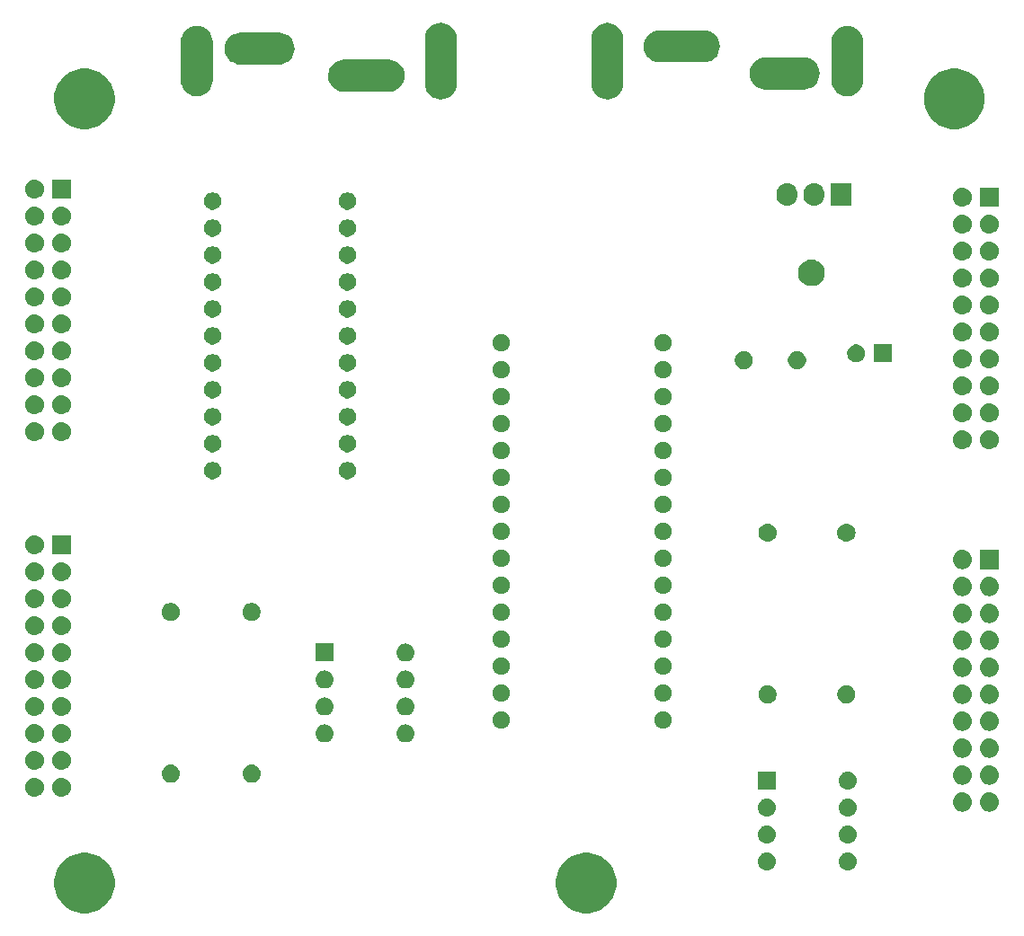
<source format=gbr>
G04 #@! TF.GenerationSoftware,KiCad,Pcbnew,(5.1.0)-1*
G04 #@! TF.CreationDate,2022-09-11T19:47:26+09:00*
G04 #@! TF.ProjectId,2022NHK_XBee_ver2,32303232-4e48-44b5-9f58-4265655f7665,rev?*
G04 #@! TF.SameCoordinates,Original*
G04 #@! TF.FileFunction,Soldermask,Top*
G04 #@! TF.FilePolarity,Negative*
%FSLAX46Y46*%
G04 Gerber Fmt 4.6, Leading zero omitted, Abs format (unit mm)*
G04 Created by KiCad (PCBNEW (5.1.0)-1) date 2022-09-11 19:47:26*
%MOMM*%
%LPD*%
G04 APERTURE LIST*
%ADD10C,0.100000*%
G04 APERTURE END LIST*
D10*
G36*
X57195467Y-85823975D02*
G01*
X57600606Y-85904562D01*
X58119455Y-86119476D01*
X58586407Y-86431484D01*
X58983516Y-86828593D01*
X59295524Y-87295545D01*
X59510438Y-87814394D01*
X59620000Y-88365201D01*
X59620000Y-88926799D01*
X59510438Y-89477606D01*
X59295524Y-89996455D01*
X58983516Y-90463407D01*
X58586407Y-90860516D01*
X58119455Y-91172524D01*
X57600606Y-91387438D01*
X57049800Y-91497000D01*
X56488200Y-91497000D01*
X55937394Y-91387438D01*
X55418545Y-91172524D01*
X54951593Y-90860516D01*
X54554484Y-90463407D01*
X54242476Y-89996455D01*
X54027562Y-89477606D01*
X53918000Y-88926799D01*
X53918000Y-88365201D01*
X54027562Y-87814394D01*
X54242476Y-87295545D01*
X54554484Y-86828593D01*
X54951593Y-86431484D01*
X55418545Y-86119476D01*
X55937394Y-85904562D01*
X56342533Y-85823975D01*
X56488200Y-85795000D01*
X57049800Y-85795000D01*
X57195467Y-85823975D01*
X57195467Y-85823975D01*
G37*
G36*
X9951467Y-85823975D02*
G01*
X10356606Y-85904562D01*
X10875455Y-86119476D01*
X11342407Y-86431484D01*
X11739516Y-86828593D01*
X12051524Y-87295545D01*
X12266438Y-87814394D01*
X12376000Y-88365201D01*
X12376000Y-88926799D01*
X12266438Y-89477606D01*
X12051524Y-89996455D01*
X11739516Y-90463407D01*
X11342407Y-90860516D01*
X10875455Y-91172524D01*
X10356606Y-91387438D01*
X9805800Y-91497000D01*
X9244200Y-91497000D01*
X8693394Y-91387438D01*
X8174545Y-91172524D01*
X7707593Y-90860516D01*
X7310484Y-90463407D01*
X6998476Y-89996455D01*
X6783562Y-89477606D01*
X6674000Y-88926799D01*
X6674000Y-88365201D01*
X6783562Y-87814394D01*
X6998476Y-87295545D01*
X7310484Y-86828593D01*
X7707593Y-86431484D01*
X8174545Y-86119476D01*
X8693394Y-85904562D01*
X9098533Y-85823975D01*
X9244200Y-85795000D01*
X9805800Y-85795000D01*
X9951467Y-85823975D01*
X9951467Y-85823975D01*
G37*
G36*
X73953823Y-85775313D02*
G01*
X74114242Y-85823976D01*
X74246906Y-85894886D01*
X74262078Y-85902996D01*
X74391659Y-86009341D01*
X74498004Y-86138922D01*
X74498005Y-86138924D01*
X74577024Y-86286758D01*
X74625687Y-86447177D01*
X74642117Y-86614000D01*
X74625687Y-86780823D01*
X74577024Y-86941242D01*
X74506114Y-87073906D01*
X74498004Y-87089078D01*
X74391659Y-87218659D01*
X74262078Y-87325004D01*
X74262076Y-87325005D01*
X74114242Y-87404024D01*
X73953823Y-87452687D01*
X73828804Y-87465000D01*
X73745196Y-87465000D01*
X73620177Y-87452687D01*
X73459758Y-87404024D01*
X73311924Y-87325005D01*
X73311922Y-87325004D01*
X73182341Y-87218659D01*
X73075996Y-87089078D01*
X73067886Y-87073906D01*
X72996976Y-86941242D01*
X72948313Y-86780823D01*
X72931883Y-86614000D01*
X72948313Y-86447177D01*
X72996976Y-86286758D01*
X73075995Y-86138924D01*
X73075996Y-86138922D01*
X73182341Y-86009341D01*
X73311922Y-85902996D01*
X73327094Y-85894886D01*
X73459758Y-85823976D01*
X73620177Y-85775313D01*
X73745196Y-85763000D01*
X73828804Y-85763000D01*
X73953823Y-85775313D01*
X73953823Y-85775313D01*
G37*
G36*
X81573823Y-85775313D02*
G01*
X81734242Y-85823976D01*
X81866906Y-85894886D01*
X81882078Y-85902996D01*
X82011659Y-86009341D01*
X82118004Y-86138922D01*
X82118005Y-86138924D01*
X82197024Y-86286758D01*
X82245687Y-86447177D01*
X82262117Y-86614000D01*
X82245687Y-86780823D01*
X82197024Y-86941242D01*
X82126114Y-87073906D01*
X82118004Y-87089078D01*
X82011659Y-87218659D01*
X81882078Y-87325004D01*
X81882076Y-87325005D01*
X81734242Y-87404024D01*
X81573823Y-87452687D01*
X81448804Y-87465000D01*
X81365196Y-87465000D01*
X81240177Y-87452687D01*
X81079758Y-87404024D01*
X80931924Y-87325005D01*
X80931922Y-87325004D01*
X80802341Y-87218659D01*
X80695996Y-87089078D01*
X80687886Y-87073906D01*
X80616976Y-86941242D01*
X80568313Y-86780823D01*
X80551883Y-86614000D01*
X80568313Y-86447177D01*
X80616976Y-86286758D01*
X80695995Y-86138924D01*
X80695996Y-86138922D01*
X80802341Y-86009341D01*
X80931922Y-85902996D01*
X80947094Y-85894886D01*
X81079758Y-85823976D01*
X81240177Y-85775313D01*
X81365196Y-85763000D01*
X81448804Y-85763000D01*
X81573823Y-85775313D01*
X81573823Y-85775313D01*
G37*
G36*
X81573823Y-83235313D02*
G01*
X81734242Y-83283976D01*
X81866906Y-83354886D01*
X81882078Y-83362996D01*
X82011659Y-83469341D01*
X82118004Y-83598922D01*
X82118005Y-83598924D01*
X82197024Y-83746758D01*
X82245687Y-83907177D01*
X82262117Y-84074000D01*
X82245687Y-84240823D01*
X82197024Y-84401242D01*
X82126114Y-84533906D01*
X82118004Y-84549078D01*
X82011659Y-84678659D01*
X81882078Y-84785004D01*
X81882076Y-84785005D01*
X81734242Y-84864024D01*
X81573823Y-84912687D01*
X81448804Y-84925000D01*
X81365196Y-84925000D01*
X81240177Y-84912687D01*
X81079758Y-84864024D01*
X80931924Y-84785005D01*
X80931922Y-84785004D01*
X80802341Y-84678659D01*
X80695996Y-84549078D01*
X80687886Y-84533906D01*
X80616976Y-84401242D01*
X80568313Y-84240823D01*
X80551883Y-84074000D01*
X80568313Y-83907177D01*
X80616976Y-83746758D01*
X80695995Y-83598924D01*
X80695996Y-83598922D01*
X80802341Y-83469341D01*
X80931922Y-83362996D01*
X80947094Y-83354886D01*
X81079758Y-83283976D01*
X81240177Y-83235313D01*
X81365196Y-83223000D01*
X81448804Y-83223000D01*
X81573823Y-83235313D01*
X81573823Y-83235313D01*
G37*
G36*
X73953823Y-83235313D02*
G01*
X74114242Y-83283976D01*
X74246906Y-83354886D01*
X74262078Y-83362996D01*
X74391659Y-83469341D01*
X74498004Y-83598922D01*
X74498005Y-83598924D01*
X74577024Y-83746758D01*
X74625687Y-83907177D01*
X74642117Y-84074000D01*
X74625687Y-84240823D01*
X74577024Y-84401242D01*
X74506114Y-84533906D01*
X74498004Y-84549078D01*
X74391659Y-84678659D01*
X74262078Y-84785004D01*
X74262076Y-84785005D01*
X74114242Y-84864024D01*
X73953823Y-84912687D01*
X73828804Y-84925000D01*
X73745196Y-84925000D01*
X73620177Y-84912687D01*
X73459758Y-84864024D01*
X73311924Y-84785005D01*
X73311922Y-84785004D01*
X73182341Y-84678659D01*
X73075996Y-84549078D01*
X73067886Y-84533906D01*
X72996976Y-84401242D01*
X72948313Y-84240823D01*
X72931883Y-84074000D01*
X72948313Y-83907177D01*
X72996976Y-83746758D01*
X73075995Y-83598924D01*
X73075996Y-83598922D01*
X73182341Y-83469341D01*
X73311922Y-83362996D01*
X73327094Y-83354886D01*
X73459758Y-83283976D01*
X73620177Y-83235313D01*
X73745196Y-83223000D01*
X73828804Y-83223000D01*
X73953823Y-83235313D01*
X73953823Y-83235313D01*
G37*
G36*
X73953823Y-80695313D02*
G01*
X74114242Y-80743976D01*
X74246906Y-80814886D01*
X74262078Y-80822996D01*
X74391659Y-80929341D01*
X74498004Y-81058922D01*
X74498005Y-81058924D01*
X74577024Y-81206758D01*
X74625687Y-81367177D01*
X74642117Y-81534000D01*
X74625687Y-81700823D01*
X74577024Y-81861242D01*
X74506114Y-81993906D01*
X74498004Y-82009078D01*
X74391659Y-82138659D01*
X74262078Y-82245004D01*
X74262076Y-82245005D01*
X74114242Y-82324024D01*
X73953823Y-82372687D01*
X73828804Y-82385000D01*
X73745196Y-82385000D01*
X73620177Y-82372687D01*
X73459758Y-82324024D01*
X73311924Y-82245005D01*
X73311922Y-82245004D01*
X73182341Y-82138659D01*
X73075996Y-82009078D01*
X73067886Y-81993906D01*
X72996976Y-81861242D01*
X72948313Y-81700823D01*
X72931883Y-81534000D01*
X72948313Y-81367177D01*
X72996976Y-81206758D01*
X73075995Y-81058924D01*
X73075996Y-81058922D01*
X73182341Y-80929341D01*
X73311922Y-80822996D01*
X73327094Y-80814886D01*
X73459758Y-80743976D01*
X73620177Y-80695313D01*
X73745196Y-80683000D01*
X73828804Y-80683000D01*
X73953823Y-80695313D01*
X73953823Y-80695313D01*
G37*
G36*
X81573823Y-80695313D02*
G01*
X81734242Y-80743976D01*
X81866906Y-80814886D01*
X81882078Y-80822996D01*
X82011659Y-80929341D01*
X82118004Y-81058922D01*
X82118005Y-81058924D01*
X82197024Y-81206758D01*
X82245687Y-81367177D01*
X82262117Y-81534000D01*
X82245687Y-81700823D01*
X82197024Y-81861242D01*
X82126114Y-81993906D01*
X82118004Y-82009078D01*
X82011659Y-82138659D01*
X81882078Y-82245004D01*
X81882076Y-82245005D01*
X81734242Y-82324024D01*
X81573823Y-82372687D01*
X81448804Y-82385000D01*
X81365196Y-82385000D01*
X81240177Y-82372687D01*
X81079758Y-82324024D01*
X80931924Y-82245005D01*
X80931922Y-82245004D01*
X80802341Y-82138659D01*
X80695996Y-82009078D01*
X80687886Y-81993906D01*
X80616976Y-81861242D01*
X80568313Y-81700823D01*
X80551883Y-81534000D01*
X80568313Y-81367177D01*
X80616976Y-81206758D01*
X80695995Y-81058924D01*
X80695996Y-81058922D01*
X80802341Y-80929341D01*
X80931922Y-80822996D01*
X80947094Y-80814886D01*
X81079758Y-80743976D01*
X81240177Y-80695313D01*
X81365196Y-80683000D01*
X81448804Y-80683000D01*
X81573823Y-80695313D01*
X81573823Y-80695313D01*
G37*
G36*
X92312443Y-80131519D02*
G01*
X92378627Y-80138037D01*
X92548466Y-80189557D01*
X92704991Y-80273222D01*
X92740729Y-80302552D01*
X92842186Y-80385814D01*
X92925448Y-80487271D01*
X92954778Y-80523009D01*
X93038443Y-80679534D01*
X93089963Y-80849373D01*
X93107359Y-81026000D01*
X93089963Y-81202627D01*
X93038443Y-81372466D01*
X92954778Y-81528991D01*
X92950667Y-81534000D01*
X92842186Y-81666186D01*
X92740729Y-81749448D01*
X92704991Y-81778778D01*
X92548466Y-81862443D01*
X92378627Y-81913963D01*
X92312442Y-81920482D01*
X92246260Y-81927000D01*
X92157740Y-81927000D01*
X92091558Y-81920482D01*
X92025373Y-81913963D01*
X91855534Y-81862443D01*
X91699009Y-81778778D01*
X91663271Y-81749448D01*
X91561814Y-81666186D01*
X91453333Y-81534000D01*
X91449222Y-81528991D01*
X91365557Y-81372466D01*
X91314037Y-81202627D01*
X91296641Y-81026000D01*
X91314037Y-80849373D01*
X91365557Y-80679534D01*
X91449222Y-80523009D01*
X91478552Y-80487271D01*
X91561814Y-80385814D01*
X91663271Y-80302552D01*
X91699009Y-80273222D01*
X91855534Y-80189557D01*
X92025373Y-80138037D01*
X92091557Y-80131519D01*
X92157740Y-80125000D01*
X92246260Y-80125000D01*
X92312443Y-80131519D01*
X92312443Y-80131519D01*
G37*
G36*
X94852443Y-80131519D02*
G01*
X94918627Y-80138037D01*
X95088466Y-80189557D01*
X95244991Y-80273222D01*
X95280729Y-80302552D01*
X95382186Y-80385814D01*
X95465448Y-80487271D01*
X95494778Y-80523009D01*
X95578443Y-80679534D01*
X95629963Y-80849373D01*
X95647359Y-81026000D01*
X95629963Y-81202627D01*
X95578443Y-81372466D01*
X95494778Y-81528991D01*
X95490667Y-81534000D01*
X95382186Y-81666186D01*
X95280729Y-81749448D01*
X95244991Y-81778778D01*
X95088466Y-81862443D01*
X94918627Y-81913963D01*
X94852442Y-81920482D01*
X94786260Y-81927000D01*
X94697740Y-81927000D01*
X94631558Y-81920482D01*
X94565373Y-81913963D01*
X94395534Y-81862443D01*
X94239009Y-81778778D01*
X94203271Y-81749448D01*
X94101814Y-81666186D01*
X93993333Y-81534000D01*
X93989222Y-81528991D01*
X93905557Y-81372466D01*
X93854037Y-81202627D01*
X93836641Y-81026000D01*
X93854037Y-80849373D01*
X93905557Y-80679534D01*
X93989222Y-80523009D01*
X94018552Y-80487271D01*
X94101814Y-80385814D01*
X94203271Y-80302552D01*
X94239009Y-80273222D01*
X94395534Y-80189557D01*
X94565373Y-80138037D01*
X94631557Y-80131519D01*
X94697740Y-80125000D01*
X94786260Y-80125000D01*
X94852443Y-80131519D01*
X94852443Y-80131519D01*
G37*
G36*
X4936442Y-78734518D02*
G01*
X5002627Y-78741037D01*
X5172466Y-78792557D01*
X5328991Y-78876222D01*
X5364729Y-78905552D01*
X5466186Y-78988814D01*
X5524609Y-79060004D01*
X5578778Y-79126009D01*
X5662443Y-79282534D01*
X5713963Y-79452373D01*
X5731359Y-79629000D01*
X5713963Y-79805627D01*
X5662443Y-79975466D01*
X5578778Y-80131991D01*
X5573816Y-80138037D01*
X5466186Y-80269186D01*
X5364729Y-80352448D01*
X5328991Y-80381778D01*
X5172466Y-80465443D01*
X5002627Y-80516963D01*
X4936442Y-80523482D01*
X4870260Y-80530000D01*
X4781740Y-80530000D01*
X4715558Y-80523482D01*
X4649373Y-80516963D01*
X4479534Y-80465443D01*
X4323009Y-80381778D01*
X4287271Y-80352448D01*
X4185814Y-80269186D01*
X4078184Y-80138037D01*
X4073222Y-80131991D01*
X3989557Y-79975466D01*
X3938037Y-79805627D01*
X3920641Y-79629000D01*
X3938037Y-79452373D01*
X3989557Y-79282534D01*
X4073222Y-79126009D01*
X4127391Y-79060004D01*
X4185814Y-78988814D01*
X4287271Y-78905552D01*
X4323009Y-78876222D01*
X4479534Y-78792557D01*
X4649373Y-78741037D01*
X4715558Y-78734518D01*
X4781740Y-78728000D01*
X4870260Y-78728000D01*
X4936442Y-78734518D01*
X4936442Y-78734518D01*
G37*
G36*
X7476442Y-78734518D02*
G01*
X7542627Y-78741037D01*
X7712466Y-78792557D01*
X7868991Y-78876222D01*
X7904729Y-78905552D01*
X8006186Y-78988814D01*
X8064609Y-79060004D01*
X8118778Y-79126009D01*
X8202443Y-79282534D01*
X8253963Y-79452373D01*
X8271359Y-79629000D01*
X8253963Y-79805627D01*
X8202443Y-79975466D01*
X8118778Y-80131991D01*
X8113816Y-80138037D01*
X8006186Y-80269186D01*
X7904729Y-80352448D01*
X7868991Y-80381778D01*
X7712466Y-80465443D01*
X7542627Y-80516963D01*
X7476442Y-80523482D01*
X7410260Y-80530000D01*
X7321740Y-80530000D01*
X7255558Y-80523482D01*
X7189373Y-80516963D01*
X7019534Y-80465443D01*
X6863009Y-80381778D01*
X6827271Y-80352448D01*
X6725814Y-80269186D01*
X6618184Y-80138037D01*
X6613222Y-80131991D01*
X6529557Y-79975466D01*
X6478037Y-79805627D01*
X6460641Y-79629000D01*
X6478037Y-79452373D01*
X6529557Y-79282534D01*
X6613222Y-79126009D01*
X6667391Y-79060004D01*
X6725814Y-78988814D01*
X6827271Y-78905552D01*
X6863009Y-78876222D01*
X7019534Y-78792557D01*
X7189373Y-78741037D01*
X7255558Y-78734518D01*
X7321740Y-78728000D01*
X7410260Y-78728000D01*
X7476442Y-78734518D01*
X7476442Y-78734518D01*
G37*
G36*
X74638000Y-79845000D02*
G01*
X72936000Y-79845000D01*
X72936000Y-78143000D01*
X74638000Y-78143000D01*
X74638000Y-79845000D01*
X74638000Y-79845000D01*
G37*
G36*
X81573823Y-78155313D02*
G01*
X81734242Y-78203976D01*
X81866906Y-78274886D01*
X81882078Y-78282996D01*
X82011659Y-78389341D01*
X82118004Y-78518922D01*
X82118005Y-78518924D01*
X82197024Y-78666758D01*
X82245687Y-78827177D01*
X82262117Y-78994000D01*
X82245687Y-79160823D01*
X82197024Y-79321242D01*
X82126933Y-79452373D01*
X82118004Y-79469078D01*
X82011659Y-79598659D01*
X81882078Y-79705004D01*
X81882076Y-79705005D01*
X81734242Y-79784024D01*
X81573823Y-79832687D01*
X81448804Y-79845000D01*
X81365196Y-79845000D01*
X81240177Y-79832687D01*
X81079758Y-79784024D01*
X80931924Y-79705005D01*
X80931922Y-79705004D01*
X80802341Y-79598659D01*
X80695996Y-79469078D01*
X80687067Y-79452373D01*
X80616976Y-79321242D01*
X80568313Y-79160823D01*
X80551883Y-78994000D01*
X80568313Y-78827177D01*
X80616976Y-78666758D01*
X80695995Y-78518924D01*
X80695996Y-78518922D01*
X80802341Y-78389341D01*
X80931922Y-78282996D01*
X80947094Y-78274886D01*
X81079758Y-78203976D01*
X81240177Y-78155313D01*
X81365196Y-78143000D01*
X81448804Y-78143000D01*
X81573823Y-78155313D01*
X81573823Y-78155313D01*
G37*
G36*
X92312442Y-77591518D02*
G01*
X92378627Y-77598037D01*
X92548466Y-77649557D01*
X92704991Y-77733222D01*
X92718539Y-77744341D01*
X92842186Y-77845814D01*
X92925448Y-77947271D01*
X92954778Y-77983009D01*
X93038443Y-78139534D01*
X93089963Y-78309373D01*
X93107359Y-78486000D01*
X93089963Y-78662627D01*
X93038443Y-78832466D01*
X92954778Y-78988991D01*
X92950667Y-78994000D01*
X92842186Y-79126186D01*
X92752242Y-79200000D01*
X92704991Y-79238778D01*
X92548466Y-79322443D01*
X92378627Y-79373963D01*
X92312442Y-79380482D01*
X92246260Y-79387000D01*
X92157740Y-79387000D01*
X92091558Y-79380482D01*
X92025373Y-79373963D01*
X91855534Y-79322443D01*
X91699009Y-79238778D01*
X91651758Y-79200000D01*
X91561814Y-79126186D01*
X91453333Y-78994000D01*
X91449222Y-78988991D01*
X91365557Y-78832466D01*
X91314037Y-78662627D01*
X91296641Y-78486000D01*
X91314037Y-78309373D01*
X91365557Y-78139534D01*
X91449222Y-77983009D01*
X91478552Y-77947271D01*
X91561814Y-77845814D01*
X91685461Y-77744341D01*
X91699009Y-77733222D01*
X91855534Y-77649557D01*
X92025373Y-77598037D01*
X92091558Y-77591518D01*
X92157740Y-77585000D01*
X92246260Y-77585000D01*
X92312442Y-77591518D01*
X92312442Y-77591518D01*
G37*
G36*
X94852442Y-77591518D02*
G01*
X94918627Y-77598037D01*
X95088466Y-77649557D01*
X95244991Y-77733222D01*
X95258539Y-77744341D01*
X95382186Y-77845814D01*
X95465448Y-77947271D01*
X95494778Y-77983009D01*
X95578443Y-78139534D01*
X95629963Y-78309373D01*
X95647359Y-78486000D01*
X95629963Y-78662627D01*
X95578443Y-78832466D01*
X95494778Y-78988991D01*
X95490667Y-78994000D01*
X95382186Y-79126186D01*
X95292242Y-79200000D01*
X95244991Y-79238778D01*
X95088466Y-79322443D01*
X94918627Y-79373963D01*
X94852442Y-79380482D01*
X94786260Y-79387000D01*
X94697740Y-79387000D01*
X94631558Y-79380482D01*
X94565373Y-79373963D01*
X94395534Y-79322443D01*
X94239009Y-79238778D01*
X94191758Y-79200000D01*
X94101814Y-79126186D01*
X93993333Y-78994000D01*
X93989222Y-78988991D01*
X93905557Y-78832466D01*
X93854037Y-78662627D01*
X93836641Y-78486000D01*
X93854037Y-78309373D01*
X93905557Y-78139534D01*
X93989222Y-77983009D01*
X94018552Y-77947271D01*
X94101814Y-77845814D01*
X94225461Y-77744341D01*
X94239009Y-77733222D01*
X94395534Y-77649557D01*
X94565373Y-77598037D01*
X94631558Y-77591518D01*
X94697740Y-77585000D01*
X94786260Y-77585000D01*
X94852442Y-77591518D01*
X94852442Y-77591518D01*
G37*
G36*
X25433823Y-77510313D02*
G01*
X25594242Y-77558976D01*
X25726906Y-77629886D01*
X25742078Y-77637996D01*
X25871659Y-77744341D01*
X25978004Y-77873922D01*
X25978005Y-77873924D01*
X26057024Y-78021758D01*
X26105687Y-78182177D01*
X26122117Y-78349000D01*
X26105687Y-78515823D01*
X26057024Y-78676242D01*
X26022390Y-78741037D01*
X25978004Y-78824078D01*
X25871659Y-78953659D01*
X25742078Y-79060004D01*
X25742076Y-79060005D01*
X25594242Y-79139024D01*
X25433823Y-79187687D01*
X25308804Y-79200000D01*
X25225196Y-79200000D01*
X25100177Y-79187687D01*
X24939758Y-79139024D01*
X24791924Y-79060005D01*
X24791922Y-79060004D01*
X24662341Y-78953659D01*
X24555996Y-78824078D01*
X24511610Y-78741037D01*
X24476976Y-78676242D01*
X24428313Y-78515823D01*
X24411883Y-78349000D01*
X24428313Y-78182177D01*
X24476976Y-78021758D01*
X24555995Y-77873924D01*
X24555996Y-77873922D01*
X24662341Y-77744341D01*
X24791922Y-77637996D01*
X24807094Y-77629886D01*
X24939758Y-77558976D01*
X25100177Y-77510313D01*
X25225196Y-77498000D01*
X25308804Y-77498000D01*
X25433823Y-77510313D01*
X25433823Y-77510313D01*
G37*
G36*
X17819823Y-77510313D02*
G01*
X17980242Y-77558976D01*
X18112906Y-77629886D01*
X18128078Y-77637996D01*
X18257659Y-77744341D01*
X18364004Y-77873922D01*
X18364005Y-77873924D01*
X18443024Y-78021758D01*
X18491687Y-78182177D01*
X18508117Y-78349000D01*
X18491687Y-78515823D01*
X18443024Y-78676242D01*
X18408390Y-78741037D01*
X18364004Y-78824078D01*
X18257659Y-78953659D01*
X18128078Y-79060004D01*
X18128076Y-79060005D01*
X17980242Y-79139024D01*
X17819823Y-79187687D01*
X17694804Y-79200000D01*
X17611196Y-79200000D01*
X17486177Y-79187687D01*
X17325758Y-79139024D01*
X17177924Y-79060005D01*
X17177922Y-79060004D01*
X17048341Y-78953659D01*
X16941996Y-78824078D01*
X16897610Y-78741037D01*
X16862976Y-78676242D01*
X16814313Y-78515823D01*
X16797883Y-78349000D01*
X16814313Y-78182177D01*
X16862976Y-78021758D01*
X16941995Y-77873924D01*
X16941996Y-77873922D01*
X17048341Y-77744341D01*
X17177922Y-77637996D01*
X17193094Y-77629886D01*
X17325758Y-77558976D01*
X17486177Y-77510313D01*
X17611196Y-77498000D01*
X17694804Y-77498000D01*
X17819823Y-77510313D01*
X17819823Y-77510313D01*
G37*
G36*
X4936442Y-76194518D02*
G01*
X5002627Y-76201037D01*
X5172466Y-76252557D01*
X5328991Y-76336222D01*
X5364729Y-76365552D01*
X5466186Y-76448814D01*
X5549448Y-76550271D01*
X5578778Y-76586009D01*
X5662443Y-76742534D01*
X5713963Y-76912373D01*
X5731359Y-77089000D01*
X5713963Y-77265627D01*
X5662443Y-77435466D01*
X5578778Y-77591991D01*
X5573816Y-77598037D01*
X5466186Y-77729186D01*
X5364729Y-77812448D01*
X5328991Y-77841778D01*
X5172466Y-77925443D01*
X5002627Y-77976963D01*
X4936442Y-77983482D01*
X4870260Y-77990000D01*
X4781740Y-77990000D01*
X4715558Y-77983482D01*
X4649373Y-77976963D01*
X4479534Y-77925443D01*
X4323009Y-77841778D01*
X4287271Y-77812448D01*
X4185814Y-77729186D01*
X4078184Y-77598037D01*
X4073222Y-77591991D01*
X3989557Y-77435466D01*
X3938037Y-77265627D01*
X3920641Y-77089000D01*
X3938037Y-76912373D01*
X3989557Y-76742534D01*
X4073222Y-76586009D01*
X4102552Y-76550271D01*
X4185814Y-76448814D01*
X4287271Y-76365552D01*
X4323009Y-76336222D01*
X4479534Y-76252557D01*
X4649373Y-76201037D01*
X4715558Y-76194518D01*
X4781740Y-76188000D01*
X4870260Y-76188000D01*
X4936442Y-76194518D01*
X4936442Y-76194518D01*
G37*
G36*
X7476442Y-76194518D02*
G01*
X7542627Y-76201037D01*
X7712466Y-76252557D01*
X7868991Y-76336222D01*
X7904729Y-76365552D01*
X8006186Y-76448814D01*
X8089448Y-76550271D01*
X8118778Y-76586009D01*
X8202443Y-76742534D01*
X8253963Y-76912373D01*
X8271359Y-77089000D01*
X8253963Y-77265627D01*
X8202443Y-77435466D01*
X8118778Y-77591991D01*
X8113816Y-77598037D01*
X8006186Y-77729186D01*
X7904729Y-77812448D01*
X7868991Y-77841778D01*
X7712466Y-77925443D01*
X7542627Y-77976963D01*
X7476442Y-77983482D01*
X7410260Y-77990000D01*
X7321740Y-77990000D01*
X7255558Y-77983482D01*
X7189373Y-77976963D01*
X7019534Y-77925443D01*
X6863009Y-77841778D01*
X6827271Y-77812448D01*
X6725814Y-77729186D01*
X6618184Y-77598037D01*
X6613222Y-77591991D01*
X6529557Y-77435466D01*
X6478037Y-77265627D01*
X6460641Y-77089000D01*
X6478037Y-76912373D01*
X6529557Y-76742534D01*
X6613222Y-76586009D01*
X6642552Y-76550271D01*
X6725814Y-76448814D01*
X6827271Y-76365552D01*
X6863009Y-76336222D01*
X7019534Y-76252557D01*
X7189373Y-76201037D01*
X7255558Y-76194518D01*
X7321740Y-76188000D01*
X7410260Y-76188000D01*
X7476442Y-76194518D01*
X7476442Y-76194518D01*
G37*
G36*
X92312442Y-75051518D02*
G01*
X92378627Y-75058037D01*
X92548466Y-75109557D01*
X92704991Y-75193222D01*
X92740729Y-75222552D01*
X92842186Y-75305814D01*
X92909376Y-75387687D01*
X92954778Y-75443009D01*
X93038443Y-75599534D01*
X93089963Y-75769373D01*
X93107359Y-75946000D01*
X93089963Y-76122627D01*
X93038443Y-76292466D01*
X92954778Y-76448991D01*
X92925448Y-76484729D01*
X92842186Y-76586186D01*
X92740729Y-76669448D01*
X92704991Y-76698778D01*
X92548466Y-76782443D01*
X92378627Y-76833963D01*
X92312442Y-76840482D01*
X92246260Y-76847000D01*
X92157740Y-76847000D01*
X92091558Y-76840482D01*
X92025373Y-76833963D01*
X91855534Y-76782443D01*
X91699009Y-76698778D01*
X91663271Y-76669448D01*
X91561814Y-76586186D01*
X91478552Y-76484729D01*
X91449222Y-76448991D01*
X91365557Y-76292466D01*
X91314037Y-76122627D01*
X91296641Y-75946000D01*
X91314037Y-75769373D01*
X91365557Y-75599534D01*
X91449222Y-75443009D01*
X91494624Y-75387687D01*
X91561814Y-75305814D01*
X91663271Y-75222552D01*
X91699009Y-75193222D01*
X91855534Y-75109557D01*
X92025373Y-75058037D01*
X92091558Y-75051518D01*
X92157740Y-75045000D01*
X92246260Y-75045000D01*
X92312442Y-75051518D01*
X92312442Y-75051518D01*
G37*
G36*
X94852442Y-75051518D02*
G01*
X94918627Y-75058037D01*
X95088466Y-75109557D01*
X95244991Y-75193222D01*
X95280729Y-75222552D01*
X95382186Y-75305814D01*
X95449376Y-75387687D01*
X95494778Y-75443009D01*
X95578443Y-75599534D01*
X95629963Y-75769373D01*
X95647359Y-75946000D01*
X95629963Y-76122627D01*
X95578443Y-76292466D01*
X95494778Y-76448991D01*
X95465448Y-76484729D01*
X95382186Y-76586186D01*
X95280729Y-76669448D01*
X95244991Y-76698778D01*
X95088466Y-76782443D01*
X94918627Y-76833963D01*
X94852442Y-76840482D01*
X94786260Y-76847000D01*
X94697740Y-76847000D01*
X94631558Y-76840482D01*
X94565373Y-76833963D01*
X94395534Y-76782443D01*
X94239009Y-76698778D01*
X94203271Y-76669448D01*
X94101814Y-76586186D01*
X94018552Y-76484729D01*
X93989222Y-76448991D01*
X93905557Y-76292466D01*
X93854037Y-76122627D01*
X93836641Y-75946000D01*
X93854037Y-75769373D01*
X93905557Y-75599534D01*
X93989222Y-75443009D01*
X94034624Y-75387687D01*
X94101814Y-75305814D01*
X94203271Y-75222552D01*
X94239009Y-75193222D01*
X94395534Y-75109557D01*
X94565373Y-75058037D01*
X94631558Y-75051518D01*
X94697740Y-75045000D01*
X94786260Y-75045000D01*
X94852442Y-75051518D01*
X94852442Y-75051518D01*
G37*
G36*
X7476442Y-73654518D02*
G01*
X7542627Y-73661037D01*
X7712466Y-73712557D01*
X7868991Y-73796222D01*
X7904729Y-73825552D01*
X8006186Y-73908814D01*
X8080585Y-73999471D01*
X8118778Y-74046009D01*
X8202443Y-74202534D01*
X8253963Y-74372373D01*
X8271359Y-74549000D01*
X8253963Y-74725627D01*
X8202443Y-74895466D01*
X8118778Y-75051991D01*
X8113816Y-75058037D01*
X8006186Y-75189186D01*
X7904729Y-75272448D01*
X7868991Y-75301778D01*
X7712466Y-75385443D01*
X7542627Y-75436963D01*
X7476443Y-75443481D01*
X7410260Y-75450000D01*
X7321740Y-75450000D01*
X7255557Y-75443481D01*
X7189373Y-75436963D01*
X7019534Y-75385443D01*
X6863009Y-75301778D01*
X6827271Y-75272448D01*
X6725814Y-75189186D01*
X6618184Y-75058037D01*
X6613222Y-75051991D01*
X6529557Y-74895466D01*
X6478037Y-74725627D01*
X6460641Y-74549000D01*
X6478037Y-74372373D01*
X6529557Y-74202534D01*
X6613222Y-74046009D01*
X6651415Y-73999471D01*
X6725814Y-73908814D01*
X6827271Y-73825552D01*
X6863009Y-73796222D01*
X7019534Y-73712557D01*
X7189373Y-73661037D01*
X7255558Y-73654518D01*
X7321740Y-73648000D01*
X7410260Y-73648000D01*
X7476442Y-73654518D01*
X7476442Y-73654518D01*
G37*
G36*
X4936442Y-73654518D02*
G01*
X5002627Y-73661037D01*
X5172466Y-73712557D01*
X5328991Y-73796222D01*
X5364729Y-73825552D01*
X5466186Y-73908814D01*
X5540585Y-73999471D01*
X5578778Y-74046009D01*
X5662443Y-74202534D01*
X5713963Y-74372373D01*
X5731359Y-74549000D01*
X5713963Y-74725627D01*
X5662443Y-74895466D01*
X5578778Y-75051991D01*
X5573816Y-75058037D01*
X5466186Y-75189186D01*
X5364729Y-75272448D01*
X5328991Y-75301778D01*
X5172466Y-75385443D01*
X5002627Y-75436963D01*
X4936443Y-75443481D01*
X4870260Y-75450000D01*
X4781740Y-75450000D01*
X4715557Y-75443481D01*
X4649373Y-75436963D01*
X4479534Y-75385443D01*
X4323009Y-75301778D01*
X4287271Y-75272448D01*
X4185814Y-75189186D01*
X4078184Y-75058037D01*
X4073222Y-75051991D01*
X3989557Y-74895466D01*
X3938037Y-74725627D01*
X3920641Y-74549000D01*
X3938037Y-74372373D01*
X3989557Y-74202534D01*
X4073222Y-74046009D01*
X4111415Y-73999471D01*
X4185814Y-73908814D01*
X4287271Y-73825552D01*
X4323009Y-73796222D01*
X4479534Y-73712557D01*
X4649373Y-73661037D01*
X4715558Y-73654518D01*
X4781740Y-73648000D01*
X4870260Y-73648000D01*
X4936442Y-73654518D01*
X4936442Y-73654518D01*
G37*
G36*
X39917823Y-73710313D02*
G01*
X40078242Y-73758976D01*
X40210906Y-73829886D01*
X40226078Y-73837996D01*
X40355659Y-73944341D01*
X40462004Y-74073922D01*
X40462005Y-74073924D01*
X40541024Y-74221758D01*
X40541025Y-74221761D01*
X40547299Y-74242443D01*
X40589687Y-74382177D01*
X40606117Y-74549000D01*
X40589687Y-74715823D01*
X40541024Y-74876242D01*
X40530747Y-74895468D01*
X40462004Y-75024078D01*
X40355659Y-75153659D01*
X40226078Y-75260004D01*
X40226076Y-75260005D01*
X40078242Y-75339024D01*
X39917823Y-75387687D01*
X39792804Y-75400000D01*
X39709196Y-75400000D01*
X39584177Y-75387687D01*
X39423758Y-75339024D01*
X39275924Y-75260005D01*
X39275922Y-75260004D01*
X39146341Y-75153659D01*
X39039996Y-75024078D01*
X38971253Y-74895468D01*
X38960976Y-74876242D01*
X38912313Y-74715823D01*
X38895883Y-74549000D01*
X38912313Y-74382177D01*
X38954701Y-74242443D01*
X38960975Y-74221761D01*
X38960976Y-74221758D01*
X39039995Y-74073924D01*
X39039996Y-74073922D01*
X39146341Y-73944341D01*
X39275922Y-73837996D01*
X39291094Y-73829886D01*
X39423758Y-73758976D01*
X39584177Y-73710313D01*
X39709196Y-73698000D01*
X39792804Y-73698000D01*
X39917823Y-73710313D01*
X39917823Y-73710313D01*
G37*
G36*
X32297823Y-73710313D02*
G01*
X32458242Y-73758976D01*
X32590906Y-73829886D01*
X32606078Y-73837996D01*
X32735659Y-73944341D01*
X32842004Y-74073922D01*
X32842005Y-74073924D01*
X32921024Y-74221758D01*
X32921025Y-74221761D01*
X32927299Y-74242443D01*
X32969687Y-74382177D01*
X32986117Y-74549000D01*
X32969687Y-74715823D01*
X32921024Y-74876242D01*
X32910747Y-74895468D01*
X32842004Y-75024078D01*
X32735659Y-75153659D01*
X32606078Y-75260004D01*
X32606076Y-75260005D01*
X32458242Y-75339024D01*
X32297823Y-75387687D01*
X32172804Y-75400000D01*
X32089196Y-75400000D01*
X31964177Y-75387687D01*
X31803758Y-75339024D01*
X31655924Y-75260005D01*
X31655922Y-75260004D01*
X31526341Y-75153659D01*
X31419996Y-75024078D01*
X31351253Y-74895468D01*
X31340976Y-74876242D01*
X31292313Y-74715823D01*
X31275883Y-74549000D01*
X31292313Y-74382177D01*
X31334701Y-74242443D01*
X31340975Y-74221761D01*
X31340976Y-74221758D01*
X31419995Y-74073924D01*
X31419996Y-74073922D01*
X31526341Y-73944341D01*
X31655922Y-73837996D01*
X31671094Y-73829886D01*
X31803758Y-73758976D01*
X31964177Y-73710313D01*
X32089196Y-73698000D01*
X32172804Y-73698000D01*
X32297823Y-73710313D01*
X32297823Y-73710313D01*
G37*
G36*
X92312442Y-72511518D02*
G01*
X92378627Y-72518037D01*
X92548466Y-72569557D01*
X92704991Y-72653222D01*
X92740729Y-72682552D01*
X92842186Y-72765814D01*
X92909376Y-72847687D01*
X92954778Y-72903009D01*
X93038443Y-73059534D01*
X93089963Y-73229373D01*
X93107359Y-73406000D01*
X93089963Y-73582627D01*
X93038443Y-73752466D01*
X92954778Y-73908991D01*
X92925767Y-73944341D01*
X92842186Y-74046186D01*
X92740729Y-74129448D01*
X92704991Y-74158778D01*
X92548466Y-74242443D01*
X92378627Y-74293963D01*
X92312443Y-74300481D01*
X92246260Y-74307000D01*
X92157740Y-74307000D01*
X92091557Y-74300481D01*
X92025373Y-74293963D01*
X91855534Y-74242443D01*
X91699009Y-74158778D01*
X91663271Y-74129448D01*
X91561814Y-74046186D01*
X91478233Y-73944341D01*
X91449222Y-73908991D01*
X91365557Y-73752466D01*
X91314037Y-73582627D01*
X91296641Y-73406000D01*
X91314037Y-73229373D01*
X91365557Y-73059534D01*
X91449222Y-72903009D01*
X91494624Y-72847687D01*
X91561814Y-72765814D01*
X91663271Y-72682552D01*
X91699009Y-72653222D01*
X91855534Y-72569557D01*
X92025373Y-72518037D01*
X92091558Y-72511518D01*
X92157740Y-72505000D01*
X92246260Y-72505000D01*
X92312442Y-72511518D01*
X92312442Y-72511518D01*
G37*
G36*
X94852442Y-72511518D02*
G01*
X94918627Y-72518037D01*
X95088466Y-72569557D01*
X95244991Y-72653222D01*
X95280729Y-72682552D01*
X95382186Y-72765814D01*
X95449376Y-72847687D01*
X95494778Y-72903009D01*
X95578443Y-73059534D01*
X95629963Y-73229373D01*
X95647359Y-73406000D01*
X95629963Y-73582627D01*
X95578443Y-73752466D01*
X95494778Y-73908991D01*
X95465767Y-73944341D01*
X95382186Y-74046186D01*
X95280729Y-74129448D01*
X95244991Y-74158778D01*
X95088466Y-74242443D01*
X94918627Y-74293963D01*
X94852443Y-74300481D01*
X94786260Y-74307000D01*
X94697740Y-74307000D01*
X94631557Y-74300481D01*
X94565373Y-74293963D01*
X94395534Y-74242443D01*
X94239009Y-74158778D01*
X94203271Y-74129448D01*
X94101814Y-74046186D01*
X94018233Y-73944341D01*
X93989222Y-73908991D01*
X93905557Y-73752466D01*
X93854037Y-73582627D01*
X93836641Y-73406000D01*
X93854037Y-73229373D01*
X93905557Y-73059534D01*
X93989222Y-72903009D01*
X94034624Y-72847687D01*
X94101814Y-72765814D01*
X94203271Y-72682552D01*
X94239009Y-72653222D01*
X94395534Y-72569557D01*
X94565373Y-72518037D01*
X94631558Y-72511518D01*
X94697740Y-72505000D01*
X94786260Y-72505000D01*
X94852442Y-72511518D01*
X94852442Y-72511518D01*
G37*
G36*
X64245142Y-72497242D02*
G01*
X64393101Y-72558529D01*
X64526255Y-72647499D01*
X64639501Y-72760745D01*
X64728471Y-72893899D01*
X64789758Y-73041858D01*
X64821000Y-73198925D01*
X64821000Y-73359075D01*
X64789758Y-73516142D01*
X64728471Y-73664101D01*
X64639501Y-73797255D01*
X64526255Y-73910501D01*
X64393101Y-73999471D01*
X64245142Y-74060758D01*
X64088075Y-74092000D01*
X63927925Y-74092000D01*
X63770858Y-74060758D01*
X63622899Y-73999471D01*
X63489745Y-73910501D01*
X63376499Y-73797255D01*
X63287529Y-73664101D01*
X63226242Y-73516142D01*
X63195000Y-73359075D01*
X63195000Y-73198925D01*
X63226242Y-73041858D01*
X63287529Y-72893899D01*
X63376499Y-72760745D01*
X63489745Y-72647499D01*
X63622899Y-72558529D01*
X63770858Y-72497242D01*
X63927925Y-72466000D01*
X64088075Y-72466000D01*
X64245142Y-72497242D01*
X64245142Y-72497242D01*
G37*
G36*
X49005142Y-72497242D02*
G01*
X49153101Y-72558529D01*
X49286255Y-72647499D01*
X49399501Y-72760745D01*
X49488471Y-72893899D01*
X49549758Y-73041858D01*
X49581000Y-73198925D01*
X49581000Y-73359075D01*
X49549758Y-73516142D01*
X49488471Y-73664101D01*
X49399501Y-73797255D01*
X49286255Y-73910501D01*
X49153101Y-73999471D01*
X49005142Y-74060758D01*
X48848075Y-74092000D01*
X48687925Y-74092000D01*
X48530858Y-74060758D01*
X48382899Y-73999471D01*
X48249745Y-73910501D01*
X48136499Y-73797255D01*
X48047529Y-73664101D01*
X47986242Y-73516142D01*
X47955000Y-73359075D01*
X47955000Y-73198925D01*
X47986242Y-73041858D01*
X48047529Y-72893899D01*
X48136499Y-72760745D01*
X48249745Y-72647499D01*
X48382899Y-72558529D01*
X48530858Y-72497242D01*
X48687925Y-72466000D01*
X48848075Y-72466000D01*
X49005142Y-72497242D01*
X49005142Y-72497242D01*
G37*
G36*
X7476443Y-71114519D02*
G01*
X7542627Y-71121037D01*
X7712466Y-71172557D01*
X7868991Y-71256222D01*
X7896864Y-71279097D01*
X8006186Y-71368814D01*
X8080585Y-71459471D01*
X8118778Y-71506009D01*
X8202443Y-71662534D01*
X8253963Y-71832373D01*
X8271359Y-72009000D01*
X8253963Y-72185627D01*
X8202443Y-72355466D01*
X8118778Y-72511991D01*
X8113816Y-72518037D01*
X8006186Y-72649186D01*
X7904729Y-72732448D01*
X7868991Y-72761778D01*
X7712466Y-72845443D01*
X7542627Y-72896963D01*
X7476442Y-72903482D01*
X7410260Y-72910000D01*
X7321740Y-72910000D01*
X7255558Y-72903482D01*
X7189373Y-72896963D01*
X7019534Y-72845443D01*
X6863009Y-72761778D01*
X6827271Y-72732448D01*
X6725814Y-72649186D01*
X6618184Y-72518037D01*
X6613222Y-72511991D01*
X6529557Y-72355466D01*
X6478037Y-72185627D01*
X6460641Y-72009000D01*
X6478037Y-71832373D01*
X6529557Y-71662534D01*
X6613222Y-71506009D01*
X6651415Y-71459471D01*
X6725814Y-71368814D01*
X6835136Y-71279097D01*
X6863009Y-71256222D01*
X7019534Y-71172557D01*
X7189373Y-71121037D01*
X7255557Y-71114519D01*
X7321740Y-71108000D01*
X7410260Y-71108000D01*
X7476443Y-71114519D01*
X7476443Y-71114519D01*
G37*
G36*
X4936443Y-71114519D02*
G01*
X5002627Y-71121037D01*
X5172466Y-71172557D01*
X5328991Y-71256222D01*
X5356864Y-71279097D01*
X5466186Y-71368814D01*
X5540585Y-71459471D01*
X5578778Y-71506009D01*
X5662443Y-71662534D01*
X5713963Y-71832373D01*
X5731359Y-72009000D01*
X5713963Y-72185627D01*
X5662443Y-72355466D01*
X5578778Y-72511991D01*
X5573816Y-72518037D01*
X5466186Y-72649186D01*
X5364729Y-72732448D01*
X5328991Y-72761778D01*
X5172466Y-72845443D01*
X5002627Y-72896963D01*
X4936442Y-72903482D01*
X4870260Y-72910000D01*
X4781740Y-72910000D01*
X4715558Y-72903482D01*
X4649373Y-72896963D01*
X4479534Y-72845443D01*
X4323009Y-72761778D01*
X4287271Y-72732448D01*
X4185814Y-72649186D01*
X4078184Y-72518037D01*
X4073222Y-72511991D01*
X3989557Y-72355466D01*
X3938037Y-72185627D01*
X3920641Y-72009000D01*
X3938037Y-71832373D01*
X3989557Y-71662534D01*
X4073222Y-71506009D01*
X4111415Y-71459471D01*
X4185814Y-71368814D01*
X4295136Y-71279097D01*
X4323009Y-71256222D01*
X4479534Y-71172557D01*
X4649373Y-71121037D01*
X4715557Y-71114519D01*
X4781740Y-71108000D01*
X4870260Y-71108000D01*
X4936443Y-71114519D01*
X4936443Y-71114519D01*
G37*
G36*
X32297823Y-71170313D02*
G01*
X32458242Y-71218976D01*
X32570720Y-71279097D01*
X32606078Y-71297996D01*
X32735659Y-71404341D01*
X32842004Y-71533922D01*
X32842005Y-71533924D01*
X32921024Y-71681758D01*
X32921025Y-71681761D01*
X32927299Y-71702443D01*
X32969687Y-71842177D01*
X32986117Y-72009000D01*
X32969687Y-72175823D01*
X32921024Y-72336242D01*
X32910747Y-72355468D01*
X32842004Y-72484078D01*
X32735659Y-72613659D01*
X32606078Y-72720004D01*
X32606076Y-72720005D01*
X32458242Y-72799024D01*
X32297823Y-72847687D01*
X32172804Y-72860000D01*
X32089196Y-72860000D01*
X31964177Y-72847687D01*
X31803758Y-72799024D01*
X31655924Y-72720005D01*
X31655922Y-72720004D01*
X31526341Y-72613659D01*
X31419996Y-72484078D01*
X31351253Y-72355468D01*
X31340976Y-72336242D01*
X31292313Y-72175823D01*
X31275883Y-72009000D01*
X31292313Y-71842177D01*
X31334701Y-71702443D01*
X31340975Y-71681761D01*
X31340976Y-71681758D01*
X31419995Y-71533924D01*
X31419996Y-71533922D01*
X31526341Y-71404341D01*
X31655922Y-71297996D01*
X31691280Y-71279097D01*
X31803758Y-71218976D01*
X31964177Y-71170313D01*
X32089196Y-71158000D01*
X32172804Y-71158000D01*
X32297823Y-71170313D01*
X32297823Y-71170313D01*
G37*
G36*
X39917823Y-71170313D02*
G01*
X40078242Y-71218976D01*
X40190720Y-71279097D01*
X40226078Y-71297996D01*
X40355659Y-71404341D01*
X40462004Y-71533922D01*
X40462005Y-71533924D01*
X40541024Y-71681758D01*
X40541025Y-71681761D01*
X40547299Y-71702443D01*
X40589687Y-71842177D01*
X40606117Y-72009000D01*
X40589687Y-72175823D01*
X40541024Y-72336242D01*
X40530747Y-72355468D01*
X40462004Y-72484078D01*
X40355659Y-72613659D01*
X40226078Y-72720004D01*
X40226076Y-72720005D01*
X40078242Y-72799024D01*
X39917823Y-72847687D01*
X39792804Y-72860000D01*
X39709196Y-72860000D01*
X39584177Y-72847687D01*
X39423758Y-72799024D01*
X39275924Y-72720005D01*
X39275922Y-72720004D01*
X39146341Y-72613659D01*
X39039996Y-72484078D01*
X38971253Y-72355468D01*
X38960976Y-72336242D01*
X38912313Y-72175823D01*
X38895883Y-72009000D01*
X38912313Y-71842177D01*
X38954701Y-71702443D01*
X38960975Y-71681761D01*
X38960976Y-71681758D01*
X39039995Y-71533924D01*
X39039996Y-71533922D01*
X39146341Y-71404341D01*
X39275922Y-71297996D01*
X39311280Y-71279097D01*
X39423758Y-71218976D01*
X39584177Y-71170313D01*
X39709196Y-71158000D01*
X39792804Y-71158000D01*
X39917823Y-71170313D01*
X39917823Y-71170313D01*
G37*
G36*
X92312443Y-69971519D02*
G01*
X92378627Y-69978037D01*
X92548466Y-70029557D01*
X92704991Y-70113222D01*
X92740729Y-70142552D01*
X92842186Y-70225814D01*
X92909376Y-70307687D01*
X92954778Y-70363009D01*
X93038443Y-70519534D01*
X93089963Y-70689373D01*
X93107359Y-70866000D01*
X93089963Y-71042627D01*
X93038443Y-71212466D01*
X92954778Y-71368991D01*
X92925767Y-71404341D01*
X92842186Y-71506186D01*
X92740729Y-71589448D01*
X92704991Y-71618778D01*
X92548466Y-71702443D01*
X92378627Y-71753963D01*
X92312442Y-71760482D01*
X92246260Y-71767000D01*
X92157740Y-71767000D01*
X92091558Y-71760482D01*
X92025373Y-71753963D01*
X91855534Y-71702443D01*
X91699009Y-71618778D01*
X91663271Y-71589448D01*
X91561814Y-71506186D01*
X91478233Y-71404341D01*
X91449222Y-71368991D01*
X91365557Y-71212466D01*
X91314037Y-71042627D01*
X91296641Y-70866000D01*
X91314037Y-70689373D01*
X91365557Y-70519534D01*
X91449222Y-70363009D01*
X91494624Y-70307687D01*
X91561814Y-70225814D01*
X91663271Y-70142552D01*
X91699009Y-70113222D01*
X91855534Y-70029557D01*
X92025373Y-69978037D01*
X92091557Y-69971519D01*
X92157740Y-69965000D01*
X92246260Y-69965000D01*
X92312443Y-69971519D01*
X92312443Y-69971519D01*
G37*
G36*
X94852443Y-69971519D02*
G01*
X94918627Y-69978037D01*
X95088466Y-70029557D01*
X95244991Y-70113222D01*
X95280729Y-70142552D01*
X95382186Y-70225814D01*
X95449376Y-70307687D01*
X95494778Y-70363009D01*
X95578443Y-70519534D01*
X95629963Y-70689373D01*
X95647359Y-70866000D01*
X95629963Y-71042627D01*
X95578443Y-71212466D01*
X95494778Y-71368991D01*
X95465767Y-71404341D01*
X95382186Y-71506186D01*
X95280729Y-71589448D01*
X95244991Y-71618778D01*
X95088466Y-71702443D01*
X94918627Y-71753963D01*
X94852442Y-71760482D01*
X94786260Y-71767000D01*
X94697740Y-71767000D01*
X94631558Y-71760482D01*
X94565373Y-71753963D01*
X94395534Y-71702443D01*
X94239009Y-71618778D01*
X94203271Y-71589448D01*
X94101814Y-71506186D01*
X94018233Y-71404341D01*
X93989222Y-71368991D01*
X93905557Y-71212466D01*
X93854037Y-71042627D01*
X93836641Y-70866000D01*
X93854037Y-70689373D01*
X93905557Y-70519534D01*
X93989222Y-70363009D01*
X94034624Y-70307687D01*
X94101814Y-70225814D01*
X94203271Y-70142552D01*
X94239009Y-70113222D01*
X94395534Y-70029557D01*
X94565373Y-69978037D01*
X94631557Y-69971519D01*
X94697740Y-69965000D01*
X94786260Y-69965000D01*
X94852443Y-69971519D01*
X94852443Y-69971519D01*
G37*
G36*
X81528228Y-70057703D02*
G01*
X81683100Y-70121853D01*
X81822481Y-70214985D01*
X81941015Y-70333519D01*
X82034147Y-70472900D01*
X82098297Y-70627772D01*
X82131000Y-70792184D01*
X82131000Y-70959816D01*
X82098297Y-71124228D01*
X82034147Y-71279100D01*
X81941015Y-71418481D01*
X81822481Y-71537015D01*
X81683100Y-71630147D01*
X81528228Y-71694297D01*
X81363816Y-71727000D01*
X81196184Y-71727000D01*
X81031772Y-71694297D01*
X80876900Y-71630147D01*
X80737519Y-71537015D01*
X80618985Y-71418481D01*
X80525853Y-71279100D01*
X80461703Y-71124228D01*
X80429000Y-70959816D01*
X80429000Y-70792184D01*
X80461703Y-70627772D01*
X80525853Y-70472900D01*
X80618985Y-70333519D01*
X80737519Y-70214985D01*
X80876900Y-70121853D01*
X81031772Y-70057703D01*
X81196184Y-70025000D01*
X81363816Y-70025000D01*
X81528228Y-70057703D01*
X81528228Y-70057703D01*
G37*
G36*
X74105228Y-70057703D02*
G01*
X74260100Y-70121853D01*
X74399481Y-70214985D01*
X74518015Y-70333519D01*
X74611147Y-70472900D01*
X74675297Y-70627772D01*
X74708000Y-70792184D01*
X74708000Y-70959816D01*
X74675297Y-71124228D01*
X74611147Y-71279100D01*
X74518015Y-71418481D01*
X74399481Y-71537015D01*
X74260100Y-71630147D01*
X74105228Y-71694297D01*
X73940816Y-71727000D01*
X73773184Y-71727000D01*
X73608772Y-71694297D01*
X73453900Y-71630147D01*
X73314519Y-71537015D01*
X73195985Y-71418481D01*
X73102853Y-71279100D01*
X73038703Y-71124228D01*
X73006000Y-70959816D01*
X73006000Y-70792184D01*
X73038703Y-70627772D01*
X73102853Y-70472900D01*
X73195985Y-70333519D01*
X73314519Y-70214985D01*
X73453900Y-70121853D01*
X73608772Y-70057703D01*
X73773184Y-70025000D01*
X73940816Y-70025000D01*
X74105228Y-70057703D01*
X74105228Y-70057703D01*
G37*
G36*
X64245142Y-69957242D02*
G01*
X64393101Y-70018529D01*
X64526255Y-70107499D01*
X64639501Y-70220745D01*
X64728471Y-70353899D01*
X64789758Y-70501858D01*
X64821000Y-70658925D01*
X64821000Y-70819075D01*
X64789758Y-70976142D01*
X64728471Y-71124101D01*
X64639501Y-71257255D01*
X64526255Y-71370501D01*
X64393101Y-71459471D01*
X64245142Y-71520758D01*
X64088075Y-71552000D01*
X63927925Y-71552000D01*
X63770858Y-71520758D01*
X63622899Y-71459471D01*
X63489745Y-71370501D01*
X63376499Y-71257255D01*
X63287529Y-71124101D01*
X63226242Y-70976142D01*
X63195000Y-70819075D01*
X63195000Y-70658925D01*
X63226242Y-70501858D01*
X63287529Y-70353899D01*
X63376499Y-70220745D01*
X63489745Y-70107499D01*
X63622899Y-70018529D01*
X63770858Y-69957242D01*
X63927925Y-69926000D01*
X64088075Y-69926000D01*
X64245142Y-69957242D01*
X64245142Y-69957242D01*
G37*
G36*
X49005142Y-69957242D02*
G01*
X49153101Y-70018529D01*
X49286255Y-70107499D01*
X49399501Y-70220745D01*
X49488471Y-70353899D01*
X49549758Y-70501858D01*
X49581000Y-70658925D01*
X49581000Y-70819075D01*
X49549758Y-70976142D01*
X49488471Y-71124101D01*
X49399501Y-71257255D01*
X49286255Y-71370501D01*
X49153101Y-71459471D01*
X49005142Y-71520758D01*
X48848075Y-71552000D01*
X48687925Y-71552000D01*
X48530858Y-71520758D01*
X48382899Y-71459471D01*
X48249745Y-71370501D01*
X48136499Y-71257255D01*
X48047529Y-71124101D01*
X47986242Y-70976142D01*
X47955000Y-70819075D01*
X47955000Y-70658925D01*
X47986242Y-70501858D01*
X48047529Y-70353899D01*
X48136499Y-70220745D01*
X48249745Y-70107499D01*
X48382899Y-70018529D01*
X48530858Y-69957242D01*
X48687925Y-69926000D01*
X48848075Y-69926000D01*
X49005142Y-69957242D01*
X49005142Y-69957242D01*
G37*
G36*
X4936442Y-68574518D02*
G01*
X5002627Y-68581037D01*
X5172466Y-68632557D01*
X5328991Y-68716222D01*
X5364729Y-68745552D01*
X5466186Y-68828814D01*
X5540585Y-68919471D01*
X5578778Y-68966009D01*
X5662443Y-69122534D01*
X5713963Y-69292373D01*
X5731359Y-69469000D01*
X5713963Y-69645627D01*
X5662443Y-69815466D01*
X5578778Y-69971991D01*
X5573816Y-69978037D01*
X5466186Y-70109186D01*
X5364729Y-70192448D01*
X5328991Y-70221778D01*
X5172466Y-70305443D01*
X5002627Y-70356963D01*
X4936443Y-70363481D01*
X4870260Y-70370000D01*
X4781740Y-70370000D01*
X4715557Y-70363481D01*
X4649373Y-70356963D01*
X4479534Y-70305443D01*
X4323009Y-70221778D01*
X4287271Y-70192448D01*
X4185814Y-70109186D01*
X4078184Y-69978037D01*
X4073222Y-69971991D01*
X3989557Y-69815466D01*
X3938037Y-69645627D01*
X3920641Y-69469000D01*
X3938037Y-69292373D01*
X3989557Y-69122534D01*
X4073222Y-68966009D01*
X4111415Y-68919471D01*
X4185814Y-68828814D01*
X4287271Y-68745552D01*
X4323009Y-68716222D01*
X4479534Y-68632557D01*
X4649373Y-68581037D01*
X4715558Y-68574518D01*
X4781740Y-68568000D01*
X4870260Y-68568000D01*
X4936442Y-68574518D01*
X4936442Y-68574518D01*
G37*
G36*
X7476442Y-68574518D02*
G01*
X7542627Y-68581037D01*
X7712466Y-68632557D01*
X7868991Y-68716222D01*
X7904729Y-68745552D01*
X8006186Y-68828814D01*
X8080585Y-68919471D01*
X8118778Y-68966009D01*
X8202443Y-69122534D01*
X8253963Y-69292373D01*
X8271359Y-69469000D01*
X8253963Y-69645627D01*
X8202443Y-69815466D01*
X8118778Y-69971991D01*
X8113816Y-69978037D01*
X8006186Y-70109186D01*
X7904729Y-70192448D01*
X7868991Y-70221778D01*
X7712466Y-70305443D01*
X7542627Y-70356963D01*
X7476443Y-70363481D01*
X7410260Y-70370000D01*
X7321740Y-70370000D01*
X7255557Y-70363481D01*
X7189373Y-70356963D01*
X7019534Y-70305443D01*
X6863009Y-70221778D01*
X6827271Y-70192448D01*
X6725814Y-70109186D01*
X6618184Y-69978037D01*
X6613222Y-69971991D01*
X6529557Y-69815466D01*
X6478037Y-69645627D01*
X6460641Y-69469000D01*
X6478037Y-69292373D01*
X6529557Y-69122534D01*
X6613222Y-68966009D01*
X6651415Y-68919471D01*
X6725814Y-68828814D01*
X6827271Y-68745552D01*
X6863009Y-68716222D01*
X7019534Y-68632557D01*
X7189373Y-68581037D01*
X7255558Y-68574518D01*
X7321740Y-68568000D01*
X7410260Y-68568000D01*
X7476442Y-68574518D01*
X7476442Y-68574518D01*
G37*
G36*
X39917823Y-68630313D02*
G01*
X40078242Y-68678976D01*
X40210906Y-68749886D01*
X40226078Y-68757996D01*
X40355659Y-68864341D01*
X40462004Y-68993922D01*
X40462005Y-68993924D01*
X40541024Y-69141758D01*
X40541025Y-69141761D01*
X40547299Y-69162443D01*
X40589687Y-69302177D01*
X40606117Y-69469000D01*
X40589687Y-69635823D01*
X40541024Y-69796242D01*
X40530747Y-69815468D01*
X40462004Y-69944078D01*
X40355659Y-70073659D01*
X40226078Y-70180004D01*
X40226076Y-70180005D01*
X40078242Y-70259024D01*
X39917823Y-70307687D01*
X39792804Y-70320000D01*
X39709196Y-70320000D01*
X39584177Y-70307687D01*
X39423758Y-70259024D01*
X39275924Y-70180005D01*
X39275922Y-70180004D01*
X39146341Y-70073659D01*
X39039996Y-69944078D01*
X38971253Y-69815468D01*
X38960976Y-69796242D01*
X38912313Y-69635823D01*
X38895883Y-69469000D01*
X38912313Y-69302177D01*
X38954701Y-69162443D01*
X38960975Y-69141761D01*
X38960976Y-69141758D01*
X39039995Y-68993924D01*
X39039996Y-68993922D01*
X39146341Y-68864341D01*
X39275922Y-68757996D01*
X39291094Y-68749886D01*
X39423758Y-68678976D01*
X39584177Y-68630313D01*
X39709196Y-68618000D01*
X39792804Y-68618000D01*
X39917823Y-68630313D01*
X39917823Y-68630313D01*
G37*
G36*
X32297823Y-68630313D02*
G01*
X32458242Y-68678976D01*
X32590906Y-68749886D01*
X32606078Y-68757996D01*
X32735659Y-68864341D01*
X32842004Y-68993922D01*
X32842005Y-68993924D01*
X32921024Y-69141758D01*
X32921025Y-69141761D01*
X32927299Y-69162443D01*
X32969687Y-69302177D01*
X32986117Y-69469000D01*
X32969687Y-69635823D01*
X32921024Y-69796242D01*
X32910747Y-69815468D01*
X32842004Y-69944078D01*
X32735659Y-70073659D01*
X32606078Y-70180004D01*
X32606076Y-70180005D01*
X32458242Y-70259024D01*
X32297823Y-70307687D01*
X32172804Y-70320000D01*
X32089196Y-70320000D01*
X31964177Y-70307687D01*
X31803758Y-70259024D01*
X31655924Y-70180005D01*
X31655922Y-70180004D01*
X31526341Y-70073659D01*
X31419996Y-69944078D01*
X31351253Y-69815468D01*
X31340976Y-69796242D01*
X31292313Y-69635823D01*
X31275883Y-69469000D01*
X31292313Y-69302177D01*
X31334701Y-69162443D01*
X31340975Y-69141761D01*
X31340976Y-69141758D01*
X31419995Y-68993924D01*
X31419996Y-68993922D01*
X31526341Y-68864341D01*
X31655922Y-68757996D01*
X31671094Y-68749886D01*
X31803758Y-68678976D01*
X31964177Y-68630313D01*
X32089196Y-68618000D01*
X32172804Y-68618000D01*
X32297823Y-68630313D01*
X32297823Y-68630313D01*
G37*
G36*
X92312442Y-67431518D02*
G01*
X92378627Y-67438037D01*
X92548466Y-67489557D01*
X92704991Y-67573222D01*
X92740729Y-67602552D01*
X92842186Y-67685814D01*
X92909376Y-67767687D01*
X92954778Y-67823009D01*
X93038443Y-67979534D01*
X93089963Y-68149373D01*
X93107359Y-68326000D01*
X93089963Y-68502627D01*
X93038443Y-68672466D01*
X92954778Y-68828991D01*
X92925767Y-68864341D01*
X92842186Y-68966186D01*
X92740729Y-69049448D01*
X92704991Y-69078778D01*
X92548466Y-69162443D01*
X92378627Y-69213963D01*
X92312443Y-69220481D01*
X92246260Y-69227000D01*
X92157740Y-69227000D01*
X92091557Y-69220481D01*
X92025373Y-69213963D01*
X91855534Y-69162443D01*
X91699009Y-69078778D01*
X91663271Y-69049448D01*
X91561814Y-68966186D01*
X91478233Y-68864341D01*
X91449222Y-68828991D01*
X91365557Y-68672466D01*
X91314037Y-68502627D01*
X91296641Y-68326000D01*
X91314037Y-68149373D01*
X91365557Y-67979534D01*
X91449222Y-67823009D01*
X91494624Y-67767687D01*
X91561814Y-67685814D01*
X91663271Y-67602552D01*
X91699009Y-67573222D01*
X91855534Y-67489557D01*
X92025373Y-67438037D01*
X92091558Y-67431518D01*
X92157740Y-67425000D01*
X92246260Y-67425000D01*
X92312442Y-67431518D01*
X92312442Y-67431518D01*
G37*
G36*
X94852442Y-67431518D02*
G01*
X94918627Y-67438037D01*
X95088466Y-67489557D01*
X95244991Y-67573222D01*
X95280729Y-67602552D01*
X95382186Y-67685814D01*
X95449376Y-67767687D01*
X95494778Y-67823009D01*
X95578443Y-67979534D01*
X95629963Y-68149373D01*
X95647359Y-68326000D01*
X95629963Y-68502627D01*
X95578443Y-68672466D01*
X95494778Y-68828991D01*
X95465767Y-68864341D01*
X95382186Y-68966186D01*
X95280729Y-69049448D01*
X95244991Y-69078778D01*
X95088466Y-69162443D01*
X94918627Y-69213963D01*
X94852443Y-69220481D01*
X94786260Y-69227000D01*
X94697740Y-69227000D01*
X94631557Y-69220481D01*
X94565373Y-69213963D01*
X94395534Y-69162443D01*
X94239009Y-69078778D01*
X94203271Y-69049448D01*
X94101814Y-68966186D01*
X94018233Y-68864341D01*
X93989222Y-68828991D01*
X93905557Y-68672466D01*
X93854037Y-68502627D01*
X93836641Y-68326000D01*
X93854037Y-68149373D01*
X93905557Y-67979534D01*
X93989222Y-67823009D01*
X94034624Y-67767687D01*
X94101814Y-67685814D01*
X94203271Y-67602552D01*
X94239009Y-67573222D01*
X94395534Y-67489557D01*
X94565373Y-67438037D01*
X94631558Y-67431518D01*
X94697740Y-67425000D01*
X94786260Y-67425000D01*
X94852442Y-67431518D01*
X94852442Y-67431518D01*
G37*
G36*
X64245142Y-67417242D02*
G01*
X64393101Y-67478529D01*
X64526255Y-67567499D01*
X64639501Y-67680745D01*
X64728471Y-67813899D01*
X64789758Y-67961858D01*
X64821000Y-68118925D01*
X64821000Y-68279075D01*
X64789758Y-68436142D01*
X64728471Y-68584101D01*
X64639501Y-68717255D01*
X64526255Y-68830501D01*
X64393101Y-68919471D01*
X64245142Y-68980758D01*
X64088075Y-69012000D01*
X63927925Y-69012000D01*
X63770858Y-68980758D01*
X63622899Y-68919471D01*
X63489745Y-68830501D01*
X63376499Y-68717255D01*
X63287529Y-68584101D01*
X63226242Y-68436142D01*
X63195000Y-68279075D01*
X63195000Y-68118925D01*
X63226242Y-67961858D01*
X63287529Y-67813899D01*
X63376499Y-67680745D01*
X63489745Y-67567499D01*
X63622899Y-67478529D01*
X63770858Y-67417242D01*
X63927925Y-67386000D01*
X64088075Y-67386000D01*
X64245142Y-67417242D01*
X64245142Y-67417242D01*
G37*
G36*
X49005142Y-67417242D02*
G01*
X49153101Y-67478529D01*
X49286255Y-67567499D01*
X49399501Y-67680745D01*
X49488471Y-67813899D01*
X49549758Y-67961858D01*
X49581000Y-68118925D01*
X49581000Y-68279075D01*
X49549758Y-68436142D01*
X49488471Y-68584101D01*
X49399501Y-68717255D01*
X49286255Y-68830501D01*
X49153101Y-68919471D01*
X49005142Y-68980758D01*
X48848075Y-69012000D01*
X48687925Y-69012000D01*
X48530858Y-68980758D01*
X48382899Y-68919471D01*
X48249745Y-68830501D01*
X48136499Y-68717255D01*
X48047529Y-68584101D01*
X47986242Y-68436142D01*
X47955000Y-68279075D01*
X47955000Y-68118925D01*
X47986242Y-67961858D01*
X48047529Y-67813899D01*
X48136499Y-67680745D01*
X48249745Y-67567499D01*
X48382899Y-67478529D01*
X48530858Y-67417242D01*
X48687925Y-67386000D01*
X48848075Y-67386000D01*
X49005142Y-67417242D01*
X49005142Y-67417242D01*
G37*
G36*
X7476442Y-66034518D02*
G01*
X7542627Y-66041037D01*
X7712466Y-66092557D01*
X7868991Y-66176222D01*
X7904729Y-66205552D01*
X8006186Y-66288814D01*
X8080585Y-66379471D01*
X8118778Y-66426009D01*
X8202443Y-66582534D01*
X8253963Y-66752373D01*
X8271359Y-66929000D01*
X8253963Y-67105627D01*
X8202443Y-67275466D01*
X8118778Y-67431991D01*
X8113816Y-67438037D01*
X8006186Y-67569186D01*
X7904729Y-67652448D01*
X7868991Y-67681778D01*
X7712466Y-67765443D01*
X7542627Y-67816963D01*
X7476442Y-67823482D01*
X7410260Y-67830000D01*
X7321740Y-67830000D01*
X7255558Y-67823482D01*
X7189373Y-67816963D01*
X7019534Y-67765443D01*
X6863009Y-67681778D01*
X6827271Y-67652448D01*
X6725814Y-67569186D01*
X6618184Y-67438037D01*
X6613222Y-67431991D01*
X6529557Y-67275466D01*
X6478037Y-67105627D01*
X6460641Y-66929000D01*
X6478037Y-66752373D01*
X6529557Y-66582534D01*
X6613222Y-66426009D01*
X6651415Y-66379471D01*
X6725814Y-66288814D01*
X6827271Y-66205552D01*
X6863009Y-66176222D01*
X7019534Y-66092557D01*
X7189373Y-66041037D01*
X7255558Y-66034518D01*
X7321740Y-66028000D01*
X7410260Y-66028000D01*
X7476442Y-66034518D01*
X7476442Y-66034518D01*
G37*
G36*
X4936442Y-66034518D02*
G01*
X5002627Y-66041037D01*
X5172466Y-66092557D01*
X5328991Y-66176222D01*
X5364729Y-66205552D01*
X5466186Y-66288814D01*
X5540585Y-66379471D01*
X5578778Y-66426009D01*
X5662443Y-66582534D01*
X5713963Y-66752373D01*
X5731359Y-66929000D01*
X5713963Y-67105627D01*
X5662443Y-67275466D01*
X5578778Y-67431991D01*
X5573816Y-67438037D01*
X5466186Y-67569186D01*
X5364729Y-67652448D01*
X5328991Y-67681778D01*
X5172466Y-67765443D01*
X5002627Y-67816963D01*
X4936442Y-67823482D01*
X4870260Y-67830000D01*
X4781740Y-67830000D01*
X4715558Y-67823482D01*
X4649373Y-67816963D01*
X4479534Y-67765443D01*
X4323009Y-67681778D01*
X4287271Y-67652448D01*
X4185814Y-67569186D01*
X4078184Y-67438037D01*
X4073222Y-67431991D01*
X3989557Y-67275466D01*
X3938037Y-67105627D01*
X3920641Y-66929000D01*
X3938037Y-66752373D01*
X3989557Y-66582534D01*
X4073222Y-66426009D01*
X4111415Y-66379471D01*
X4185814Y-66288814D01*
X4287271Y-66205552D01*
X4323009Y-66176222D01*
X4479534Y-66092557D01*
X4649373Y-66041037D01*
X4715558Y-66034518D01*
X4781740Y-66028000D01*
X4870260Y-66028000D01*
X4936442Y-66034518D01*
X4936442Y-66034518D01*
G37*
G36*
X39917823Y-66090313D02*
G01*
X40078242Y-66138976D01*
X40210906Y-66209886D01*
X40226078Y-66217996D01*
X40355659Y-66324341D01*
X40462004Y-66453922D01*
X40462005Y-66453924D01*
X40541024Y-66601758D01*
X40541025Y-66601761D01*
X40547299Y-66622443D01*
X40589687Y-66762177D01*
X40606117Y-66929000D01*
X40589687Y-67095823D01*
X40541024Y-67256242D01*
X40530747Y-67275468D01*
X40462004Y-67404078D01*
X40355659Y-67533659D01*
X40226078Y-67640004D01*
X40226076Y-67640005D01*
X40078242Y-67719024D01*
X39917823Y-67767687D01*
X39792804Y-67780000D01*
X39709196Y-67780000D01*
X39584177Y-67767687D01*
X39423758Y-67719024D01*
X39275924Y-67640005D01*
X39275922Y-67640004D01*
X39146341Y-67533659D01*
X39039996Y-67404078D01*
X38971253Y-67275468D01*
X38960976Y-67256242D01*
X38912313Y-67095823D01*
X38895883Y-66929000D01*
X38912313Y-66762177D01*
X38954701Y-66622443D01*
X38960975Y-66601761D01*
X38960976Y-66601758D01*
X39039995Y-66453924D01*
X39039996Y-66453922D01*
X39146341Y-66324341D01*
X39275922Y-66217996D01*
X39291094Y-66209886D01*
X39423758Y-66138976D01*
X39584177Y-66090313D01*
X39709196Y-66078000D01*
X39792804Y-66078000D01*
X39917823Y-66090313D01*
X39917823Y-66090313D01*
G37*
G36*
X32982000Y-67780000D02*
G01*
X31280000Y-67780000D01*
X31280000Y-66078000D01*
X32982000Y-66078000D01*
X32982000Y-67780000D01*
X32982000Y-67780000D01*
G37*
G36*
X92312442Y-64891518D02*
G01*
X92378627Y-64898037D01*
X92548466Y-64949557D01*
X92704991Y-65033222D01*
X92740729Y-65062552D01*
X92842186Y-65145814D01*
X92925448Y-65247271D01*
X92954778Y-65283009D01*
X93038443Y-65439534D01*
X93089963Y-65609373D01*
X93107359Y-65786000D01*
X93089963Y-65962627D01*
X93038443Y-66132466D01*
X92954778Y-66288991D01*
X92925767Y-66324341D01*
X92842186Y-66426186D01*
X92740729Y-66509448D01*
X92704991Y-66538778D01*
X92548466Y-66622443D01*
X92378627Y-66673963D01*
X92312442Y-66680482D01*
X92246260Y-66687000D01*
X92157740Y-66687000D01*
X92091558Y-66680482D01*
X92025373Y-66673963D01*
X91855534Y-66622443D01*
X91699009Y-66538778D01*
X91663271Y-66509448D01*
X91561814Y-66426186D01*
X91478233Y-66324341D01*
X91449222Y-66288991D01*
X91365557Y-66132466D01*
X91314037Y-65962627D01*
X91296641Y-65786000D01*
X91314037Y-65609373D01*
X91365557Y-65439534D01*
X91449222Y-65283009D01*
X91478552Y-65247271D01*
X91561814Y-65145814D01*
X91663271Y-65062552D01*
X91699009Y-65033222D01*
X91855534Y-64949557D01*
X92025373Y-64898037D01*
X92091558Y-64891518D01*
X92157740Y-64885000D01*
X92246260Y-64885000D01*
X92312442Y-64891518D01*
X92312442Y-64891518D01*
G37*
G36*
X94852442Y-64891518D02*
G01*
X94918627Y-64898037D01*
X95088466Y-64949557D01*
X95244991Y-65033222D01*
X95280729Y-65062552D01*
X95382186Y-65145814D01*
X95465448Y-65247271D01*
X95494778Y-65283009D01*
X95578443Y-65439534D01*
X95629963Y-65609373D01*
X95647359Y-65786000D01*
X95629963Y-65962627D01*
X95578443Y-66132466D01*
X95494778Y-66288991D01*
X95465767Y-66324341D01*
X95382186Y-66426186D01*
X95280729Y-66509448D01*
X95244991Y-66538778D01*
X95088466Y-66622443D01*
X94918627Y-66673963D01*
X94852442Y-66680482D01*
X94786260Y-66687000D01*
X94697740Y-66687000D01*
X94631558Y-66680482D01*
X94565373Y-66673963D01*
X94395534Y-66622443D01*
X94239009Y-66538778D01*
X94203271Y-66509448D01*
X94101814Y-66426186D01*
X94018233Y-66324341D01*
X93989222Y-66288991D01*
X93905557Y-66132466D01*
X93854037Y-65962627D01*
X93836641Y-65786000D01*
X93854037Y-65609373D01*
X93905557Y-65439534D01*
X93989222Y-65283009D01*
X94018552Y-65247271D01*
X94101814Y-65145814D01*
X94203271Y-65062552D01*
X94239009Y-65033222D01*
X94395534Y-64949557D01*
X94565373Y-64898037D01*
X94631558Y-64891518D01*
X94697740Y-64885000D01*
X94786260Y-64885000D01*
X94852442Y-64891518D01*
X94852442Y-64891518D01*
G37*
G36*
X64245142Y-64877242D02*
G01*
X64393101Y-64938529D01*
X64526255Y-65027499D01*
X64639501Y-65140745D01*
X64728471Y-65273899D01*
X64789758Y-65421858D01*
X64821000Y-65578925D01*
X64821000Y-65739075D01*
X64789758Y-65896142D01*
X64728471Y-66044101D01*
X64639501Y-66177255D01*
X64526255Y-66290501D01*
X64393101Y-66379471D01*
X64245142Y-66440758D01*
X64088075Y-66472000D01*
X63927925Y-66472000D01*
X63770858Y-66440758D01*
X63622899Y-66379471D01*
X63489745Y-66290501D01*
X63376499Y-66177255D01*
X63287529Y-66044101D01*
X63226242Y-65896142D01*
X63195000Y-65739075D01*
X63195000Y-65578925D01*
X63226242Y-65421858D01*
X63287529Y-65273899D01*
X63376499Y-65140745D01*
X63489745Y-65027499D01*
X63622899Y-64938529D01*
X63770858Y-64877242D01*
X63927925Y-64846000D01*
X64088075Y-64846000D01*
X64245142Y-64877242D01*
X64245142Y-64877242D01*
G37*
G36*
X49005142Y-64877242D02*
G01*
X49153101Y-64938529D01*
X49286255Y-65027499D01*
X49399501Y-65140745D01*
X49488471Y-65273899D01*
X49549758Y-65421858D01*
X49581000Y-65578925D01*
X49581000Y-65739075D01*
X49549758Y-65896142D01*
X49488471Y-66044101D01*
X49399501Y-66177255D01*
X49286255Y-66290501D01*
X49153101Y-66379471D01*
X49005142Y-66440758D01*
X48848075Y-66472000D01*
X48687925Y-66472000D01*
X48530858Y-66440758D01*
X48382899Y-66379471D01*
X48249745Y-66290501D01*
X48136499Y-66177255D01*
X48047529Y-66044101D01*
X47986242Y-65896142D01*
X47955000Y-65739075D01*
X47955000Y-65578925D01*
X47986242Y-65421858D01*
X48047529Y-65273899D01*
X48136499Y-65140745D01*
X48249745Y-65027499D01*
X48382899Y-64938529D01*
X48530858Y-64877242D01*
X48687925Y-64846000D01*
X48848075Y-64846000D01*
X49005142Y-64877242D01*
X49005142Y-64877242D01*
G37*
G36*
X7476443Y-63494519D02*
G01*
X7542627Y-63501037D01*
X7712466Y-63552557D01*
X7868991Y-63636222D01*
X7887584Y-63651481D01*
X8006186Y-63748814D01*
X8080585Y-63839471D01*
X8118778Y-63886009D01*
X8202443Y-64042534D01*
X8253963Y-64212373D01*
X8271359Y-64389000D01*
X8253963Y-64565627D01*
X8202443Y-64735466D01*
X8118778Y-64891991D01*
X8113816Y-64898037D01*
X8006186Y-65029186D01*
X7904729Y-65112448D01*
X7868991Y-65141778D01*
X7712466Y-65225443D01*
X7542627Y-65276963D01*
X7476443Y-65283481D01*
X7410260Y-65290000D01*
X7321740Y-65290000D01*
X7255557Y-65283481D01*
X7189373Y-65276963D01*
X7019534Y-65225443D01*
X6863009Y-65141778D01*
X6827271Y-65112448D01*
X6725814Y-65029186D01*
X6618184Y-64898037D01*
X6613222Y-64891991D01*
X6529557Y-64735466D01*
X6478037Y-64565627D01*
X6460641Y-64389000D01*
X6478037Y-64212373D01*
X6529557Y-64042534D01*
X6613222Y-63886009D01*
X6651415Y-63839471D01*
X6725814Y-63748814D01*
X6844416Y-63651481D01*
X6863009Y-63636222D01*
X7019534Y-63552557D01*
X7189373Y-63501037D01*
X7255557Y-63494519D01*
X7321740Y-63488000D01*
X7410260Y-63488000D01*
X7476443Y-63494519D01*
X7476443Y-63494519D01*
G37*
G36*
X4936443Y-63494519D02*
G01*
X5002627Y-63501037D01*
X5172466Y-63552557D01*
X5328991Y-63636222D01*
X5347584Y-63651481D01*
X5466186Y-63748814D01*
X5540585Y-63839471D01*
X5578778Y-63886009D01*
X5662443Y-64042534D01*
X5713963Y-64212373D01*
X5731359Y-64389000D01*
X5713963Y-64565627D01*
X5662443Y-64735466D01*
X5578778Y-64891991D01*
X5573816Y-64898037D01*
X5466186Y-65029186D01*
X5364729Y-65112448D01*
X5328991Y-65141778D01*
X5172466Y-65225443D01*
X5002627Y-65276963D01*
X4936443Y-65283481D01*
X4870260Y-65290000D01*
X4781740Y-65290000D01*
X4715557Y-65283481D01*
X4649373Y-65276963D01*
X4479534Y-65225443D01*
X4323009Y-65141778D01*
X4287271Y-65112448D01*
X4185814Y-65029186D01*
X4078184Y-64898037D01*
X4073222Y-64891991D01*
X3989557Y-64735466D01*
X3938037Y-64565627D01*
X3920641Y-64389000D01*
X3938037Y-64212373D01*
X3989557Y-64042534D01*
X4073222Y-63886009D01*
X4111415Y-63839471D01*
X4185814Y-63748814D01*
X4304416Y-63651481D01*
X4323009Y-63636222D01*
X4479534Y-63552557D01*
X4649373Y-63501037D01*
X4715557Y-63494519D01*
X4781740Y-63488000D01*
X4870260Y-63488000D01*
X4936443Y-63494519D01*
X4936443Y-63494519D01*
G37*
G36*
X94852443Y-62351519D02*
G01*
X94918627Y-62358037D01*
X95088466Y-62409557D01*
X95244991Y-62493222D01*
X95280729Y-62522552D01*
X95382186Y-62605814D01*
X95464323Y-62705900D01*
X95494778Y-62743009D01*
X95578443Y-62899534D01*
X95629963Y-63069373D01*
X95647359Y-63246000D01*
X95629963Y-63422627D01*
X95578443Y-63592466D01*
X95494778Y-63748991D01*
X95477524Y-63770015D01*
X95382186Y-63886186D01*
X95292242Y-63960000D01*
X95244991Y-63998778D01*
X95088466Y-64082443D01*
X94918627Y-64133963D01*
X94852443Y-64140481D01*
X94786260Y-64147000D01*
X94697740Y-64147000D01*
X94631557Y-64140481D01*
X94565373Y-64133963D01*
X94395534Y-64082443D01*
X94239009Y-63998778D01*
X94191758Y-63960000D01*
X94101814Y-63886186D01*
X94006476Y-63770015D01*
X93989222Y-63748991D01*
X93905557Y-63592466D01*
X93854037Y-63422627D01*
X93836641Y-63246000D01*
X93854037Y-63069373D01*
X93905557Y-62899534D01*
X93989222Y-62743009D01*
X94019677Y-62705900D01*
X94101814Y-62605814D01*
X94203271Y-62522552D01*
X94239009Y-62493222D01*
X94395534Y-62409557D01*
X94565373Y-62358037D01*
X94631557Y-62351519D01*
X94697740Y-62345000D01*
X94786260Y-62345000D01*
X94852443Y-62351519D01*
X94852443Y-62351519D01*
G37*
G36*
X92312443Y-62351519D02*
G01*
X92378627Y-62358037D01*
X92548466Y-62409557D01*
X92704991Y-62493222D01*
X92740729Y-62522552D01*
X92842186Y-62605814D01*
X92924323Y-62705900D01*
X92954778Y-62743009D01*
X93038443Y-62899534D01*
X93089963Y-63069373D01*
X93107359Y-63246000D01*
X93089963Y-63422627D01*
X93038443Y-63592466D01*
X92954778Y-63748991D01*
X92937524Y-63770015D01*
X92842186Y-63886186D01*
X92752242Y-63960000D01*
X92704991Y-63998778D01*
X92548466Y-64082443D01*
X92378627Y-64133963D01*
X92312443Y-64140481D01*
X92246260Y-64147000D01*
X92157740Y-64147000D01*
X92091557Y-64140481D01*
X92025373Y-64133963D01*
X91855534Y-64082443D01*
X91699009Y-63998778D01*
X91651758Y-63960000D01*
X91561814Y-63886186D01*
X91466476Y-63770015D01*
X91449222Y-63748991D01*
X91365557Y-63592466D01*
X91314037Y-63422627D01*
X91296641Y-63246000D01*
X91314037Y-63069373D01*
X91365557Y-62899534D01*
X91449222Y-62743009D01*
X91479677Y-62705900D01*
X91561814Y-62605814D01*
X91663271Y-62522552D01*
X91699009Y-62493222D01*
X91855534Y-62409557D01*
X92025373Y-62358037D01*
X92091557Y-62351519D01*
X92157740Y-62345000D01*
X92246260Y-62345000D01*
X92312443Y-62351519D01*
X92312443Y-62351519D01*
G37*
G36*
X17901228Y-62290703D02*
G01*
X18056100Y-62354853D01*
X18195481Y-62447985D01*
X18314015Y-62566519D01*
X18407147Y-62705900D01*
X18471297Y-62860772D01*
X18504000Y-63025184D01*
X18504000Y-63192816D01*
X18471297Y-63357228D01*
X18407147Y-63512100D01*
X18314015Y-63651481D01*
X18195481Y-63770015D01*
X18056100Y-63863147D01*
X17901228Y-63927297D01*
X17736816Y-63960000D01*
X17569184Y-63960000D01*
X17404772Y-63927297D01*
X17249900Y-63863147D01*
X17110519Y-63770015D01*
X16991985Y-63651481D01*
X16898853Y-63512100D01*
X16834703Y-63357228D01*
X16802000Y-63192816D01*
X16802000Y-63025184D01*
X16834703Y-62860772D01*
X16898853Y-62705900D01*
X16991985Y-62566519D01*
X17110519Y-62447985D01*
X17249900Y-62354853D01*
X17404772Y-62290703D01*
X17569184Y-62258000D01*
X17736816Y-62258000D01*
X17901228Y-62290703D01*
X17901228Y-62290703D01*
G37*
G36*
X25515228Y-62290703D02*
G01*
X25670100Y-62354853D01*
X25809481Y-62447985D01*
X25928015Y-62566519D01*
X26021147Y-62705900D01*
X26085297Y-62860772D01*
X26118000Y-63025184D01*
X26118000Y-63192816D01*
X26085297Y-63357228D01*
X26021147Y-63512100D01*
X25928015Y-63651481D01*
X25809481Y-63770015D01*
X25670100Y-63863147D01*
X25515228Y-63927297D01*
X25350816Y-63960000D01*
X25183184Y-63960000D01*
X25018772Y-63927297D01*
X24863900Y-63863147D01*
X24724519Y-63770015D01*
X24605985Y-63651481D01*
X24512853Y-63512100D01*
X24448703Y-63357228D01*
X24416000Y-63192816D01*
X24416000Y-63025184D01*
X24448703Y-62860772D01*
X24512853Y-62705900D01*
X24605985Y-62566519D01*
X24724519Y-62447985D01*
X24863900Y-62354853D01*
X25018772Y-62290703D01*
X25183184Y-62258000D01*
X25350816Y-62258000D01*
X25515228Y-62290703D01*
X25515228Y-62290703D01*
G37*
G36*
X49005142Y-62337242D02*
G01*
X49153101Y-62398529D01*
X49286255Y-62487499D01*
X49399501Y-62600745D01*
X49488471Y-62733899D01*
X49549758Y-62881858D01*
X49581000Y-63038925D01*
X49581000Y-63199075D01*
X49549758Y-63356142D01*
X49488471Y-63504101D01*
X49399501Y-63637255D01*
X49286255Y-63750501D01*
X49153101Y-63839471D01*
X49005142Y-63900758D01*
X48848075Y-63932000D01*
X48687925Y-63932000D01*
X48530858Y-63900758D01*
X48382899Y-63839471D01*
X48249745Y-63750501D01*
X48136499Y-63637255D01*
X48047529Y-63504101D01*
X47986242Y-63356142D01*
X47955000Y-63199075D01*
X47955000Y-63038925D01*
X47986242Y-62881858D01*
X48047529Y-62733899D01*
X48136499Y-62600745D01*
X48249745Y-62487499D01*
X48382899Y-62398529D01*
X48530858Y-62337242D01*
X48687925Y-62306000D01*
X48848075Y-62306000D01*
X49005142Y-62337242D01*
X49005142Y-62337242D01*
G37*
G36*
X64245142Y-62337242D02*
G01*
X64393101Y-62398529D01*
X64526255Y-62487499D01*
X64639501Y-62600745D01*
X64728471Y-62733899D01*
X64789758Y-62881858D01*
X64821000Y-63038925D01*
X64821000Y-63199075D01*
X64789758Y-63356142D01*
X64728471Y-63504101D01*
X64639501Y-63637255D01*
X64526255Y-63750501D01*
X64393101Y-63839471D01*
X64245142Y-63900758D01*
X64088075Y-63932000D01*
X63927925Y-63932000D01*
X63770858Y-63900758D01*
X63622899Y-63839471D01*
X63489745Y-63750501D01*
X63376499Y-63637255D01*
X63287529Y-63504101D01*
X63226242Y-63356142D01*
X63195000Y-63199075D01*
X63195000Y-63038925D01*
X63226242Y-62881858D01*
X63287529Y-62733899D01*
X63376499Y-62600745D01*
X63489745Y-62487499D01*
X63622899Y-62398529D01*
X63770858Y-62337242D01*
X63927925Y-62306000D01*
X64088075Y-62306000D01*
X64245142Y-62337242D01*
X64245142Y-62337242D01*
G37*
G36*
X7476443Y-60954519D02*
G01*
X7542627Y-60961037D01*
X7712466Y-61012557D01*
X7868991Y-61096222D01*
X7904729Y-61125552D01*
X8006186Y-61208814D01*
X8080585Y-61299471D01*
X8118778Y-61346009D01*
X8202443Y-61502534D01*
X8253963Y-61672373D01*
X8271359Y-61849000D01*
X8253963Y-62025627D01*
X8202443Y-62195466D01*
X8118778Y-62351991D01*
X8116429Y-62354853D01*
X8006186Y-62489186D01*
X7911954Y-62566519D01*
X7868991Y-62601778D01*
X7712466Y-62685443D01*
X7542627Y-62736963D01*
X7476442Y-62743482D01*
X7410260Y-62750000D01*
X7321740Y-62750000D01*
X7255558Y-62743482D01*
X7189373Y-62736963D01*
X7019534Y-62685443D01*
X6863009Y-62601778D01*
X6820046Y-62566519D01*
X6725814Y-62489186D01*
X6615571Y-62354853D01*
X6613222Y-62351991D01*
X6529557Y-62195466D01*
X6478037Y-62025627D01*
X6460641Y-61849000D01*
X6478037Y-61672373D01*
X6529557Y-61502534D01*
X6613222Y-61346009D01*
X6651415Y-61299471D01*
X6725814Y-61208814D01*
X6827271Y-61125552D01*
X6863009Y-61096222D01*
X7019534Y-61012557D01*
X7189373Y-60961037D01*
X7255557Y-60954519D01*
X7321740Y-60948000D01*
X7410260Y-60948000D01*
X7476443Y-60954519D01*
X7476443Y-60954519D01*
G37*
G36*
X4936443Y-60954519D02*
G01*
X5002627Y-60961037D01*
X5172466Y-61012557D01*
X5328991Y-61096222D01*
X5364729Y-61125552D01*
X5466186Y-61208814D01*
X5540585Y-61299471D01*
X5578778Y-61346009D01*
X5662443Y-61502534D01*
X5713963Y-61672373D01*
X5731359Y-61849000D01*
X5713963Y-62025627D01*
X5662443Y-62195466D01*
X5578778Y-62351991D01*
X5576429Y-62354853D01*
X5466186Y-62489186D01*
X5371954Y-62566519D01*
X5328991Y-62601778D01*
X5172466Y-62685443D01*
X5002627Y-62736963D01*
X4936442Y-62743482D01*
X4870260Y-62750000D01*
X4781740Y-62750000D01*
X4715558Y-62743482D01*
X4649373Y-62736963D01*
X4479534Y-62685443D01*
X4323009Y-62601778D01*
X4280046Y-62566519D01*
X4185814Y-62489186D01*
X4075571Y-62354853D01*
X4073222Y-62351991D01*
X3989557Y-62195466D01*
X3938037Y-62025627D01*
X3920641Y-61849000D01*
X3938037Y-61672373D01*
X3989557Y-61502534D01*
X4073222Y-61346009D01*
X4111415Y-61299471D01*
X4185814Y-61208814D01*
X4287271Y-61125552D01*
X4323009Y-61096222D01*
X4479534Y-61012557D01*
X4649373Y-60961037D01*
X4715557Y-60954519D01*
X4781740Y-60948000D01*
X4870260Y-60948000D01*
X4936443Y-60954519D01*
X4936443Y-60954519D01*
G37*
G36*
X94852443Y-59811519D02*
G01*
X94918627Y-59818037D01*
X95088466Y-59869557D01*
X95244991Y-59953222D01*
X95280729Y-59982552D01*
X95382186Y-60065814D01*
X95465448Y-60167271D01*
X95494778Y-60203009D01*
X95578443Y-60359534D01*
X95629963Y-60529373D01*
X95647359Y-60706000D01*
X95629963Y-60882627D01*
X95578443Y-61052466D01*
X95494778Y-61208991D01*
X95465448Y-61244729D01*
X95382186Y-61346186D01*
X95280729Y-61429448D01*
X95244991Y-61458778D01*
X95088466Y-61542443D01*
X94918627Y-61593963D01*
X94852442Y-61600482D01*
X94786260Y-61607000D01*
X94697740Y-61607000D01*
X94631558Y-61600482D01*
X94565373Y-61593963D01*
X94395534Y-61542443D01*
X94239009Y-61458778D01*
X94203271Y-61429448D01*
X94101814Y-61346186D01*
X94018552Y-61244729D01*
X93989222Y-61208991D01*
X93905557Y-61052466D01*
X93854037Y-60882627D01*
X93836641Y-60706000D01*
X93854037Y-60529373D01*
X93905557Y-60359534D01*
X93989222Y-60203009D01*
X94018552Y-60167271D01*
X94101814Y-60065814D01*
X94203271Y-59982552D01*
X94239009Y-59953222D01*
X94395534Y-59869557D01*
X94565373Y-59818037D01*
X94631557Y-59811519D01*
X94697740Y-59805000D01*
X94786260Y-59805000D01*
X94852443Y-59811519D01*
X94852443Y-59811519D01*
G37*
G36*
X92312443Y-59811519D02*
G01*
X92378627Y-59818037D01*
X92548466Y-59869557D01*
X92704991Y-59953222D01*
X92740729Y-59982552D01*
X92842186Y-60065814D01*
X92925448Y-60167271D01*
X92954778Y-60203009D01*
X93038443Y-60359534D01*
X93089963Y-60529373D01*
X93107359Y-60706000D01*
X93089963Y-60882627D01*
X93038443Y-61052466D01*
X92954778Y-61208991D01*
X92925448Y-61244729D01*
X92842186Y-61346186D01*
X92740729Y-61429448D01*
X92704991Y-61458778D01*
X92548466Y-61542443D01*
X92378627Y-61593963D01*
X92312442Y-61600482D01*
X92246260Y-61607000D01*
X92157740Y-61607000D01*
X92091558Y-61600482D01*
X92025373Y-61593963D01*
X91855534Y-61542443D01*
X91699009Y-61458778D01*
X91663271Y-61429448D01*
X91561814Y-61346186D01*
X91478552Y-61244729D01*
X91449222Y-61208991D01*
X91365557Y-61052466D01*
X91314037Y-60882627D01*
X91296641Y-60706000D01*
X91314037Y-60529373D01*
X91365557Y-60359534D01*
X91449222Y-60203009D01*
X91478552Y-60167271D01*
X91561814Y-60065814D01*
X91663271Y-59982552D01*
X91699009Y-59953222D01*
X91855534Y-59869557D01*
X92025373Y-59818037D01*
X92091557Y-59811519D01*
X92157740Y-59805000D01*
X92246260Y-59805000D01*
X92312443Y-59811519D01*
X92312443Y-59811519D01*
G37*
G36*
X64245142Y-59797242D02*
G01*
X64393101Y-59858529D01*
X64526255Y-59947499D01*
X64639501Y-60060745D01*
X64728471Y-60193899D01*
X64789758Y-60341858D01*
X64821000Y-60498925D01*
X64821000Y-60659075D01*
X64789758Y-60816142D01*
X64728471Y-60964101D01*
X64639501Y-61097255D01*
X64526255Y-61210501D01*
X64393101Y-61299471D01*
X64245142Y-61360758D01*
X64088075Y-61392000D01*
X63927925Y-61392000D01*
X63770858Y-61360758D01*
X63622899Y-61299471D01*
X63489745Y-61210501D01*
X63376499Y-61097255D01*
X63287529Y-60964101D01*
X63226242Y-60816142D01*
X63195000Y-60659075D01*
X63195000Y-60498925D01*
X63226242Y-60341858D01*
X63287529Y-60193899D01*
X63376499Y-60060745D01*
X63489745Y-59947499D01*
X63622899Y-59858529D01*
X63770858Y-59797242D01*
X63927925Y-59766000D01*
X64088075Y-59766000D01*
X64245142Y-59797242D01*
X64245142Y-59797242D01*
G37*
G36*
X49005142Y-59797242D02*
G01*
X49153101Y-59858529D01*
X49286255Y-59947499D01*
X49399501Y-60060745D01*
X49488471Y-60193899D01*
X49549758Y-60341858D01*
X49581000Y-60498925D01*
X49581000Y-60659075D01*
X49549758Y-60816142D01*
X49488471Y-60964101D01*
X49399501Y-61097255D01*
X49286255Y-61210501D01*
X49153101Y-61299471D01*
X49005142Y-61360758D01*
X48848075Y-61392000D01*
X48687925Y-61392000D01*
X48530858Y-61360758D01*
X48382899Y-61299471D01*
X48249745Y-61210501D01*
X48136499Y-61097255D01*
X48047529Y-60964101D01*
X47986242Y-60816142D01*
X47955000Y-60659075D01*
X47955000Y-60498925D01*
X47986242Y-60341858D01*
X48047529Y-60193899D01*
X48136499Y-60060745D01*
X48249745Y-59947499D01*
X48382899Y-59858529D01*
X48530858Y-59797242D01*
X48687925Y-59766000D01*
X48848075Y-59766000D01*
X49005142Y-59797242D01*
X49005142Y-59797242D01*
G37*
G36*
X4936443Y-58414519D02*
G01*
X5002627Y-58421037D01*
X5172466Y-58472557D01*
X5328991Y-58556222D01*
X5364729Y-58585552D01*
X5466186Y-58668814D01*
X5540585Y-58759471D01*
X5578778Y-58806009D01*
X5662443Y-58962534D01*
X5713963Y-59132373D01*
X5731359Y-59309000D01*
X5713963Y-59485627D01*
X5662443Y-59655466D01*
X5578778Y-59811991D01*
X5573816Y-59818037D01*
X5466186Y-59949186D01*
X5364729Y-60032448D01*
X5328991Y-60061778D01*
X5172466Y-60145443D01*
X5002627Y-60196963D01*
X4936443Y-60203481D01*
X4870260Y-60210000D01*
X4781740Y-60210000D01*
X4715557Y-60203481D01*
X4649373Y-60196963D01*
X4479534Y-60145443D01*
X4323009Y-60061778D01*
X4287271Y-60032448D01*
X4185814Y-59949186D01*
X4078184Y-59818037D01*
X4073222Y-59811991D01*
X3989557Y-59655466D01*
X3938037Y-59485627D01*
X3920641Y-59309000D01*
X3938037Y-59132373D01*
X3989557Y-58962534D01*
X4073222Y-58806009D01*
X4111415Y-58759471D01*
X4185814Y-58668814D01*
X4287271Y-58585552D01*
X4323009Y-58556222D01*
X4479534Y-58472557D01*
X4649373Y-58421037D01*
X4715557Y-58414519D01*
X4781740Y-58408000D01*
X4870260Y-58408000D01*
X4936443Y-58414519D01*
X4936443Y-58414519D01*
G37*
G36*
X7476443Y-58414519D02*
G01*
X7542627Y-58421037D01*
X7712466Y-58472557D01*
X7868991Y-58556222D01*
X7904729Y-58585552D01*
X8006186Y-58668814D01*
X8080585Y-58759471D01*
X8118778Y-58806009D01*
X8202443Y-58962534D01*
X8253963Y-59132373D01*
X8271359Y-59309000D01*
X8253963Y-59485627D01*
X8202443Y-59655466D01*
X8118778Y-59811991D01*
X8113816Y-59818037D01*
X8006186Y-59949186D01*
X7904729Y-60032448D01*
X7868991Y-60061778D01*
X7712466Y-60145443D01*
X7542627Y-60196963D01*
X7476443Y-60203481D01*
X7410260Y-60210000D01*
X7321740Y-60210000D01*
X7255557Y-60203481D01*
X7189373Y-60196963D01*
X7019534Y-60145443D01*
X6863009Y-60061778D01*
X6827271Y-60032448D01*
X6725814Y-59949186D01*
X6618184Y-59818037D01*
X6613222Y-59811991D01*
X6529557Y-59655466D01*
X6478037Y-59485627D01*
X6460641Y-59309000D01*
X6478037Y-59132373D01*
X6529557Y-58962534D01*
X6613222Y-58806009D01*
X6651415Y-58759471D01*
X6725814Y-58668814D01*
X6827271Y-58585552D01*
X6863009Y-58556222D01*
X7019534Y-58472557D01*
X7189373Y-58421037D01*
X7255557Y-58414519D01*
X7321740Y-58408000D01*
X7410260Y-58408000D01*
X7476443Y-58414519D01*
X7476443Y-58414519D01*
G37*
G36*
X92312443Y-57271519D02*
G01*
X92378627Y-57278037D01*
X92548466Y-57329557D01*
X92704991Y-57413222D01*
X92740729Y-57442552D01*
X92842186Y-57525814D01*
X92925448Y-57627271D01*
X92954778Y-57663009D01*
X93038443Y-57819534D01*
X93089963Y-57989373D01*
X93107359Y-58166000D01*
X93089963Y-58342627D01*
X93038443Y-58512466D01*
X92954778Y-58668991D01*
X92925448Y-58704729D01*
X92842186Y-58806186D01*
X92740729Y-58889448D01*
X92704991Y-58918778D01*
X92548466Y-59002443D01*
X92378627Y-59053963D01*
X92312443Y-59060481D01*
X92246260Y-59067000D01*
X92157740Y-59067000D01*
X92091557Y-59060481D01*
X92025373Y-59053963D01*
X91855534Y-59002443D01*
X91699009Y-58918778D01*
X91663271Y-58889448D01*
X91561814Y-58806186D01*
X91478552Y-58704729D01*
X91449222Y-58668991D01*
X91365557Y-58512466D01*
X91314037Y-58342627D01*
X91296641Y-58166000D01*
X91314037Y-57989373D01*
X91365557Y-57819534D01*
X91449222Y-57663009D01*
X91478552Y-57627271D01*
X91561814Y-57525814D01*
X91663271Y-57442552D01*
X91699009Y-57413222D01*
X91855534Y-57329557D01*
X92025373Y-57278037D01*
X92091557Y-57271519D01*
X92157740Y-57265000D01*
X92246260Y-57265000D01*
X92312443Y-57271519D01*
X92312443Y-57271519D01*
G37*
G36*
X95643000Y-59067000D02*
G01*
X93841000Y-59067000D01*
X93841000Y-57265000D01*
X95643000Y-57265000D01*
X95643000Y-59067000D01*
X95643000Y-59067000D01*
G37*
G36*
X49005142Y-57257242D02*
G01*
X49153101Y-57318529D01*
X49286255Y-57407499D01*
X49399501Y-57520745D01*
X49488471Y-57653899D01*
X49549758Y-57801858D01*
X49581000Y-57958925D01*
X49581000Y-58119075D01*
X49549758Y-58276142D01*
X49488471Y-58424101D01*
X49399501Y-58557255D01*
X49286255Y-58670501D01*
X49153101Y-58759471D01*
X49005142Y-58820758D01*
X48848075Y-58852000D01*
X48687925Y-58852000D01*
X48530858Y-58820758D01*
X48382899Y-58759471D01*
X48249745Y-58670501D01*
X48136499Y-58557255D01*
X48047529Y-58424101D01*
X47986242Y-58276142D01*
X47955000Y-58119075D01*
X47955000Y-57958925D01*
X47986242Y-57801858D01*
X48047529Y-57653899D01*
X48136499Y-57520745D01*
X48249745Y-57407499D01*
X48382899Y-57318529D01*
X48530858Y-57257242D01*
X48687925Y-57226000D01*
X48848075Y-57226000D01*
X49005142Y-57257242D01*
X49005142Y-57257242D01*
G37*
G36*
X64245142Y-57257242D02*
G01*
X64393101Y-57318529D01*
X64526255Y-57407499D01*
X64639501Y-57520745D01*
X64728471Y-57653899D01*
X64789758Y-57801858D01*
X64821000Y-57958925D01*
X64821000Y-58119075D01*
X64789758Y-58276142D01*
X64728471Y-58424101D01*
X64639501Y-58557255D01*
X64526255Y-58670501D01*
X64393101Y-58759471D01*
X64245142Y-58820758D01*
X64088075Y-58852000D01*
X63927925Y-58852000D01*
X63770858Y-58820758D01*
X63622899Y-58759471D01*
X63489745Y-58670501D01*
X63376499Y-58557255D01*
X63287529Y-58424101D01*
X63226242Y-58276142D01*
X63195000Y-58119075D01*
X63195000Y-57958925D01*
X63226242Y-57801858D01*
X63287529Y-57653899D01*
X63376499Y-57520745D01*
X63489745Y-57407499D01*
X63622899Y-57318529D01*
X63770858Y-57257242D01*
X63927925Y-57226000D01*
X64088075Y-57226000D01*
X64245142Y-57257242D01*
X64245142Y-57257242D01*
G37*
G36*
X4936442Y-55874518D02*
G01*
X5002627Y-55881037D01*
X5172466Y-55932557D01*
X5328991Y-56016222D01*
X5364729Y-56045552D01*
X5466186Y-56128814D01*
X5540585Y-56219471D01*
X5578778Y-56266009D01*
X5662443Y-56422534D01*
X5713963Y-56592373D01*
X5731359Y-56769000D01*
X5713963Y-56945627D01*
X5662443Y-57115466D01*
X5578778Y-57271991D01*
X5573816Y-57278037D01*
X5466186Y-57409186D01*
X5364729Y-57492448D01*
X5328991Y-57521778D01*
X5172466Y-57605443D01*
X5002627Y-57656963D01*
X4936442Y-57663482D01*
X4870260Y-57670000D01*
X4781740Y-57670000D01*
X4715558Y-57663482D01*
X4649373Y-57656963D01*
X4479534Y-57605443D01*
X4323009Y-57521778D01*
X4287271Y-57492448D01*
X4185814Y-57409186D01*
X4078184Y-57278037D01*
X4073222Y-57271991D01*
X3989557Y-57115466D01*
X3938037Y-56945627D01*
X3920641Y-56769000D01*
X3938037Y-56592373D01*
X3989557Y-56422534D01*
X4073222Y-56266009D01*
X4111415Y-56219471D01*
X4185814Y-56128814D01*
X4287271Y-56045552D01*
X4323009Y-56016222D01*
X4479534Y-55932557D01*
X4649373Y-55881037D01*
X4715558Y-55874518D01*
X4781740Y-55868000D01*
X4870260Y-55868000D01*
X4936442Y-55874518D01*
X4936442Y-55874518D01*
G37*
G36*
X8267000Y-57670000D02*
G01*
X6465000Y-57670000D01*
X6465000Y-55868000D01*
X8267000Y-55868000D01*
X8267000Y-57670000D01*
X8267000Y-57670000D01*
G37*
G36*
X74023823Y-54797313D02*
G01*
X74184242Y-54845976D01*
X74224512Y-54867501D01*
X74332078Y-54924996D01*
X74461659Y-55031341D01*
X74568004Y-55160922D01*
X74568005Y-55160924D01*
X74647024Y-55308758D01*
X74695687Y-55469177D01*
X74712117Y-55636000D01*
X74695687Y-55802823D01*
X74647024Y-55963242D01*
X74618153Y-56017255D01*
X74568004Y-56111078D01*
X74461659Y-56240659D01*
X74332078Y-56347004D01*
X74332076Y-56347005D01*
X74184242Y-56426024D01*
X74023823Y-56474687D01*
X73898804Y-56487000D01*
X73815196Y-56487000D01*
X73690177Y-56474687D01*
X73529758Y-56426024D01*
X73381924Y-56347005D01*
X73381922Y-56347004D01*
X73252341Y-56240659D01*
X73145996Y-56111078D01*
X73095847Y-56017255D01*
X73066976Y-55963242D01*
X73018313Y-55802823D01*
X73001883Y-55636000D01*
X73018313Y-55469177D01*
X73066976Y-55308758D01*
X73145995Y-55160924D01*
X73145996Y-55160922D01*
X73252341Y-55031341D01*
X73381922Y-54924996D01*
X73489488Y-54867501D01*
X73529758Y-54845976D01*
X73690177Y-54797313D01*
X73815196Y-54785000D01*
X73898804Y-54785000D01*
X74023823Y-54797313D01*
X74023823Y-54797313D01*
G37*
G36*
X81446823Y-54797313D02*
G01*
X81607242Y-54845976D01*
X81647512Y-54867501D01*
X81755078Y-54924996D01*
X81884659Y-55031341D01*
X81991004Y-55160922D01*
X81991005Y-55160924D01*
X82070024Y-55308758D01*
X82118687Y-55469177D01*
X82135117Y-55636000D01*
X82118687Y-55802823D01*
X82070024Y-55963242D01*
X82041153Y-56017255D01*
X81991004Y-56111078D01*
X81884659Y-56240659D01*
X81755078Y-56347004D01*
X81755076Y-56347005D01*
X81607242Y-56426024D01*
X81446823Y-56474687D01*
X81321804Y-56487000D01*
X81238196Y-56487000D01*
X81113177Y-56474687D01*
X80952758Y-56426024D01*
X80804924Y-56347005D01*
X80804922Y-56347004D01*
X80675341Y-56240659D01*
X80568996Y-56111078D01*
X80518847Y-56017255D01*
X80489976Y-55963242D01*
X80441313Y-55802823D01*
X80424883Y-55636000D01*
X80441313Y-55469177D01*
X80489976Y-55308758D01*
X80568995Y-55160924D01*
X80568996Y-55160922D01*
X80675341Y-55031341D01*
X80804922Y-54924996D01*
X80912488Y-54867501D01*
X80952758Y-54845976D01*
X81113177Y-54797313D01*
X81238196Y-54785000D01*
X81321804Y-54785000D01*
X81446823Y-54797313D01*
X81446823Y-54797313D01*
G37*
G36*
X49005142Y-54717242D02*
G01*
X49153101Y-54778529D01*
X49286255Y-54867499D01*
X49399501Y-54980745D01*
X49488471Y-55113899D01*
X49549758Y-55261858D01*
X49581000Y-55418925D01*
X49581000Y-55579075D01*
X49549758Y-55736142D01*
X49488471Y-55884101D01*
X49399501Y-56017255D01*
X49286255Y-56130501D01*
X49153101Y-56219471D01*
X49005142Y-56280758D01*
X48848075Y-56312000D01*
X48687925Y-56312000D01*
X48530858Y-56280758D01*
X48382899Y-56219471D01*
X48249745Y-56130501D01*
X48136499Y-56017255D01*
X48047529Y-55884101D01*
X47986242Y-55736142D01*
X47955000Y-55579075D01*
X47955000Y-55418925D01*
X47986242Y-55261858D01*
X48047529Y-55113899D01*
X48136499Y-54980745D01*
X48249745Y-54867499D01*
X48382899Y-54778529D01*
X48530858Y-54717242D01*
X48687925Y-54686000D01*
X48848075Y-54686000D01*
X49005142Y-54717242D01*
X49005142Y-54717242D01*
G37*
G36*
X64245142Y-54717242D02*
G01*
X64393101Y-54778529D01*
X64526255Y-54867499D01*
X64639501Y-54980745D01*
X64728471Y-55113899D01*
X64789758Y-55261858D01*
X64821000Y-55418925D01*
X64821000Y-55579075D01*
X64789758Y-55736142D01*
X64728471Y-55884101D01*
X64639501Y-56017255D01*
X64526255Y-56130501D01*
X64393101Y-56219471D01*
X64245142Y-56280758D01*
X64088075Y-56312000D01*
X63927925Y-56312000D01*
X63770858Y-56280758D01*
X63622899Y-56219471D01*
X63489745Y-56130501D01*
X63376499Y-56017255D01*
X63287529Y-55884101D01*
X63226242Y-55736142D01*
X63195000Y-55579075D01*
X63195000Y-55418925D01*
X63226242Y-55261858D01*
X63287529Y-55113899D01*
X63376499Y-54980745D01*
X63489745Y-54867499D01*
X63622899Y-54778529D01*
X63770858Y-54717242D01*
X63927925Y-54686000D01*
X64088075Y-54686000D01*
X64245142Y-54717242D01*
X64245142Y-54717242D01*
G37*
G36*
X64245142Y-52177242D02*
G01*
X64393101Y-52238529D01*
X64526255Y-52327499D01*
X64639501Y-52440745D01*
X64728471Y-52573899D01*
X64789758Y-52721858D01*
X64821000Y-52878925D01*
X64821000Y-53039075D01*
X64789758Y-53196142D01*
X64728471Y-53344101D01*
X64639501Y-53477255D01*
X64526255Y-53590501D01*
X64393101Y-53679471D01*
X64245142Y-53740758D01*
X64088075Y-53772000D01*
X63927925Y-53772000D01*
X63770858Y-53740758D01*
X63622899Y-53679471D01*
X63489745Y-53590501D01*
X63376499Y-53477255D01*
X63287529Y-53344101D01*
X63226242Y-53196142D01*
X63195000Y-53039075D01*
X63195000Y-52878925D01*
X63226242Y-52721858D01*
X63287529Y-52573899D01*
X63376499Y-52440745D01*
X63489745Y-52327499D01*
X63622899Y-52238529D01*
X63770858Y-52177242D01*
X63927925Y-52146000D01*
X64088075Y-52146000D01*
X64245142Y-52177242D01*
X64245142Y-52177242D01*
G37*
G36*
X49005142Y-52177242D02*
G01*
X49153101Y-52238529D01*
X49286255Y-52327499D01*
X49399501Y-52440745D01*
X49488471Y-52573899D01*
X49549758Y-52721858D01*
X49581000Y-52878925D01*
X49581000Y-53039075D01*
X49549758Y-53196142D01*
X49488471Y-53344101D01*
X49399501Y-53477255D01*
X49286255Y-53590501D01*
X49153101Y-53679471D01*
X49005142Y-53740758D01*
X48848075Y-53772000D01*
X48687925Y-53772000D01*
X48530858Y-53740758D01*
X48382899Y-53679471D01*
X48249745Y-53590501D01*
X48136499Y-53477255D01*
X48047529Y-53344101D01*
X47986242Y-53196142D01*
X47955000Y-53039075D01*
X47955000Y-52878925D01*
X47986242Y-52721858D01*
X48047529Y-52573899D01*
X48136499Y-52440745D01*
X48249745Y-52327499D01*
X48382899Y-52238529D01*
X48530858Y-52177242D01*
X48687925Y-52146000D01*
X48848075Y-52146000D01*
X49005142Y-52177242D01*
X49005142Y-52177242D01*
G37*
G36*
X49005142Y-49637242D02*
G01*
X49153101Y-49698529D01*
X49286255Y-49787499D01*
X49399501Y-49900745D01*
X49488471Y-50033899D01*
X49549758Y-50181858D01*
X49581000Y-50338925D01*
X49581000Y-50499075D01*
X49549758Y-50656142D01*
X49488471Y-50804101D01*
X49399501Y-50937255D01*
X49286255Y-51050501D01*
X49153101Y-51139471D01*
X49005142Y-51200758D01*
X48848075Y-51232000D01*
X48687925Y-51232000D01*
X48530858Y-51200758D01*
X48382899Y-51139471D01*
X48249745Y-51050501D01*
X48136499Y-50937255D01*
X48047529Y-50804101D01*
X47986242Y-50656142D01*
X47955000Y-50499075D01*
X47955000Y-50338925D01*
X47986242Y-50181858D01*
X48047529Y-50033899D01*
X48136499Y-49900745D01*
X48249745Y-49787499D01*
X48382899Y-49698529D01*
X48530858Y-49637242D01*
X48687925Y-49606000D01*
X48848075Y-49606000D01*
X49005142Y-49637242D01*
X49005142Y-49637242D01*
G37*
G36*
X64245142Y-49637242D02*
G01*
X64393101Y-49698529D01*
X64526255Y-49787499D01*
X64639501Y-49900745D01*
X64728471Y-50033899D01*
X64789758Y-50181858D01*
X64821000Y-50338925D01*
X64821000Y-50499075D01*
X64789758Y-50656142D01*
X64728471Y-50804101D01*
X64639501Y-50937255D01*
X64526255Y-51050501D01*
X64393101Y-51139471D01*
X64245142Y-51200758D01*
X64088075Y-51232000D01*
X63927925Y-51232000D01*
X63770858Y-51200758D01*
X63622899Y-51139471D01*
X63489745Y-51050501D01*
X63376499Y-50937255D01*
X63287529Y-50804101D01*
X63226242Y-50656142D01*
X63195000Y-50499075D01*
X63195000Y-50338925D01*
X63226242Y-50181858D01*
X63287529Y-50033899D01*
X63376499Y-49900745D01*
X63489745Y-49787499D01*
X63622899Y-49698529D01*
X63770858Y-49637242D01*
X63927925Y-49606000D01*
X64088075Y-49606000D01*
X64245142Y-49637242D01*
X64245142Y-49637242D01*
G37*
G36*
X21827142Y-49002242D02*
G01*
X21975101Y-49063529D01*
X22108255Y-49152499D01*
X22221501Y-49265745D01*
X22310471Y-49398899D01*
X22371758Y-49546858D01*
X22403000Y-49703925D01*
X22403000Y-49864075D01*
X22371758Y-50021142D01*
X22310471Y-50169101D01*
X22221501Y-50302255D01*
X22108255Y-50415501D01*
X21975101Y-50504471D01*
X21827142Y-50565758D01*
X21670075Y-50597000D01*
X21509925Y-50597000D01*
X21352858Y-50565758D01*
X21204899Y-50504471D01*
X21071745Y-50415501D01*
X20958499Y-50302255D01*
X20869529Y-50169101D01*
X20808242Y-50021142D01*
X20777000Y-49864075D01*
X20777000Y-49703925D01*
X20808242Y-49546858D01*
X20869529Y-49398899D01*
X20958499Y-49265745D01*
X21071745Y-49152499D01*
X21204899Y-49063529D01*
X21352858Y-49002242D01*
X21509925Y-48971000D01*
X21670075Y-48971000D01*
X21827142Y-49002242D01*
X21827142Y-49002242D01*
G37*
G36*
X34527142Y-49002242D02*
G01*
X34675101Y-49063529D01*
X34808255Y-49152499D01*
X34921501Y-49265745D01*
X35010471Y-49398899D01*
X35071758Y-49546858D01*
X35103000Y-49703925D01*
X35103000Y-49864075D01*
X35071758Y-50021142D01*
X35010471Y-50169101D01*
X34921501Y-50302255D01*
X34808255Y-50415501D01*
X34675101Y-50504471D01*
X34527142Y-50565758D01*
X34370075Y-50597000D01*
X34209925Y-50597000D01*
X34052858Y-50565758D01*
X33904899Y-50504471D01*
X33771745Y-50415501D01*
X33658499Y-50302255D01*
X33569529Y-50169101D01*
X33508242Y-50021142D01*
X33477000Y-49864075D01*
X33477000Y-49703925D01*
X33508242Y-49546858D01*
X33569529Y-49398899D01*
X33658499Y-49265745D01*
X33771745Y-49152499D01*
X33904899Y-49063529D01*
X34052858Y-49002242D01*
X34209925Y-48971000D01*
X34370075Y-48971000D01*
X34527142Y-49002242D01*
X34527142Y-49002242D01*
G37*
G36*
X49005142Y-47097242D02*
G01*
X49153101Y-47158529D01*
X49286255Y-47247499D01*
X49399501Y-47360745D01*
X49488471Y-47493899D01*
X49549758Y-47641858D01*
X49581000Y-47798925D01*
X49581000Y-47959075D01*
X49549758Y-48116142D01*
X49488471Y-48264101D01*
X49399501Y-48397255D01*
X49286255Y-48510501D01*
X49153101Y-48599471D01*
X49005142Y-48660758D01*
X48848075Y-48692000D01*
X48687925Y-48692000D01*
X48530858Y-48660758D01*
X48382899Y-48599471D01*
X48249745Y-48510501D01*
X48136499Y-48397255D01*
X48047529Y-48264101D01*
X47986242Y-48116142D01*
X47955000Y-47959075D01*
X47955000Y-47798925D01*
X47986242Y-47641858D01*
X48047529Y-47493899D01*
X48136499Y-47360745D01*
X48249745Y-47247499D01*
X48382899Y-47158529D01*
X48530858Y-47097242D01*
X48687925Y-47066000D01*
X48848075Y-47066000D01*
X49005142Y-47097242D01*
X49005142Y-47097242D01*
G37*
G36*
X64245142Y-47097242D02*
G01*
X64393101Y-47158529D01*
X64526255Y-47247499D01*
X64639501Y-47360745D01*
X64728471Y-47493899D01*
X64789758Y-47641858D01*
X64821000Y-47798925D01*
X64821000Y-47959075D01*
X64789758Y-48116142D01*
X64728471Y-48264101D01*
X64639501Y-48397255D01*
X64526255Y-48510501D01*
X64393101Y-48599471D01*
X64245142Y-48660758D01*
X64088075Y-48692000D01*
X63927925Y-48692000D01*
X63770858Y-48660758D01*
X63622899Y-48599471D01*
X63489745Y-48510501D01*
X63376499Y-48397255D01*
X63287529Y-48264101D01*
X63226242Y-48116142D01*
X63195000Y-47959075D01*
X63195000Y-47798925D01*
X63226242Y-47641858D01*
X63287529Y-47493899D01*
X63376499Y-47360745D01*
X63489745Y-47247499D01*
X63622899Y-47158529D01*
X63770858Y-47097242D01*
X63927925Y-47066000D01*
X64088075Y-47066000D01*
X64245142Y-47097242D01*
X64245142Y-47097242D01*
G37*
G36*
X34527142Y-46462242D02*
G01*
X34675101Y-46523529D01*
X34808255Y-46612499D01*
X34921501Y-46725745D01*
X35010471Y-46858899D01*
X35071758Y-47006858D01*
X35103000Y-47163925D01*
X35103000Y-47324075D01*
X35071758Y-47481142D01*
X35010471Y-47629101D01*
X34921501Y-47762255D01*
X34808255Y-47875501D01*
X34675101Y-47964471D01*
X34527142Y-48025758D01*
X34370075Y-48057000D01*
X34209925Y-48057000D01*
X34052858Y-48025758D01*
X33904899Y-47964471D01*
X33771745Y-47875501D01*
X33658499Y-47762255D01*
X33569529Y-47629101D01*
X33508242Y-47481142D01*
X33477000Y-47324075D01*
X33477000Y-47163925D01*
X33508242Y-47006858D01*
X33569529Y-46858899D01*
X33658499Y-46725745D01*
X33771745Y-46612499D01*
X33904899Y-46523529D01*
X34052858Y-46462242D01*
X34209925Y-46431000D01*
X34370075Y-46431000D01*
X34527142Y-46462242D01*
X34527142Y-46462242D01*
G37*
G36*
X21827142Y-46462242D02*
G01*
X21975101Y-46523529D01*
X22108255Y-46612499D01*
X22221501Y-46725745D01*
X22310471Y-46858899D01*
X22371758Y-47006858D01*
X22403000Y-47163925D01*
X22403000Y-47324075D01*
X22371758Y-47481142D01*
X22310471Y-47629101D01*
X22221501Y-47762255D01*
X22108255Y-47875501D01*
X21975101Y-47964471D01*
X21827142Y-48025758D01*
X21670075Y-48057000D01*
X21509925Y-48057000D01*
X21352858Y-48025758D01*
X21204899Y-47964471D01*
X21071745Y-47875501D01*
X20958499Y-47762255D01*
X20869529Y-47629101D01*
X20808242Y-47481142D01*
X20777000Y-47324075D01*
X20777000Y-47163925D01*
X20808242Y-47006858D01*
X20869529Y-46858899D01*
X20958499Y-46725745D01*
X21071745Y-46612499D01*
X21204899Y-46523529D01*
X21352858Y-46462242D01*
X21509925Y-46431000D01*
X21670075Y-46431000D01*
X21827142Y-46462242D01*
X21827142Y-46462242D01*
G37*
G36*
X94852442Y-45968518D02*
G01*
X94918627Y-45975037D01*
X95088466Y-46026557D01*
X95244991Y-46110222D01*
X95257829Y-46120758D01*
X95382186Y-46222814D01*
X95465448Y-46324271D01*
X95494778Y-46360009D01*
X95578443Y-46516534D01*
X95629963Y-46686373D01*
X95647359Y-46863000D01*
X95629963Y-47039627D01*
X95578443Y-47209466D01*
X95494778Y-47365991D01*
X95465448Y-47401729D01*
X95382186Y-47503186D01*
X95280729Y-47586448D01*
X95244991Y-47615778D01*
X95088466Y-47699443D01*
X94918627Y-47750963D01*
X94852443Y-47757481D01*
X94786260Y-47764000D01*
X94697740Y-47764000D01*
X94631558Y-47757482D01*
X94565373Y-47750963D01*
X94395534Y-47699443D01*
X94239009Y-47615778D01*
X94203271Y-47586448D01*
X94101814Y-47503186D01*
X94018552Y-47401729D01*
X93989222Y-47365991D01*
X93905557Y-47209466D01*
X93854037Y-47039627D01*
X93836641Y-46863000D01*
X93854037Y-46686373D01*
X93905557Y-46516534D01*
X93989222Y-46360009D01*
X94018552Y-46324271D01*
X94101814Y-46222814D01*
X94226171Y-46120758D01*
X94239009Y-46110222D01*
X94395534Y-46026557D01*
X94565373Y-45975037D01*
X94631558Y-45968518D01*
X94697740Y-45962000D01*
X94786260Y-45962000D01*
X94852442Y-45968518D01*
X94852442Y-45968518D01*
G37*
G36*
X92312442Y-45968518D02*
G01*
X92378627Y-45975037D01*
X92548466Y-46026557D01*
X92704991Y-46110222D01*
X92717829Y-46120758D01*
X92842186Y-46222814D01*
X92925448Y-46324271D01*
X92954778Y-46360009D01*
X93038443Y-46516534D01*
X93089963Y-46686373D01*
X93107359Y-46863000D01*
X93089963Y-47039627D01*
X93038443Y-47209466D01*
X92954778Y-47365991D01*
X92925448Y-47401729D01*
X92842186Y-47503186D01*
X92740729Y-47586448D01*
X92704991Y-47615778D01*
X92548466Y-47699443D01*
X92378627Y-47750963D01*
X92312443Y-47757481D01*
X92246260Y-47764000D01*
X92157740Y-47764000D01*
X92091558Y-47757482D01*
X92025373Y-47750963D01*
X91855534Y-47699443D01*
X91699009Y-47615778D01*
X91663271Y-47586448D01*
X91561814Y-47503186D01*
X91478552Y-47401729D01*
X91449222Y-47365991D01*
X91365557Y-47209466D01*
X91314037Y-47039627D01*
X91296641Y-46863000D01*
X91314037Y-46686373D01*
X91365557Y-46516534D01*
X91449222Y-46360009D01*
X91478552Y-46324271D01*
X91561814Y-46222814D01*
X91686171Y-46120758D01*
X91699009Y-46110222D01*
X91855534Y-46026557D01*
X92025373Y-45975037D01*
X92091558Y-45968518D01*
X92157740Y-45962000D01*
X92246260Y-45962000D01*
X92312442Y-45968518D01*
X92312442Y-45968518D01*
G37*
G36*
X7476443Y-45206519D02*
G01*
X7542627Y-45213037D01*
X7712466Y-45264557D01*
X7868991Y-45348222D01*
X7904729Y-45377552D01*
X8006186Y-45460814D01*
X8089448Y-45562271D01*
X8118778Y-45598009D01*
X8202443Y-45754534D01*
X8253963Y-45924373D01*
X8271359Y-46101000D01*
X8253963Y-46277627D01*
X8202443Y-46447466D01*
X8202442Y-46447468D01*
X8165526Y-46516532D01*
X8118778Y-46603991D01*
X8089448Y-46639729D01*
X8006186Y-46741186D01*
X7904729Y-46824448D01*
X7868991Y-46853778D01*
X7712466Y-46937443D01*
X7542627Y-46988963D01*
X7476443Y-46995481D01*
X7410260Y-47002000D01*
X7321740Y-47002000D01*
X7255557Y-46995481D01*
X7189373Y-46988963D01*
X7019534Y-46937443D01*
X6863009Y-46853778D01*
X6827271Y-46824448D01*
X6725814Y-46741186D01*
X6642552Y-46639729D01*
X6613222Y-46603991D01*
X6566474Y-46516532D01*
X6529558Y-46447468D01*
X6529557Y-46447466D01*
X6478037Y-46277627D01*
X6460641Y-46101000D01*
X6478037Y-45924373D01*
X6529557Y-45754534D01*
X6613222Y-45598009D01*
X6642552Y-45562271D01*
X6725814Y-45460814D01*
X6827271Y-45377552D01*
X6863009Y-45348222D01*
X7019534Y-45264557D01*
X7189373Y-45213037D01*
X7255557Y-45206519D01*
X7321740Y-45200000D01*
X7410260Y-45200000D01*
X7476443Y-45206519D01*
X7476443Y-45206519D01*
G37*
G36*
X4936443Y-45206519D02*
G01*
X5002627Y-45213037D01*
X5172466Y-45264557D01*
X5328991Y-45348222D01*
X5364729Y-45377552D01*
X5466186Y-45460814D01*
X5549448Y-45562271D01*
X5578778Y-45598009D01*
X5662443Y-45754534D01*
X5713963Y-45924373D01*
X5731359Y-46101000D01*
X5713963Y-46277627D01*
X5662443Y-46447466D01*
X5662442Y-46447468D01*
X5625526Y-46516532D01*
X5578778Y-46603991D01*
X5549448Y-46639729D01*
X5466186Y-46741186D01*
X5364729Y-46824448D01*
X5328991Y-46853778D01*
X5172466Y-46937443D01*
X5002627Y-46988963D01*
X4936443Y-46995481D01*
X4870260Y-47002000D01*
X4781740Y-47002000D01*
X4715557Y-46995481D01*
X4649373Y-46988963D01*
X4479534Y-46937443D01*
X4323009Y-46853778D01*
X4287271Y-46824448D01*
X4185814Y-46741186D01*
X4102552Y-46639729D01*
X4073222Y-46603991D01*
X4026474Y-46516532D01*
X3989558Y-46447468D01*
X3989557Y-46447466D01*
X3938037Y-46277627D01*
X3920641Y-46101000D01*
X3938037Y-45924373D01*
X3989557Y-45754534D01*
X4073222Y-45598009D01*
X4102552Y-45562271D01*
X4185814Y-45460814D01*
X4287271Y-45377552D01*
X4323009Y-45348222D01*
X4479534Y-45264557D01*
X4649373Y-45213037D01*
X4715557Y-45206519D01*
X4781740Y-45200000D01*
X4870260Y-45200000D01*
X4936443Y-45206519D01*
X4936443Y-45206519D01*
G37*
G36*
X49005142Y-44557242D02*
G01*
X49153101Y-44618529D01*
X49286255Y-44707499D01*
X49399501Y-44820745D01*
X49488471Y-44953899D01*
X49549758Y-45101858D01*
X49581000Y-45258925D01*
X49581000Y-45419075D01*
X49549758Y-45576142D01*
X49488471Y-45724101D01*
X49399501Y-45857255D01*
X49286255Y-45970501D01*
X49153101Y-46059471D01*
X49005142Y-46120758D01*
X48848075Y-46152000D01*
X48687925Y-46152000D01*
X48530858Y-46120758D01*
X48382899Y-46059471D01*
X48249745Y-45970501D01*
X48136499Y-45857255D01*
X48047529Y-45724101D01*
X47986242Y-45576142D01*
X47955000Y-45419075D01*
X47955000Y-45258925D01*
X47986242Y-45101858D01*
X48047529Y-44953899D01*
X48136499Y-44820745D01*
X48249745Y-44707499D01*
X48382899Y-44618529D01*
X48530858Y-44557242D01*
X48687925Y-44526000D01*
X48848075Y-44526000D01*
X49005142Y-44557242D01*
X49005142Y-44557242D01*
G37*
G36*
X64245142Y-44557242D02*
G01*
X64393101Y-44618529D01*
X64526255Y-44707499D01*
X64639501Y-44820745D01*
X64728471Y-44953899D01*
X64789758Y-45101858D01*
X64821000Y-45258925D01*
X64821000Y-45419075D01*
X64789758Y-45576142D01*
X64728471Y-45724101D01*
X64639501Y-45857255D01*
X64526255Y-45970501D01*
X64393101Y-46059471D01*
X64245142Y-46120758D01*
X64088075Y-46152000D01*
X63927925Y-46152000D01*
X63770858Y-46120758D01*
X63622899Y-46059471D01*
X63489745Y-45970501D01*
X63376499Y-45857255D01*
X63287529Y-45724101D01*
X63226242Y-45576142D01*
X63195000Y-45419075D01*
X63195000Y-45258925D01*
X63226242Y-45101858D01*
X63287529Y-44953899D01*
X63376499Y-44820745D01*
X63489745Y-44707499D01*
X63622899Y-44618529D01*
X63770858Y-44557242D01*
X63927925Y-44526000D01*
X64088075Y-44526000D01*
X64245142Y-44557242D01*
X64245142Y-44557242D01*
G37*
G36*
X21827142Y-43922242D02*
G01*
X21975101Y-43983529D01*
X22108255Y-44072499D01*
X22221501Y-44185745D01*
X22310471Y-44318899D01*
X22371758Y-44466858D01*
X22403000Y-44623925D01*
X22403000Y-44784075D01*
X22371758Y-44941142D01*
X22310471Y-45089101D01*
X22221501Y-45222255D01*
X22108255Y-45335501D01*
X21975101Y-45424471D01*
X21827142Y-45485758D01*
X21670075Y-45517000D01*
X21509925Y-45517000D01*
X21352858Y-45485758D01*
X21204899Y-45424471D01*
X21071745Y-45335501D01*
X20958499Y-45222255D01*
X20869529Y-45089101D01*
X20808242Y-44941142D01*
X20777000Y-44784075D01*
X20777000Y-44623925D01*
X20808242Y-44466858D01*
X20869529Y-44318899D01*
X20958499Y-44185745D01*
X21071745Y-44072499D01*
X21204899Y-43983529D01*
X21352858Y-43922242D01*
X21509925Y-43891000D01*
X21670075Y-43891000D01*
X21827142Y-43922242D01*
X21827142Y-43922242D01*
G37*
G36*
X34527142Y-43922242D02*
G01*
X34675101Y-43983529D01*
X34808255Y-44072499D01*
X34921501Y-44185745D01*
X35010471Y-44318899D01*
X35071758Y-44466858D01*
X35103000Y-44623925D01*
X35103000Y-44784075D01*
X35071758Y-44941142D01*
X35010471Y-45089101D01*
X34921501Y-45222255D01*
X34808255Y-45335501D01*
X34675101Y-45424471D01*
X34527142Y-45485758D01*
X34370075Y-45517000D01*
X34209925Y-45517000D01*
X34052858Y-45485758D01*
X33904899Y-45424471D01*
X33771745Y-45335501D01*
X33658499Y-45222255D01*
X33569529Y-45089101D01*
X33508242Y-44941142D01*
X33477000Y-44784075D01*
X33477000Y-44623925D01*
X33508242Y-44466858D01*
X33569529Y-44318899D01*
X33658499Y-44185745D01*
X33771745Y-44072499D01*
X33904899Y-43983529D01*
X34052858Y-43922242D01*
X34209925Y-43891000D01*
X34370075Y-43891000D01*
X34527142Y-43922242D01*
X34527142Y-43922242D01*
G37*
G36*
X92312442Y-43428518D02*
G01*
X92378627Y-43435037D01*
X92548466Y-43486557D01*
X92704991Y-43570222D01*
X92717829Y-43580758D01*
X92842186Y-43682814D01*
X92925448Y-43784271D01*
X92954778Y-43820009D01*
X93038443Y-43976534D01*
X93089963Y-44146373D01*
X93107359Y-44323000D01*
X93089963Y-44499627D01*
X93038443Y-44669466D01*
X92954778Y-44825991D01*
X92925448Y-44861729D01*
X92842186Y-44963186D01*
X92740729Y-45046448D01*
X92704991Y-45075778D01*
X92548466Y-45159443D01*
X92378627Y-45210963D01*
X92312443Y-45217481D01*
X92246260Y-45224000D01*
X92157740Y-45224000D01*
X92091557Y-45217481D01*
X92025373Y-45210963D01*
X91855534Y-45159443D01*
X91699009Y-45075778D01*
X91663271Y-45046448D01*
X91561814Y-44963186D01*
X91478552Y-44861729D01*
X91449222Y-44825991D01*
X91365557Y-44669466D01*
X91314037Y-44499627D01*
X91296641Y-44323000D01*
X91314037Y-44146373D01*
X91365557Y-43976534D01*
X91449222Y-43820009D01*
X91478552Y-43784271D01*
X91561814Y-43682814D01*
X91686171Y-43580758D01*
X91699009Y-43570222D01*
X91855534Y-43486557D01*
X92025373Y-43435037D01*
X92091558Y-43428518D01*
X92157740Y-43422000D01*
X92246260Y-43422000D01*
X92312442Y-43428518D01*
X92312442Y-43428518D01*
G37*
G36*
X94852442Y-43428518D02*
G01*
X94918627Y-43435037D01*
X95088466Y-43486557D01*
X95244991Y-43570222D01*
X95257829Y-43580758D01*
X95382186Y-43682814D01*
X95465448Y-43784271D01*
X95494778Y-43820009D01*
X95578443Y-43976534D01*
X95629963Y-44146373D01*
X95647359Y-44323000D01*
X95629963Y-44499627D01*
X95578443Y-44669466D01*
X95494778Y-44825991D01*
X95465448Y-44861729D01*
X95382186Y-44963186D01*
X95280729Y-45046448D01*
X95244991Y-45075778D01*
X95088466Y-45159443D01*
X94918627Y-45210963D01*
X94852443Y-45217481D01*
X94786260Y-45224000D01*
X94697740Y-45224000D01*
X94631557Y-45217481D01*
X94565373Y-45210963D01*
X94395534Y-45159443D01*
X94239009Y-45075778D01*
X94203271Y-45046448D01*
X94101814Y-44963186D01*
X94018552Y-44861729D01*
X93989222Y-44825991D01*
X93905557Y-44669466D01*
X93854037Y-44499627D01*
X93836641Y-44323000D01*
X93854037Y-44146373D01*
X93905557Y-43976534D01*
X93989222Y-43820009D01*
X94018552Y-43784271D01*
X94101814Y-43682814D01*
X94226171Y-43580758D01*
X94239009Y-43570222D01*
X94395534Y-43486557D01*
X94565373Y-43435037D01*
X94631558Y-43428518D01*
X94697740Y-43422000D01*
X94786260Y-43422000D01*
X94852442Y-43428518D01*
X94852442Y-43428518D01*
G37*
G36*
X4936442Y-42666518D02*
G01*
X5002627Y-42673037D01*
X5172466Y-42724557D01*
X5328991Y-42808222D01*
X5364729Y-42837552D01*
X5466186Y-42920814D01*
X5549448Y-43022271D01*
X5578778Y-43058009D01*
X5662443Y-43214534D01*
X5713963Y-43384373D01*
X5731359Y-43561000D01*
X5713963Y-43737627D01*
X5662443Y-43907466D01*
X5662442Y-43907468D01*
X5625526Y-43976532D01*
X5578778Y-44063991D01*
X5549448Y-44099729D01*
X5466186Y-44201186D01*
X5364729Y-44284448D01*
X5328991Y-44313778D01*
X5172466Y-44397443D01*
X5002627Y-44448963D01*
X4936443Y-44455481D01*
X4870260Y-44462000D01*
X4781740Y-44462000D01*
X4715557Y-44455481D01*
X4649373Y-44448963D01*
X4479534Y-44397443D01*
X4323009Y-44313778D01*
X4287271Y-44284448D01*
X4185814Y-44201186D01*
X4102552Y-44099729D01*
X4073222Y-44063991D01*
X4026474Y-43976532D01*
X3989558Y-43907468D01*
X3989557Y-43907466D01*
X3938037Y-43737627D01*
X3920641Y-43561000D01*
X3938037Y-43384373D01*
X3989557Y-43214534D01*
X4073222Y-43058009D01*
X4102552Y-43022271D01*
X4185814Y-42920814D01*
X4287271Y-42837552D01*
X4323009Y-42808222D01*
X4479534Y-42724557D01*
X4649373Y-42673037D01*
X4715558Y-42666518D01*
X4781740Y-42660000D01*
X4870260Y-42660000D01*
X4936442Y-42666518D01*
X4936442Y-42666518D01*
G37*
G36*
X7476442Y-42666518D02*
G01*
X7542627Y-42673037D01*
X7712466Y-42724557D01*
X7868991Y-42808222D01*
X7904729Y-42837552D01*
X8006186Y-42920814D01*
X8089448Y-43022271D01*
X8118778Y-43058009D01*
X8202443Y-43214534D01*
X8253963Y-43384373D01*
X8271359Y-43561000D01*
X8253963Y-43737627D01*
X8202443Y-43907466D01*
X8202442Y-43907468D01*
X8165526Y-43976532D01*
X8118778Y-44063991D01*
X8089448Y-44099729D01*
X8006186Y-44201186D01*
X7904729Y-44284448D01*
X7868991Y-44313778D01*
X7712466Y-44397443D01*
X7542627Y-44448963D01*
X7476443Y-44455481D01*
X7410260Y-44462000D01*
X7321740Y-44462000D01*
X7255557Y-44455481D01*
X7189373Y-44448963D01*
X7019534Y-44397443D01*
X6863009Y-44313778D01*
X6827271Y-44284448D01*
X6725814Y-44201186D01*
X6642552Y-44099729D01*
X6613222Y-44063991D01*
X6566474Y-43976532D01*
X6529558Y-43907468D01*
X6529557Y-43907466D01*
X6478037Y-43737627D01*
X6460641Y-43561000D01*
X6478037Y-43384373D01*
X6529557Y-43214534D01*
X6613222Y-43058009D01*
X6642552Y-43022271D01*
X6725814Y-42920814D01*
X6827271Y-42837552D01*
X6863009Y-42808222D01*
X7019534Y-42724557D01*
X7189373Y-42673037D01*
X7255558Y-42666518D01*
X7321740Y-42660000D01*
X7410260Y-42660000D01*
X7476442Y-42666518D01*
X7476442Y-42666518D01*
G37*
G36*
X64245142Y-42017242D02*
G01*
X64393101Y-42078529D01*
X64526255Y-42167499D01*
X64639501Y-42280745D01*
X64728471Y-42413899D01*
X64789758Y-42561858D01*
X64821000Y-42718925D01*
X64821000Y-42879075D01*
X64789758Y-43036142D01*
X64728471Y-43184101D01*
X64639501Y-43317255D01*
X64526255Y-43430501D01*
X64393101Y-43519471D01*
X64245142Y-43580758D01*
X64088075Y-43612000D01*
X63927925Y-43612000D01*
X63770858Y-43580758D01*
X63622899Y-43519471D01*
X63489745Y-43430501D01*
X63376499Y-43317255D01*
X63287529Y-43184101D01*
X63226242Y-43036142D01*
X63195000Y-42879075D01*
X63195000Y-42718925D01*
X63226242Y-42561858D01*
X63287529Y-42413899D01*
X63376499Y-42280745D01*
X63489745Y-42167499D01*
X63622899Y-42078529D01*
X63770858Y-42017242D01*
X63927925Y-41986000D01*
X64088075Y-41986000D01*
X64245142Y-42017242D01*
X64245142Y-42017242D01*
G37*
G36*
X49005142Y-42017242D02*
G01*
X49153101Y-42078529D01*
X49286255Y-42167499D01*
X49399501Y-42280745D01*
X49488471Y-42413899D01*
X49549758Y-42561858D01*
X49581000Y-42718925D01*
X49581000Y-42879075D01*
X49549758Y-43036142D01*
X49488471Y-43184101D01*
X49399501Y-43317255D01*
X49286255Y-43430501D01*
X49153101Y-43519471D01*
X49005142Y-43580758D01*
X48848075Y-43612000D01*
X48687925Y-43612000D01*
X48530858Y-43580758D01*
X48382899Y-43519471D01*
X48249745Y-43430501D01*
X48136499Y-43317255D01*
X48047529Y-43184101D01*
X47986242Y-43036142D01*
X47955000Y-42879075D01*
X47955000Y-42718925D01*
X47986242Y-42561858D01*
X48047529Y-42413899D01*
X48136499Y-42280745D01*
X48249745Y-42167499D01*
X48382899Y-42078529D01*
X48530858Y-42017242D01*
X48687925Y-41986000D01*
X48848075Y-41986000D01*
X49005142Y-42017242D01*
X49005142Y-42017242D01*
G37*
G36*
X21827142Y-41382242D02*
G01*
X21975101Y-41443529D01*
X22108255Y-41532499D01*
X22221501Y-41645745D01*
X22310471Y-41778899D01*
X22371758Y-41926858D01*
X22403000Y-42083925D01*
X22403000Y-42244075D01*
X22371758Y-42401142D01*
X22310471Y-42549101D01*
X22221501Y-42682255D01*
X22108255Y-42795501D01*
X21975101Y-42884471D01*
X21827142Y-42945758D01*
X21670075Y-42977000D01*
X21509925Y-42977000D01*
X21352858Y-42945758D01*
X21204899Y-42884471D01*
X21071745Y-42795501D01*
X20958499Y-42682255D01*
X20869529Y-42549101D01*
X20808242Y-42401142D01*
X20777000Y-42244075D01*
X20777000Y-42083925D01*
X20808242Y-41926858D01*
X20869529Y-41778899D01*
X20958499Y-41645745D01*
X21071745Y-41532499D01*
X21204899Y-41443529D01*
X21352858Y-41382242D01*
X21509925Y-41351000D01*
X21670075Y-41351000D01*
X21827142Y-41382242D01*
X21827142Y-41382242D01*
G37*
G36*
X34527142Y-41382242D02*
G01*
X34675101Y-41443529D01*
X34808255Y-41532499D01*
X34921501Y-41645745D01*
X35010471Y-41778899D01*
X35071758Y-41926858D01*
X35103000Y-42083925D01*
X35103000Y-42244075D01*
X35071758Y-42401142D01*
X35010471Y-42549101D01*
X34921501Y-42682255D01*
X34808255Y-42795501D01*
X34675101Y-42884471D01*
X34527142Y-42945758D01*
X34370075Y-42977000D01*
X34209925Y-42977000D01*
X34052858Y-42945758D01*
X33904899Y-42884471D01*
X33771745Y-42795501D01*
X33658499Y-42682255D01*
X33569529Y-42549101D01*
X33508242Y-42401142D01*
X33477000Y-42244075D01*
X33477000Y-42083925D01*
X33508242Y-41926858D01*
X33569529Y-41778899D01*
X33658499Y-41645745D01*
X33771745Y-41532499D01*
X33904899Y-41443529D01*
X34052858Y-41382242D01*
X34209925Y-41351000D01*
X34370075Y-41351000D01*
X34527142Y-41382242D01*
X34527142Y-41382242D01*
G37*
G36*
X94852442Y-40888518D02*
G01*
X94918627Y-40895037D01*
X95088466Y-40946557D01*
X95244991Y-41030222D01*
X95257829Y-41040758D01*
X95382186Y-41142814D01*
X95465448Y-41244271D01*
X95494778Y-41280009D01*
X95578443Y-41436534D01*
X95629963Y-41606373D01*
X95647359Y-41783000D01*
X95629963Y-41959627D01*
X95578443Y-42129466D01*
X95494778Y-42285991D01*
X95465448Y-42321729D01*
X95382186Y-42423186D01*
X95280729Y-42506448D01*
X95244991Y-42535778D01*
X95088466Y-42619443D01*
X94918627Y-42670963D01*
X94852442Y-42677482D01*
X94786260Y-42684000D01*
X94697740Y-42684000D01*
X94631558Y-42677482D01*
X94565373Y-42670963D01*
X94395534Y-42619443D01*
X94239009Y-42535778D01*
X94203271Y-42506448D01*
X94101814Y-42423186D01*
X94018552Y-42321729D01*
X93989222Y-42285991D01*
X93905557Y-42129466D01*
X93854037Y-41959627D01*
X93836641Y-41783000D01*
X93854037Y-41606373D01*
X93905557Y-41436534D01*
X93989222Y-41280009D01*
X94018552Y-41244271D01*
X94101814Y-41142814D01*
X94226171Y-41040758D01*
X94239009Y-41030222D01*
X94395534Y-40946557D01*
X94565373Y-40895037D01*
X94631558Y-40888518D01*
X94697740Y-40882000D01*
X94786260Y-40882000D01*
X94852442Y-40888518D01*
X94852442Y-40888518D01*
G37*
G36*
X92312442Y-40888518D02*
G01*
X92378627Y-40895037D01*
X92548466Y-40946557D01*
X92704991Y-41030222D01*
X92717829Y-41040758D01*
X92842186Y-41142814D01*
X92925448Y-41244271D01*
X92954778Y-41280009D01*
X93038443Y-41436534D01*
X93089963Y-41606373D01*
X93107359Y-41783000D01*
X93089963Y-41959627D01*
X93038443Y-42129466D01*
X92954778Y-42285991D01*
X92925448Y-42321729D01*
X92842186Y-42423186D01*
X92740729Y-42506448D01*
X92704991Y-42535778D01*
X92548466Y-42619443D01*
X92378627Y-42670963D01*
X92312442Y-42677482D01*
X92246260Y-42684000D01*
X92157740Y-42684000D01*
X92091558Y-42677482D01*
X92025373Y-42670963D01*
X91855534Y-42619443D01*
X91699009Y-42535778D01*
X91663271Y-42506448D01*
X91561814Y-42423186D01*
X91478552Y-42321729D01*
X91449222Y-42285991D01*
X91365557Y-42129466D01*
X91314037Y-41959627D01*
X91296641Y-41783000D01*
X91314037Y-41606373D01*
X91365557Y-41436534D01*
X91449222Y-41280009D01*
X91478552Y-41244271D01*
X91561814Y-41142814D01*
X91686171Y-41040758D01*
X91699009Y-41030222D01*
X91855534Y-40946557D01*
X92025373Y-40895037D01*
X92091558Y-40888518D01*
X92157740Y-40882000D01*
X92246260Y-40882000D01*
X92312442Y-40888518D01*
X92312442Y-40888518D01*
G37*
G36*
X4936443Y-40126519D02*
G01*
X5002627Y-40133037D01*
X5172466Y-40184557D01*
X5328991Y-40268222D01*
X5364729Y-40297552D01*
X5466186Y-40380814D01*
X5549448Y-40482271D01*
X5578778Y-40518009D01*
X5662443Y-40674534D01*
X5713963Y-40844373D01*
X5731359Y-41021000D01*
X5713963Y-41197627D01*
X5662443Y-41367466D01*
X5662442Y-41367468D01*
X5625526Y-41436532D01*
X5578778Y-41523991D01*
X5549448Y-41559729D01*
X5466186Y-41661186D01*
X5364729Y-41744448D01*
X5328991Y-41773778D01*
X5172466Y-41857443D01*
X5002627Y-41908963D01*
X4936442Y-41915482D01*
X4870260Y-41922000D01*
X4781740Y-41922000D01*
X4715558Y-41915482D01*
X4649373Y-41908963D01*
X4479534Y-41857443D01*
X4323009Y-41773778D01*
X4287271Y-41744448D01*
X4185814Y-41661186D01*
X4102552Y-41559729D01*
X4073222Y-41523991D01*
X4026474Y-41436532D01*
X3989558Y-41367468D01*
X3989557Y-41367466D01*
X3938037Y-41197627D01*
X3920641Y-41021000D01*
X3938037Y-40844373D01*
X3989557Y-40674534D01*
X4073222Y-40518009D01*
X4102552Y-40482271D01*
X4185814Y-40380814D01*
X4287271Y-40297552D01*
X4323009Y-40268222D01*
X4479534Y-40184557D01*
X4649373Y-40133037D01*
X4715557Y-40126519D01*
X4781740Y-40120000D01*
X4870260Y-40120000D01*
X4936443Y-40126519D01*
X4936443Y-40126519D01*
G37*
G36*
X7476443Y-40126519D02*
G01*
X7542627Y-40133037D01*
X7712466Y-40184557D01*
X7868991Y-40268222D01*
X7904729Y-40297552D01*
X8006186Y-40380814D01*
X8089448Y-40482271D01*
X8118778Y-40518009D01*
X8202443Y-40674534D01*
X8253963Y-40844373D01*
X8271359Y-41021000D01*
X8253963Y-41197627D01*
X8202443Y-41367466D01*
X8202442Y-41367468D01*
X8165526Y-41436532D01*
X8118778Y-41523991D01*
X8089448Y-41559729D01*
X8006186Y-41661186D01*
X7904729Y-41744448D01*
X7868991Y-41773778D01*
X7712466Y-41857443D01*
X7542627Y-41908963D01*
X7476442Y-41915482D01*
X7410260Y-41922000D01*
X7321740Y-41922000D01*
X7255558Y-41915482D01*
X7189373Y-41908963D01*
X7019534Y-41857443D01*
X6863009Y-41773778D01*
X6827271Y-41744448D01*
X6725814Y-41661186D01*
X6642552Y-41559729D01*
X6613222Y-41523991D01*
X6566474Y-41436532D01*
X6529558Y-41367468D01*
X6529557Y-41367466D01*
X6478037Y-41197627D01*
X6460641Y-41021000D01*
X6478037Y-40844373D01*
X6529557Y-40674534D01*
X6613222Y-40518009D01*
X6642552Y-40482271D01*
X6725814Y-40380814D01*
X6827271Y-40297552D01*
X6863009Y-40268222D01*
X7019534Y-40184557D01*
X7189373Y-40133037D01*
X7255557Y-40126519D01*
X7321740Y-40120000D01*
X7410260Y-40120000D01*
X7476443Y-40126519D01*
X7476443Y-40126519D01*
G37*
G36*
X49005142Y-39477242D02*
G01*
X49153101Y-39538529D01*
X49286255Y-39627499D01*
X49399501Y-39740745D01*
X49488471Y-39873899D01*
X49549758Y-40021858D01*
X49581000Y-40178925D01*
X49581000Y-40339075D01*
X49549758Y-40496142D01*
X49488471Y-40644101D01*
X49399501Y-40777255D01*
X49286255Y-40890501D01*
X49153101Y-40979471D01*
X49005142Y-41040758D01*
X48848075Y-41072000D01*
X48687925Y-41072000D01*
X48530858Y-41040758D01*
X48382899Y-40979471D01*
X48249745Y-40890501D01*
X48136499Y-40777255D01*
X48047529Y-40644101D01*
X47986242Y-40496142D01*
X47955000Y-40339075D01*
X47955000Y-40178925D01*
X47986242Y-40021858D01*
X48047529Y-39873899D01*
X48136499Y-39740745D01*
X48249745Y-39627499D01*
X48382899Y-39538529D01*
X48530858Y-39477242D01*
X48687925Y-39446000D01*
X48848075Y-39446000D01*
X49005142Y-39477242D01*
X49005142Y-39477242D01*
G37*
G36*
X64245142Y-39477242D02*
G01*
X64393101Y-39538529D01*
X64526255Y-39627499D01*
X64639501Y-39740745D01*
X64728471Y-39873899D01*
X64789758Y-40021858D01*
X64821000Y-40178925D01*
X64821000Y-40339075D01*
X64789758Y-40496142D01*
X64728471Y-40644101D01*
X64639501Y-40777255D01*
X64526255Y-40890501D01*
X64393101Y-40979471D01*
X64245142Y-41040758D01*
X64088075Y-41072000D01*
X63927925Y-41072000D01*
X63770858Y-41040758D01*
X63622899Y-40979471D01*
X63489745Y-40890501D01*
X63376499Y-40777255D01*
X63287529Y-40644101D01*
X63226242Y-40496142D01*
X63195000Y-40339075D01*
X63195000Y-40178925D01*
X63226242Y-40021858D01*
X63287529Y-39873899D01*
X63376499Y-39740745D01*
X63489745Y-39627499D01*
X63622899Y-39538529D01*
X63770858Y-39477242D01*
X63927925Y-39446000D01*
X64088075Y-39446000D01*
X64245142Y-39477242D01*
X64245142Y-39477242D01*
G37*
G36*
X34527142Y-38842242D02*
G01*
X34675101Y-38903529D01*
X34808255Y-38992499D01*
X34921501Y-39105745D01*
X35010471Y-39238899D01*
X35071758Y-39386858D01*
X35103000Y-39543925D01*
X35103000Y-39704075D01*
X35071758Y-39861142D01*
X35010471Y-40009101D01*
X34921501Y-40142255D01*
X34808255Y-40255501D01*
X34675101Y-40344471D01*
X34527142Y-40405758D01*
X34370075Y-40437000D01*
X34209925Y-40437000D01*
X34052858Y-40405758D01*
X33904899Y-40344471D01*
X33771745Y-40255501D01*
X33658499Y-40142255D01*
X33569529Y-40009101D01*
X33508242Y-39861142D01*
X33477000Y-39704075D01*
X33477000Y-39543925D01*
X33508242Y-39386858D01*
X33569529Y-39238899D01*
X33658499Y-39105745D01*
X33771745Y-38992499D01*
X33904899Y-38903529D01*
X34052858Y-38842242D01*
X34209925Y-38811000D01*
X34370075Y-38811000D01*
X34527142Y-38842242D01*
X34527142Y-38842242D01*
G37*
G36*
X21827142Y-38842242D02*
G01*
X21975101Y-38903529D01*
X22108255Y-38992499D01*
X22221501Y-39105745D01*
X22310471Y-39238899D01*
X22371758Y-39386858D01*
X22403000Y-39543925D01*
X22403000Y-39704075D01*
X22371758Y-39861142D01*
X22310471Y-40009101D01*
X22221501Y-40142255D01*
X22108255Y-40255501D01*
X21975101Y-40344471D01*
X21827142Y-40405758D01*
X21670075Y-40437000D01*
X21509925Y-40437000D01*
X21352858Y-40405758D01*
X21204899Y-40344471D01*
X21071745Y-40255501D01*
X20958499Y-40142255D01*
X20869529Y-40009101D01*
X20808242Y-39861142D01*
X20777000Y-39704075D01*
X20777000Y-39543925D01*
X20808242Y-39386858D01*
X20869529Y-39238899D01*
X20958499Y-39105745D01*
X21071745Y-38992499D01*
X21204899Y-38903529D01*
X21352858Y-38842242D01*
X21509925Y-38811000D01*
X21670075Y-38811000D01*
X21827142Y-38842242D01*
X21827142Y-38842242D01*
G37*
G36*
X71876228Y-38551703D02*
G01*
X72031100Y-38615853D01*
X72170481Y-38708985D01*
X72289015Y-38827519D01*
X72382147Y-38966900D01*
X72446297Y-39121772D01*
X72479000Y-39286184D01*
X72479000Y-39453816D01*
X72446297Y-39618228D01*
X72382147Y-39773100D01*
X72289015Y-39912481D01*
X72170481Y-40031015D01*
X72031100Y-40124147D01*
X71876228Y-40188297D01*
X71711816Y-40221000D01*
X71544184Y-40221000D01*
X71379772Y-40188297D01*
X71224900Y-40124147D01*
X71085519Y-40031015D01*
X70966985Y-39912481D01*
X70873853Y-39773100D01*
X70809703Y-39618228D01*
X70777000Y-39453816D01*
X70777000Y-39286184D01*
X70809703Y-39121772D01*
X70873853Y-38966900D01*
X70966985Y-38827519D01*
X71085519Y-38708985D01*
X71224900Y-38615853D01*
X71379772Y-38551703D01*
X71544184Y-38519000D01*
X71711816Y-38519000D01*
X71876228Y-38551703D01*
X71876228Y-38551703D01*
G37*
G36*
X76876228Y-38551703D02*
G01*
X77031100Y-38615853D01*
X77170481Y-38708985D01*
X77289015Y-38827519D01*
X77382147Y-38966900D01*
X77446297Y-39121772D01*
X77479000Y-39286184D01*
X77479000Y-39453816D01*
X77446297Y-39618228D01*
X77382147Y-39773100D01*
X77289015Y-39912481D01*
X77170481Y-40031015D01*
X77031100Y-40124147D01*
X76876228Y-40188297D01*
X76711816Y-40221000D01*
X76544184Y-40221000D01*
X76379772Y-40188297D01*
X76224900Y-40124147D01*
X76085519Y-40031015D01*
X75966985Y-39912481D01*
X75873853Y-39773100D01*
X75809703Y-39618228D01*
X75777000Y-39453816D01*
X75777000Y-39286184D01*
X75809703Y-39121772D01*
X75873853Y-38966900D01*
X75966985Y-38827519D01*
X76085519Y-38708985D01*
X76224900Y-38615853D01*
X76379772Y-38551703D01*
X76544184Y-38519000D01*
X76711816Y-38519000D01*
X76876228Y-38551703D01*
X76876228Y-38551703D01*
G37*
G36*
X94852442Y-38348518D02*
G01*
X94918627Y-38355037D01*
X95088466Y-38406557D01*
X95244991Y-38490222D01*
X95257829Y-38500758D01*
X95382186Y-38602814D01*
X95465448Y-38704271D01*
X95494778Y-38740009D01*
X95578443Y-38896534D01*
X95629963Y-39066373D01*
X95647359Y-39243000D01*
X95629963Y-39419627D01*
X95578443Y-39589466D01*
X95494778Y-39745991D01*
X95472530Y-39773100D01*
X95382186Y-39883186D01*
X95280729Y-39966448D01*
X95244991Y-39995778D01*
X95088466Y-40079443D01*
X94918627Y-40130963D01*
X94852443Y-40137481D01*
X94786260Y-40144000D01*
X94697740Y-40144000D01*
X94631557Y-40137481D01*
X94565373Y-40130963D01*
X94395534Y-40079443D01*
X94239009Y-39995778D01*
X94203271Y-39966448D01*
X94101814Y-39883186D01*
X94011470Y-39773100D01*
X93989222Y-39745991D01*
X93905557Y-39589466D01*
X93854037Y-39419627D01*
X93836641Y-39243000D01*
X93854037Y-39066373D01*
X93905557Y-38896534D01*
X93989222Y-38740009D01*
X94018552Y-38704271D01*
X94101814Y-38602814D01*
X94226171Y-38500758D01*
X94239009Y-38490222D01*
X94395534Y-38406557D01*
X94565373Y-38355037D01*
X94631558Y-38348518D01*
X94697740Y-38342000D01*
X94786260Y-38342000D01*
X94852442Y-38348518D01*
X94852442Y-38348518D01*
G37*
G36*
X92312442Y-38348518D02*
G01*
X92378627Y-38355037D01*
X92548466Y-38406557D01*
X92704991Y-38490222D01*
X92717829Y-38500758D01*
X92842186Y-38602814D01*
X92925448Y-38704271D01*
X92954778Y-38740009D01*
X93038443Y-38896534D01*
X93089963Y-39066373D01*
X93107359Y-39243000D01*
X93089963Y-39419627D01*
X93038443Y-39589466D01*
X92954778Y-39745991D01*
X92932530Y-39773100D01*
X92842186Y-39883186D01*
X92740729Y-39966448D01*
X92704991Y-39995778D01*
X92548466Y-40079443D01*
X92378627Y-40130963D01*
X92312443Y-40137481D01*
X92246260Y-40144000D01*
X92157740Y-40144000D01*
X92091557Y-40137481D01*
X92025373Y-40130963D01*
X91855534Y-40079443D01*
X91699009Y-39995778D01*
X91663271Y-39966448D01*
X91561814Y-39883186D01*
X91471470Y-39773100D01*
X91449222Y-39745991D01*
X91365557Y-39589466D01*
X91314037Y-39419627D01*
X91296641Y-39243000D01*
X91314037Y-39066373D01*
X91365557Y-38896534D01*
X91449222Y-38740009D01*
X91478552Y-38704271D01*
X91561814Y-38602814D01*
X91686171Y-38500758D01*
X91699009Y-38490222D01*
X91855534Y-38406557D01*
X92025373Y-38355037D01*
X92091558Y-38348518D01*
X92157740Y-38342000D01*
X92246260Y-38342000D01*
X92312442Y-38348518D01*
X92312442Y-38348518D01*
G37*
G36*
X85560000Y-39586000D02*
G01*
X83858000Y-39586000D01*
X83858000Y-37884000D01*
X85560000Y-37884000D01*
X85560000Y-39586000D01*
X85560000Y-39586000D01*
G37*
G36*
X82457228Y-37916703D02*
G01*
X82612100Y-37980853D01*
X82751481Y-38073985D01*
X82870015Y-38192519D01*
X82963147Y-38331900D01*
X83027297Y-38486772D01*
X83060000Y-38651184D01*
X83060000Y-38818816D01*
X83027297Y-38983228D01*
X82963147Y-39138100D01*
X82870015Y-39277481D01*
X82751481Y-39396015D01*
X82612100Y-39489147D01*
X82457228Y-39553297D01*
X82292816Y-39586000D01*
X82125184Y-39586000D01*
X81960772Y-39553297D01*
X81805900Y-39489147D01*
X81666519Y-39396015D01*
X81547985Y-39277481D01*
X81454853Y-39138100D01*
X81390703Y-38983228D01*
X81358000Y-38818816D01*
X81358000Y-38651184D01*
X81390703Y-38486772D01*
X81454853Y-38331900D01*
X81547985Y-38192519D01*
X81666519Y-38073985D01*
X81805900Y-37980853D01*
X81960772Y-37916703D01*
X82125184Y-37884000D01*
X82292816Y-37884000D01*
X82457228Y-37916703D01*
X82457228Y-37916703D01*
G37*
G36*
X7476442Y-37586518D02*
G01*
X7542627Y-37593037D01*
X7712466Y-37644557D01*
X7868991Y-37728222D01*
X7904729Y-37757552D01*
X8006186Y-37840814D01*
X8068467Y-37916705D01*
X8118778Y-37978009D01*
X8202443Y-38134534D01*
X8253963Y-38304373D01*
X8271359Y-38481000D01*
X8253963Y-38657627D01*
X8205067Y-38818815D01*
X8202442Y-38827468D01*
X8165526Y-38896532D01*
X8118778Y-38983991D01*
X8089448Y-39019729D01*
X8006186Y-39121186D01*
X7904729Y-39204448D01*
X7868991Y-39233778D01*
X7712466Y-39317443D01*
X7542627Y-39368963D01*
X7476443Y-39375481D01*
X7410260Y-39382000D01*
X7321740Y-39382000D01*
X7255557Y-39375481D01*
X7189373Y-39368963D01*
X7019534Y-39317443D01*
X6863009Y-39233778D01*
X6827271Y-39204448D01*
X6725814Y-39121186D01*
X6642552Y-39019729D01*
X6613222Y-38983991D01*
X6566474Y-38896532D01*
X6529558Y-38827468D01*
X6526933Y-38818815D01*
X6478037Y-38657627D01*
X6460641Y-38481000D01*
X6478037Y-38304373D01*
X6529557Y-38134534D01*
X6613222Y-37978009D01*
X6663533Y-37916705D01*
X6725814Y-37840814D01*
X6827271Y-37757552D01*
X6863009Y-37728222D01*
X7019534Y-37644557D01*
X7189373Y-37593037D01*
X7255558Y-37586518D01*
X7321740Y-37580000D01*
X7410260Y-37580000D01*
X7476442Y-37586518D01*
X7476442Y-37586518D01*
G37*
G36*
X4936442Y-37586518D02*
G01*
X5002627Y-37593037D01*
X5172466Y-37644557D01*
X5328991Y-37728222D01*
X5364729Y-37757552D01*
X5466186Y-37840814D01*
X5528467Y-37916705D01*
X5578778Y-37978009D01*
X5662443Y-38134534D01*
X5713963Y-38304373D01*
X5731359Y-38481000D01*
X5713963Y-38657627D01*
X5665067Y-38818815D01*
X5662442Y-38827468D01*
X5625526Y-38896532D01*
X5578778Y-38983991D01*
X5549448Y-39019729D01*
X5466186Y-39121186D01*
X5364729Y-39204448D01*
X5328991Y-39233778D01*
X5172466Y-39317443D01*
X5002627Y-39368963D01*
X4936443Y-39375481D01*
X4870260Y-39382000D01*
X4781740Y-39382000D01*
X4715557Y-39375481D01*
X4649373Y-39368963D01*
X4479534Y-39317443D01*
X4323009Y-39233778D01*
X4287271Y-39204448D01*
X4185814Y-39121186D01*
X4102552Y-39019729D01*
X4073222Y-38983991D01*
X4026474Y-38896532D01*
X3989558Y-38827468D01*
X3986933Y-38818815D01*
X3938037Y-38657627D01*
X3920641Y-38481000D01*
X3938037Y-38304373D01*
X3989557Y-38134534D01*
X4073222Y-37978009D01*
X4123533Y-37916705D01*
X4185814Y-37840814D01*
X4287271Y-37757552D01*
X4323009Y-37728222D01*
X4479534Y-37644557D01*
X4649373Y-37593037D01*
X4715558Y-37586518D01*
X4781740Y-37580000D01*
X4870260Y-37580000D01*
X4936442Y-37586518D01*
X4936442Y-37586518D01*
G37*
G36*
X49005142Y-36937242D02*
G01*
X49153101Y-36998529D01*
X49286255Y-37087499D01*
X49399501Y-37200745D01*
X49488471Y-37333899D01*
X49549758Y-37481858D01*
X49581000Y-37638925D01*
X49581000Y-37799075D01*
X49549758Y-37956142D01*
X49488471Y-38104101D01*
X49399501Y-38237255D01*
X49286255Y-38350501D01*
X49153101Y-38439471D01*
X49005142Y-38500758D01*
X48848075Y-38532000D01*
X48687925Y-38532000D01*
X48530858Y-38500758D01*
X48382899Y-38439471D01*
X48249745Y-38350501D01*
X48136499Y-38237255D01*
X48047529Y-38104101D01*
X47986242Y-37956142D01*
X47955000Y-37799075D01*
X47955000Y-37638925D01*
X47986242Y-37481858D01*
X48047529Y-37333899D01*
X48136499Y-37200745D01*
X48249745Y-37087499D01*
X48382899Y-36998529D01*
X48530858Y-36937242D01*
X48687925Y-36906000D01*
X48848075Y-36906000D01*
X49005142Y-36937242D01*
X49005142Y-36937242D01*
G37*
G36*
X64245142Y-36937242D02*
G01*
X64393101Y-36998529D01*
X64526255Y-37087499D01*
X64639501Y-37200745D01*
X64728471Y-37333899D01*
X64789758Y-37481858D01*
X64821000Y-37638925D01*
X64821000Y-37799075D01*
X64789758Y-37956142D01*
X64728471Y-38104101D01*
X64639501Y-38237255D01*
X64526255Y-38350501D01*
X64393101Y-38439471D01*
X64245142Y-38500758D01*
X64088075Y-38532000D01*
X63927925Y-38532000D01*
X63770858Y-38500758D01*
X63622899Y-38439471D01*
X63489745Y-38350501D01*
X63376499Y-38237255D01*
X63287529Y-38104101D01*
X63226242Y-37956142D01*
X63195000Y-37799075D01*
X63195000Y-37638925D01*
X63226242Y-37481858D01*
X63287529Y-37333899D01*
X63376499Y-37200745D01*
X63489745Y-37087499D01*
X63622899Y-36998529D01*
X63770858Y-36937242D01*
X63927925Y-36906000D01*
X64088075Y-36906000D01*
X64245142Y-36937242D01*
X64245142Y-36937242D01*
G37*
G36*
X34527142Y-36302242D02*
G01*
X34675101Y-36363529D01*
X34808255Y-36452499D01*
X34921501Y-36565745D01*
X35010471Y-36698899D01*
X35071758Y-36846858D01*
X35103000Y-37003925D01*
X35103000Y-37164075D01*
X35071758Y-37321142D01*
X35010471Y-37469101D01*
X34921501Y-37602255D01*
X34808255Y-37715501D01*
X34675101Y-37804471D01*
X34527142Y-37865758D01*
X34370075Y-37897000D01*
X34209925Y-37897000D01*
X34052858Y-37865758D01*
X33904899Y-37804471D01*
X33771745Y-37715501D01*
X33658499Y-37602255D01*
X33569529Y-37469101D01*
X33508242Y-37321142D01*
X33477000Y-37164075D01*
X33477000Y-37003925D01*
X33508242Y-36846858D01*
X33569529Y-36698899D01*
X33658499Y-36565745D01*
X33771745Y-36452499D01*
X33904899Y-36363529D01*
X34052858Y-36302242D01*
X34209925Y-36271000D01*
X34370075Y-36271000D01*
X34527142Y-36302242D01*
X34527142Y-36302242D01*
G37*
G36*
X21827142Y-36302242D02*
G01*
X21975101Y-36363529D01*
X22108255Y-36452499D01*
X22221501Y-36565745D01*
X22310471Y-36698899D01*
X22371758Y-36846858D01*
X22403000Y-37003925D01*
X22403000Y-37164075D01*
X22371758Y-37321142D01*
X22310471Y-37469101D01*
X22221501Y-37602255D01*
X22108255Y-37715501D01*
X21975101Y-37804471D01*
X21827142Y-37865758D01*
X21670075Y-37897000D01*
X21509925Y-37897000D01*
X21352858Y-37865758D01*
X21204899Y-37804471D01*
X21071745Y-37715501D01*
X20958499Y-37602255D01*
X20869529Y-37469101D01*
X20808242Y-37321142D01*
X20777000Y-37164075D01*
X20777000Y-37003925D01*
X20808242Y-36846858D01*
X20869529Y-36698899D01*
X20958499Y-36565745D01*
X21071745Y-36452499D01*
X21204899Y-36363529D01*
X21352858Y-36302242D01*
X21509925Y-36271000D01*
X21670075Y-36271000D01*
X21827142Y-36302242D01*
X21827142Y-36302242D01*
G37*
G36*
X92312443Y-35808519D02*
G01*
X92378627Y-35815037D01*
X92548466Y-35866557D01*
X92704991Y-35950222D01*
X92740729Y-35979552D01*
X92842186Y-36062814D01*
X92925448Y-36164271D01*
X92954778Y-36200009D01*
X93038443Y-36356534D01*
X93089963Y-36526373D01*
X93107359Y-36703000D01*
X93089963Y-36879627D01*
X93038443Y-37049466D01*
X92954778Y-37205991D01*
X92925448Y-37241729D01*
X92842186Y-37343186D01*
X92740729Y-37426448D01*
X92704991Y-37455778D01*
X92548466Y-37539443D01*
X92378627Y-37590963D01*
X92312442Y-37597482D01*
X92246260Y-37604000D01*
X92157740Y-37604000D01*
X92091558Y-37597482D01*
X92025373Y-37590963D01*
X91855534Y-37539443D01*
X91699009Y-37455778D01*
X91663271Y-37426448D01*
X91561814Y-37343186D01*
X91478552Y-37241729D01*
X91449222Y-37205991D01*
X91365557Y-37049466D01*
X91314037Y-36879627D01*
X91296641Y-36703000D01*
X91314037Y-36526373D01*
X91365557Y-36356534D01*
X91449222Y-36200009D01*
X91478552Y-36164271D01*
X91561814Y-36062814D01*
X91663271Y-35979552D01*
X91699009Y-35950222D01*
X91855534Y-35866557D01*
X92025373Y-35815037D01*
X92091557Y-35808519D01*
X92157740Y-35802000D01*
X92246260Y-35802000D01*
X92312443Y-35808519D01*
X92312443Y-35808519D01*
G37*
G36*
X94852443Y-35808519D02*
G01*
X94918627Y-35815037D01*
X95088466Y-35866557D01*
X95244991Y-35950222D01*
X95280729Y-35979552D01*
X95382186Y-36062814D01*
X95465448Y-36164271D01*
X95494778Y-36200009D01*
X95578443Y-36356534D01*
X95629963Y-36526373D01*
X95647359Y-36703000D01*
X95629963Y-36879627D01*
X95578443Y-37049466D01*
X95494778Y-37205991D01*
X95465448Y-37241729D01*
X95382186Y-37343186D01*
X95280729Y-37426448D01*
X95244991Y-37455778D01*
X95088466Y-37539443D01*
X94918627Y-37590963D01*
X94852442Y-37597482D01*
X94786260Y-37604000D01*
X94697740Y-37604000D01*
X94631558Y-37597482D01*
X94565373Y-37590963D01*
X94395534Y-37539443D01*
X94239009Y-37455778D01*
X94203271Y-37426448D01*
X94101814Y-37343186D01*
X94018552Y-37241729D01*
X93989222Y-37205991D01*
X93905557Y-37049466D01*
X93854037Y-36879627D01*
X93836641Y-36703000D01*
X93854037Y-36526373D01*
X93905557Y-36356534D01*
X93989222Y-36200009D01*
X94018552Y-36164271D01*
X94101814Y-36062814D01*
X94203271Y-35979552D01*
X94239009Y-35950222D01*
X94395534Y-35866557D01*
X94565373Y-35815037D01*
X94631557Y-35808519D01*
X94697740Y-35802000D01*
X94786260Y-35802000D01*
X94852443Y-35808519D01*
X94852443Y-35808519D01*
G37*
G36*
X7476443Y-35046519D02*
G01*
X7542627Y-35053037D01*
X7712466Y-35104557D01*
X7868991Y-35188222D01*
X7904729Y-35217552D01*
X8006186Y-35300814D01*
X8089448Y-35402271D01*
X8118778Y-35438009D01*
X8202443Y-35594534D01*
X8253963Y-35764373D01*
X8271359Y-35941000D01*
X8253963Y-36117627D01*
X8202443Y-36287466D01*
X8202442Y-36287468D01*
X8165526Y-36356532D01*
X8118778Y-36443991D01*
X8089448Y-36479729D01*
X8006186Y-36581186D01*
X7904729Y-36664448D01*
X7868991Y-36693778D01*
X7712466Y-36777443D01*
X7542627Y-36828963D01*
X7476442Y-36835482D01*
X7410260Y-36842000D01*
X7321740Y-36842000D01*
X7255558Y-36835482D01*
X7189373Y-36828963D01*
X7019534Y-36777443D01*
X6863009Y-36693778D01*
X6827271Y-36664448D01*
X6725814Y-36581186D01*
X6642552Y-36479729D01*
X6613222Y-36443991D01*
X6566474Y-36356532D01*
X6529558Y-36287468D01*
X6529557Y-36287466D01*
X6478037Y-36117627D01*
X6460641Y-35941000D01*
X6478037Y-35764373D01*
X6529557Y-35594534D01*
X6613222Y-35438009D01*
X6642552Y-35402271D01*
X6725814Y-35300814D01*
X6827271Y-35217552D01*
X6863009Y-35188222D01*
X7019534Y-35104557D01*
X7189373Y-35053037D01*
X7255557Y-35046519D01*
X7321740Y-35040000D01*
X7410260Y-35040000D01*
X7476443Y-35046519D01*
X7476443Y-35046519D01*
G37*
G36*
X4936443Y-35046519D02*
G01*
X5002627Y-35053037D01*
X5172466Y-35104557D01*
X5328991Y-35188222D01*
X5364729Y-35217552D01*
X5466186Y-35300814D01*
X5549448Y-35402271D01*
X5578778Y-35438009D01*
X5662443Y-35594534D01*
X5713963Y-35764373D01*
X5731359Y-35941000D01*
X5713963Y-36117627D01*
X5662443Y-36287466D01*
X5662442Y-36287468D01*
X5625526Y-36356532D01*
X5578778Y-36443991D01*
X5549448Y-36479729D01*
X5466186Y-36581186D01*
X5364729Y-36664448D01*
X5328991Y-36693778D01*
X5172466Y-36777443D01*
X5002627Y-36828963D01*
X4936442Y-36835482D01*
X4870260Y-36842000D01*
X4781740Y-36842000D01*
X4715558Y-36835482D01*
X4649373Y-36828963D01*
X4479534Y-36777443D01*
X4323009Y-36693778D01*
X4287271Y-36664448D01*
X4185814Y-36581186D01*
X4102552Y-36479729D01*
X4073222Y-36443991D01*
X4026474Y-36356532D01*
X3989558Y-36287468D01*
X3989557Y-36287466D01*
X3938037Y-36117627D01*
X3920641Y-35941000D01*
X3938037Y-35764373D01*
X3989557Y-35594534D01*
X4073222Y-35438009D01*
X4102552Y-35402271D01*
X4185814Y-35300814D01*
X4287271Y-35217552D01*
X4323009Y-35188222D01*
X4479534Y-35104557D01*
X4649373Y-35053037D01*
X4715557Y-35046519D01*
X4781740Y-35040000D01*
X4870260Y-35040000D01*
X4936443Y-35046519D01*
X4936443Y-35046519D01*
G37*
G36*
X34527142Y-33762242D02*
G01*
X34675101Y-33823529D01*
X34808255Y-33912499D01*
X34921501Y-34025745D01*
X35010471Y-34158899D01*
X35071758Y-34306858D01*
X35103000Y-34463925D01*
X35103000Y-34624075D01*
X35071758Y-34781142D01*
X35010471Y-34929101D01*
X34921501Y-35062255D01*
X34808255Y-35175501D01*
X34675101Y-35264471D01*
X34527142Y-35325758D01*
X34370075Y-35357000D01*
X34209925Y-35357000D01*
X34052858Y-35325758D01*
X33904899Y-35264471D01*
X33771745Y-35175501D01*
X33658499Y-35062255D01*
X33569529Y-34929101D01*
X33508242Y-34781142D01*
X33477000Y-34624075D01*
X33477000Y-34463925D01*
X33508242Y-34306858D01*
X33569529Y-34158899D01*
X33658499Y-34025745D01*
X33771745Y-33912499D01*
X33904899Y-33823529D01*
X34052858Y-33762242D01*
X34209925Y-33731000D01*
X34370075Y-33731000D01*
X34527142Y-33762242D01*
X34527142Y-33762242D01*
G37*
G36*
X21827142Y-33762242D02*
G01*
X21975101Y-33823529D01*
X22108255Y-33912499D01*
X22221501Y-34025745D01*
X22310471Y-34158899D01*
X22371758Y-34306858D01*
X22403000Y-34463925D01*
X22403000Y-34624075D01*
X22371758Y-34781142D01*
X22310471Y-34929101D01*
X22221501Y-35062255D01*
X22108255Y-35175501D01*
X21975101Y-35264471D01*
X21827142Y-35325758D01*
X21670075Y-35357000D01*
X21509925Y-35357000D01*
X21352858Y-35325758D01*
X21204899Y-35264471D01*
X21071745Y-35175501D01*
X20958499Y-35062255D01*
X20869529Y-34929101D01*
X20808242Y-34781142D01*
X20777000Y-34624075D01*
X20777000Y-34463925D01*
X20808242Y-34306858D01*
X20869529Y-34158899D01*
X20958499Y-34025745D01*
X21071745Y-33912499D01*
X21204899Y-33823529D01*
X21352858Y-33762242D01*
X21509925Y-33731000D01*
X21670075Y-33731000D01*
X21827142Y-33762242D01*
X21827142Y-33762242D01*
G37*
G36*
X92312443Y-33268519D02*
G01*
X92378627Y-33275037D01*
X92548466Y-33326557D01*
X92704991Y-33410222D01*
X92740729Y-33439552D01*
X92842186Y-33522814D01*
X92925448Y-33624271D01*
X92954778Y-33660009D01*
X93038443Y-33816534D01*
X93089963Y-33986373D01*
X93107359Y-34163000D01*
X93089963Y-34339627D01*
X93038443Y-34509466D01*
X92954778Y-34665991D01*
X92925448Y-34701729D01*
X92842186Y-34803186D01*
X92740729Y-34886448D01*
X92704991Y-34915778D01*
X92548466Y-34999443D01*
X92378627Y-35050963D01*
X92312443Y-35057481D01*
X92246260Y-35064000D01*
X92157740Y-35064000D01*
X92091557Y-35057481D01*
X92025373Y-35050963D01*
X91855534Y-34999443D01*
X91699009Y-34915778D01*
X91663271Y-34886448D01*
X91561814Y-34803186D01*
X91478552Y-34701729D01*
X91449222Y-34665991D01*
X91365557Y-34509466D01*
X91314037Y-34339627D01*
X91296641Y-34163000D01*
X91314037Y-33986373D01*
X91365557Y-33816534D01*
X91449222Y-33660009D01*
X91478552Y-33624271D01*
X91561814Y-33522814D01*
X91663271Y-33439552D01*
X91699009Y-33410222D01*
X91855534Y-33326557D01*
X92025373Y-33275037D01*
X92091557Y-33268519D01*
X92157740Y-33262000D01*
X92246260Y-33262000D01*
X92312443Y-33268519D01*
X92312443Y-33268519D01*
G37*
G36*
X94852443Y-33268519D02*
G01*
X94918627Y-33275037D01*
X95088466Y-33326557D01*
X95244991Y-33410222D01*
X95280729Y-33439552D01*
X95382186Y-33522814D01*
X95465448Y-33624271D01*
X95494778Y-33660009D01*
X95578443Y-33816534D01*
X95629963Y-33986373D01*
X95647359Y-34163000D01*
X95629963Y-34339627D01*
X95578443Y-34509466D01*
X95494778Y-34665991D01*
X95465448Y-34701729D01*
X95382186Y-34803186D01*
X95280729Y-34886448D01*
X95244991Y-34915778D01*
X95088466Y-34999443D01*
X94918627Y-35050963D01*
X94852443Y-35057481D01*
X94786260Y-35064000D01*
X94697740Y-35064000D01*
X94631557Y-35057481D01*
X94565373Y-35050963D01*
X94395534Y-34999443D01*
X94239009Y-34915778D01*
X94203271Y-34886448D01*
X94101814Y-34803186D01*
X94018552Y-34701729D01*
X93989222Y-34665991D01*
X93905557Y-34509466D01*
X93854037Y-34339627D01*
X93836641Y-34163000D01*
X93854037Y-33986373D01*
X93905557Y-33816534D01*
X93989222Y-33660009D01*
X94018552Y-33624271D01*
X94101814Y-33522814D01*
X94203271Y-33439552D01*
X94239009Y-33410222D01*
X94395534Y-33326557D01*
X94565373Y-33275037D01*
X94631557Y-33268519D01*
X94697740Y-33262000D01*
X94786260Y-33262000D01*
X94852443Y-33268519D01*
X94852443Y-33268519D01*
G37*
G36*
X4936442Y-32506518D02*
G01*
X5002627Y-32513037D01*
X5172466Y-32564557D01*
X5328991Y-32648222D01*
X5364729Y-32677552D01*
X5466186Y-32760814D01*
X5549448Y-32862271D01*
X5578778Y-32898009D01*
X5662443Y-33054534D01*
X5713963Y-33224373D01*
X5731359Y-33401000D01*
X5713963Y-33577627D01*
X5662443Y-33747466D01*
X5662442Y-33747468D01*
X5625526Y-33816532D01*
X5578778Y-33903991D01*
X5549448Y-33939729D01*
X5466186Y-34041186D01*
X5364729Y-34124448D01*
X5328991Y-34153778D01*
X5172466Y-34237443D01*
X5002627Y-34288963D01*
X4936443Y-34295481D01*
X4870260Y-34302000D01*
X4781740Y-34302000D01*
X4715557Y-34295481D01*
X4649373Y-34288963D01*
X4479534Y-34237443D01*
X4323009Y-34153778D01*
X4287271Y-34124448D01*
X4185814Y-34041186D01*
X4102552Y-33939729D01*
X4073222Y-33903991D01*
X4026474Y-33816532D01*
X3989558Y-33747468D01*
X3989557Y-33747466D01*
X3938037Y-33577627D01*
X3920641Y-33401000D01*
X3938037Y-33224373D01*
X3989557Y-33054534D01*
X4073222Y-32898009D01*
X4102552Y-32862271D01*
X4185814Y-32760814D01*
X4287271Y-32677552D01*
X4323009Y-32648222D01*
X4479534Y-32564557D01*
X4649373Y-32513037D01*
X4715558Y-32506518D01*
X4781740Y-32500000D01*
X4870260Y-32500000D01*
X4936442Y-32506518D01*
X4936442Y-32506518D01*
G37*
G36*
X7476442Y-32506518D02*
G01*
X7542627Y-32513037D01*
X7712466Y-32564557D01*
X7868991Y-32648222D01*
X7904729Y-32677552D01*
X8006186Y-32760814D01*
X8089448Y-32862271D01*
X8118778Y-32898009D01*
X8202443Y-33054534D01*
X8253963Y-33224373D01*
X8271359Y-33401000D01*
X8253963Y-33577627D01*
X8202443Y-33747466D01*
X8202442Y-33747468D01*
X8165526Y-33816532D01*
X8118778Y-33903991D01*
X8089448Y-33939729D01*
X8006186Y-34041186D01*
X7904729Y-34124448D01*
X7868991Y-34153778D01*
X7712466Y-34237443D01*
X7542627Y-34288963D01*
X7476443Y-34295481D01*
X7410260Y-34302000D01*
X7321740Y-34302000D01*
X7255557Y-34295481D01*
X7189373Y-34288963D01*
X7019534Y-34237443D01*
X6863009Y-34153778D01*
X6827271Y-34124448D01*
X6725814Y-34041186D01*
X6642552Y-33939729D01*
X6613222Y-33903991D01*
X6566474Y-33816532D01*
X6529558Y-33747468D01*
X6529557Y-33747466D01*
X6478037Y-33577627D01*
X6460641Y-33401000D01*
X6478037Y-33224373D01*
X6529557Y-33054534D01*
X6613222Y-32898009D01*
X6642552Y-32862271D01*
X6725814Y-32760814D01*
X6827271Y-32677552D01*
X6863009Y-32648222D01*
X7019534Y-32564557D01*
X7189373Y-32513037D01*
X7255558Y-32506518D01*
X7321740Y-32500000D01*
X7410260Y-32500000D01*
X7476442Y-32506518D01*
X7476442Y-32506518D01*
G37*
G36*
X21827142Y-31222242D02*
G01*
X21975101Y-31283529D01*
X22108255Y-31372499D01*
X22221501Y-31485745D01*
X22310471Y-31618899D01*
X22371758Y-31766858D01*
X22403000Y-31923925D01*
X22403000Y-32084075D01*
X22371758Y-32241142D01*
X22310471Y-32389101D01*
X22221501Y-32522255D01*
X22108255Y-32635501D01*
X21975101Y-32724471D01*
X21827142Y-32785758D01*
X21670075Y-32817000D01*
X21509925Y-32817000D01*
X21352858Y-32785758D01*
X21204899Y-32724471D01*
X21071745Y-32635501D01*
X20958499Y-32522255D01*
X20869529Y-32389101D01*
X20808242Y-32241142D01*
X20777000Y-32084075D01*
X20777000Y-31923925D01*
X20808242Y-31766858D01*
X20869529Y-31618899D01*
X20958499Y-31485745D01*
X21071745Y-31372499D01*
X21204899Y-31283529D01*
X21352858Y-31222242D01*
X21509925Y-31191000D01*
X21670075Y-31191000D01*
X21827142Y-31222242D01*
X21827142Y-31222242D01*
G37*
G36*
X34527142Y-31222242D02*
G01*
X34675101Y-31283529D01*
X34808255Y-31372499D01*
X34921501Y-31485745D01*
X35010471Y-31618899D01*
X35071758Y-31766858D01*
X35103000Y-31923925D01*
X35103000Y-32084075D01*
X35071758Y-32241142D01*
X35010471Y-32389101D01*
X34921501Y-32522255D01*
X34808255Y-32635501D01*
X34675101Y-32724471D01*
X34527142Y-32785758D01*
X34370075Y-32817000D01*
X34209925Y-32817000D01*
X34052858Y-32785758D01*
X33904899Y-32724471D01*
X33771745Y-32635501D01*
X33658499Y-32522255D01*
X33569529Y-32389101D01*
X33508242Y-32241142D01*
X33477000Y-32084075D01*
X33477000Y-31923925D01*
X33508242Y-31766858D01*
X33569529Y-31618899D01*
X33658499Y-31485745D01*
X33771745Y-31372499D01*
X33904899Y-31283529D01*
X34052858Y-31222242D01*
X34209925Y-31191000D01*
X34370075Y-31191000D01*
X34527142Y-31222242D01*
X34527142Y-31222242D01*
G37*
G36*
X94852443Y-30728519D02*
G01*
X94918627Y-30735037D01*
X95088466Y-30786557D01*
X95244991Y-30870222D01*
X95280729Y-30899552D01*
X95382186Y-30982814D01*
X95465448Y-31084271D01*
X95494778Y-31120009D01*
X95578443Y-31276534D01*
X95629963Y-31446373D01*
X95647359Y-31623000D01*
X95629963Y-31799627D01*
X95578443Y-31969466D01*
X95494778Y-32125991D01*
X95465448Y-32161729D01*
X95382186Y-32263186D01*
X95288678Y-32339925D01*
X95244991Y-32375778D01*
X95088466Y-32459443D01*
X94918627Y-32510963D01*
X94852443Y-32517481D01*
X94786260Y-32524000D01*
X94697740Y-32524000D01*
X94631557Y-32517481D01*
X94565373Y-32510963D01*
X94395534Y-32459443D01*
X94239009Y-32375778D01*
X94195322Y-32339925D01*
X94101814Y-32263186D01*
X94018552Y-32161729D01*
X93989222Y-32125991D01*
X93905557Y-31969466D01*
X93854037Y-31799627D01*
X93836641Y-31623000D01*
X93854037Y-31446373D01*
X93905557Y-31276534D01*
X93989222Y-31120009D01*
X94018552Y-31084271D01*
X94101814Y-30982814D01*
X94203271Y-30899552D01*
X94239009Y-30870222D01*
X94395534Y-30786557D01*
X94565373Y-30735037D01*
X94631557Y-30728519D01*
X94697740Y-30722000D01*
X94786260Y-30722000D01*
X94852443Y-30728519D01*
X94852443Y-30728519D01*
G37*
G36*
X92312443Y-30728519D02*
G01*
X92378627Y-30735037D01*
X92548466Y-30786557D01*
X92704991Y-30870222D01*
X92740729Y-30899552D01*
X92842186Y-30982814D01*
X92925448Y-31084271D01*
X92954778Y-31120009D01*
X93038443Y-31276534D01*
X93089963Y-31446373D01*
X93107359Y-31623000D01*
X93089963Y-31799627D01*
X93038443Y-31969466D01*
X92954778Y-32125991D01*
X92925448Y-32161729D01*
X92842186Y-32263186D01*
X92748678Y-32339925D01*
X92704991Y-32375778D01*
X92548466Y-32459443D01*
X92378627Y-32510963D01*
X92312443Y-32517481D01*
X92246260Y-32524000D01*
X92157740Y-32524000D01*
X92091557Y-32517481D01*
X92025373Y-32510963D01*
X91855534Y-32459443D01*
X91699009Y-32375778D01*
X91655322Y-32339925D01*
X91561814Y-32263186D01*
X91478552Y-32161729D01*
X91449222Y-32125991D01*
X91365557Y-31969466D01*
X91314037Y-31799627D01*
X91296641Y-31623000D01*
X91314037Y-31446373D01*
X91365557Y-31276534D01*
X91449222Y-31120009D01*
X91478552Y-31084271D01*
X91561814Y-30982814D01*
X91663271Y-30899552D01*
X91699009Y-30870222D01*
X91855534Y-30786557D01*
X92025373Y-30735037D01*
X92091557Y-30728519D01*
X92157740Y-30722000D01*
X92246260Y-30722000D01*
X92312443Y-30728519D01*
X92312443Y-30728519D01*
G37*
G36*
X78351903Y-29934075D02*
G01*
X78570347Y-30024557D01*
X78579571Y-30028378D01*
X78784466Y-30165285D01*
X78958715Y-30339534D01*
X79095622Y-30544429D01*
X79189925Y-30772097D01*
X79238000Y-31013787D01*
X79238000Y-31260213D01*
X79189925Y-31501903D01*
X79095622Y-31729571D01*
X78958715Y-31934466D01*
X78784466Y-32108715D01*
X78579571Y-32245622D01*
X78579570Y-32245623D01*
X78579569Y-32245623D01*
X78351903Y-32339925D01*
X78110214Y-32388000D01*
X77863786Y-32388000D01*
X77622097Y-32339925D01*
X77394431Y-32245623D01*
X77394430Y-32245623D01*
X77394429Y-32245622D01*
X77189534Y-32108715D01*
X77015285Y-31934466D01*
X76878378Y-31729571D01*
X76784075Y-31501903D01*
X76736000Y-31260213D01*
X76736000Y-31013787D01*
X76784075Y-30772097D01*
X76878378Y-30544429D01*
X77015285Y-30339534D01*
X77189534Y-30165285D01*
X77394429Y-30028378D01*
X77403654Y-30024557D01*
X77622097Y-29934075D01*
X77863786Y-29886000D01*
X78110214Y-29886000D01*
X78351903Y-29934075D01*
X78351903Y-29934075D01*
G37*
G36*
X4936443Y-29966519D02*
G01*
X5002627Y-29973037D01*
X5172466Y-30024557D01*
X5328991Y-30108222D01*
X5364729Y-30137552D01*
X5466186Y-30220814D01*
X5549448Y-30322271D01*
X5578778Y-30358009D01*
X5662443Y-30514534D01*
X5713963Y-30684373D01*
X5731359Y-30861000D01*
X5713963Y-31037627D01*
X5662443Y-31207466D01*
X5662442Y-31207468D01*
X5634249Y-31260213D01*
X5578778Y-31363991D01*
X5549448Y-31399729D01*
X5466186Y-31501186D01*
X5364729Y-31584448D01*
X5328991Y-31613778D01*
X5172466Y-31697443D01*
X5002627Y-31748963D01*
X4936443Y-31755481D01*
X4870260Y-31762000D01*
X4781740Y-31762000D01*
X4715557Y-31755481D01*
X4649373Y-31748963D01*
X4479534Y-31697443D01*
X4323009Y-31613778D01*
X4287271Y-31584448D01*
X4185814Y-31501186D01*
X4102552Y-31399729D01*
X4073222Y-31363991D01*
X4017751Y-31260213D01*
X3989558Y-31207468D01*
X3989557Y-31207466D01*
X3938037Y-31037627D01*
X3920641Y-30861000D01*
X3938037Y-30684373D01*
X3989557Y-30514534D01*
X4073222Y-30358009D01*
X4102552Y-30322271D01*
X4185814Y-30220814D01*
X4287271Y-30137552D01*
X4323009Y-30108222D01*
X4479534Y-30024557D01*
X4649373Y-29973037D01*
X4715557Y-29966519D01*
X4781740Y-29960000D01*
X4870260Y-29960000D01*
X4936443Y-29966519D01*
X4936443Y-29966519D01*
G37*
G36*
X7476443Y-29966519D02*
G01*
X7542627Y-29973037D01*
X7712466Y-30024557D01*
X7868991Y-30108222D01*
X7904729Y-30137552D01*
X8006186Y-30220814D01*
X8089448Y-30322271D01*
X8118778Y-30358009D01*
X8202443Y-30514534D01*
X8253963Y-30684373D01*
X8271359Y-30861000D01*
X8253963Y-31037627D01*
X8202443Y-31207466D01*
X8202442Y-31207468D01*
X8174249Y-31260213D01*
X8118778Y-31363991D01*
X8089448Y-31399729D01*
X8006186Y-31501186D01*
X7904729Y-31584448D01*
X7868991Y-31613778D01*
X7712466Y-31697443D01*
X7542627Y-31748963D01*
X7476443Y-31755481D01*
X7410260Y-31762000D01*
X7321740Y-31762000D01*
X7255557Y-31755481D01*
X7189373Y-31748963D01*
X7019534Y-31697443D01*
X6863009Y-31613778D01*
X6827271Y-31584448D01*
X6725814Y-31501186D01*
X6642552Y-31399729D01*
X6613222Y-31363991D01*
X6557751Y-31260213D01*
X6529558Y-31207468D01*
X6529557Y-31207466D01*
X6478037Y-31037627D01*
X6460641Y-30861000D01*
X6478037Y-30684373D01*
X6529557Y-30514534D01*
X6613222Y-30358009D01*
X6642552Y-30322271D01*
X6725814Y-30220814D01*
X6827271Y-30137552D01*
X6863009Y-30108222D01*
X7019534Y-30024557D01*
X7189373Y-29973037D01*
X7255557Y-29966519D01*
X7321740Y-29960000D01*
X7410260Y-29960000D01*
X7476443Y-29966519D01*
X7476443Y-29966519D01*
G37*
G36*
X34527142Y-28682242D02*
G01*
X34675101Y-28743529D01*
X34808255Y-28832499D01*
X34921501Y-28945745D01*
X35010471Y-29078899D01*
X35071758Y-29226858D01*
X35103000Y-29383925D01*
X35103000Y-29544075D01*
X35071758Y-29701142D01*
X35010471Y-29849101D01*
X34921501Y-29982255D01*
X34808255Y-30095501D01*
X34675101Y-30184471D01*
X34527142Y-30245758D01*
X34370075Y-30277000D01*
X34209925Y-30277000D01*
X34052858Y-30245758D01*
X33904899Y-30184471D01*
X33771745Y-30095501D01*
X33658499Y-29982255D01*
X33569529Y-29849101D01*
X33508242Y-29701142D01*
X33477000Y-29544075D01*
X33477000Y-29383925D01*
X33508242Y-29226858D01*
X33569529Y-29078899D01*
X33658499Y-28945745D01*
X33771745Y-28832499D01*
X33904899Y-28743529D01*
X34052858Y-28682242D01*
X34209925Y-28651000D01*
X34370075Y-28651000D01*
X34527142Y-28682242D01*
X34527142Y-28682242D01*
G37*
G36*
X21827142Y-28682242D02*
G01*
X21975101Y-28743529D01*
X22108255Y-28832499D01*
X22221501Y-28945745D01*
X22310471Y-29078899D01*
X22371758Y-29226858D01*
X22403000Y-29383925D01*
X22403000Y-29544075D01*
X22371758Y-29701142D01*
X22310471Y-29849101D01*
X22221501Y-29982255D01*
X22108255Y-30095501D01*
X21975101Y-30184471D01*
X21827142Y-30245758D01*
X21670075Y-30277000D01*
X21509925Y-30277000D01*
X21352858Y-30245758D01*
X21204899Y-30184471D01*
X21071745Y-30095501D01*
X20958499Y-29982255D01*
X20869529Y-29849101D01*
X20808242Y-29701142D01*
X20777000Y-29544075D01*
X20777000Y-29383925D01*
X20808242Y-29226858D01*
X20869529Y-29078899D01*
X20958499Y-28945745D01*
X21071745Y-28832499D01*
X21204899Y-28743529D01*
X21352858Y-28682242D01*
X21509925Y-28651000D01*
X21670075Y-28651000D01*
X21827142Y-28682242D01*
X21827142Y-28682242D01*
G37*
G36*
X94852443Y-28188519D02*
G01*
X94918627Y-28195037D01*
X95088466Y-28246557D01*
X95244991Y-28330222D01*
X95280729Y-28359552D01*
X95382186Y-28442814D01*
X95465448Y-28544271D01*
X95494778Y-28580009D01*
X95578443Y-28736534D01*
X95629963Y-28906373D01*
X95647359Y-29083000D01*
X95629963Y-29259627D01*
X95578443Y-29429466D01*
X95494778Y-29585991D01*
X95465448Y-29621729D01*
X95382186Y-29723186D01*
X95280729Y-29806448D01*
X95244991Y-29835778D01*
X95088466Y-29919443D01*
X94918627Y-29970963D01*
X94852442Y-29977482D01*
X94786260Y-29984000D01*
X94697740Y-29984000D01*
X94631558Y-29977482D01*
X94565373Y-29970963D01*
X94395534Y-29919443D01*
X94239009Y-29835778D01*
X94203271Y-29806448D01*
X94101814Y-29723186D01*
X94018552Y-29621729D01*
X93989222Y-29585991D01*
X93905557Y-29429466D01*
X93854037Y-29259627D01*
X93836641Y-29083000D01*
X93854037Y-28906373D01*
X93905557Y-28736534D01*
X93989222Y-28580009D01*
X94018552Y-28544271D01*
X94101814Y-28442814D01*
X94203271Y-28359552D01*
X94239009Y-28330222D01*
X94395534Y-28246557D01*
X94565373Y-28195037D01*
X94631557Y-28188519D01*
X94697740Y-28182000D01*
X94786260Y-28182000D01*
X94852443Y-28188519D01*
X94852443Y-28188519D01*
G37*
G36*
X92312443Y-28188519D02*
G01*
X92378627Y-28195037D01*
X92548466Y-28246557D01*
X92704991Y-28330222D01*
X92740729Y-28359552D01*
X92842186Y-28442814D01*
X92925448Y-28544271D01*
X92954778Y-28580009D01*
X93038443Y-28736534D01*
X93089963Y-28906373D01*
X93107359Y-29083000D01*
X93089963Y-29259627D01*
X93038443Y-29429466D01*
X92954778Y-29585991D01*
X92925448Y-29621729D01*
X92842186Y-29723186D01*
X92740729Y-29806448D01*
X92704991Y-29835778D01*
X92548466Y-29919443D01*
X92378627Y-29970963D01*
X92312442Y-29977482D01*
X92246260Y-29984000D01*
X92157740Y-29984000D01*
X92091558Y-29977482D01*
X92025373Y-29970963D01*
X91855534Y-29919443D01*
X91699009Y-29835778D01*
X91663271Y-29806448D01*
X91561814Y-29723186D01*
X91478552Y-29621729D01*
X91449222Y-29585991D01*
X91365557Y-29429466D01*
X91314037Y-29259627D01*
X91296641Y-29083000D01*
X91314037Y-28906373D01*
X91365557Y-28736534D01*
X91449222Y-28580009D01*
X91478552Y-28544271D01*
X91561814Y-28442814D01*
X91663271Y-28359552D01*
X91699009Y-28330222D01*
X91855534Y-28246557D01*
X92025373Y-28195037D01*
X92091557Y-28188519D01*
X92157740Y-28182000D01*
X92246260Y-28182000D01*
X92312443Y-28188519D01*
X92312443Y-28188519D01*
G37*
G36*
X7476443Y-27426519D02*
G01*
X7542627Y-27433037D01*
X7712466Y-27484557D01*
X7868991Y-27568222D01*
X7904729Y-27597552D01*
X8006186Y-27680814D01*
X8089448Y-27782271D01*
X8118778Y-27818009D01*
X8202443Y-27974534D01*
X8253963Y-28144373D01*
X8271359Y-28321000D01*
X8253963Y-28497627D01*
X8202443Y-28667466D01*
X8202442Y-28667468D01*
X8165526Y-28736532D01*
X8118778Y-28823991D01*
X8089448Y-28859729D01*
X8006186Y-28961186D01*
X7904729Y-29044448D01*
X7868991Y-29073778D01*
X7712466Y-29157443D01*
X7542627Y-29208963D01*
X7476443Y-29215481D01*
X7410260Y-29222000D01*
X7321740Y-29222000D01*
X7255557Y-29215481D01*
X7189373Y-29208963D01*
X7019534Y-29157443D01*
X6863009Y-29073778D01*
X6827271Y-29044448D01*
X6725814Y-28961186D01*
X6642552Y-28859729D01*
X6613222Y-28823991D01*
X6566474Y-28736532D01*
X6529558Y-28667468D01*
X6529557Y-28667466D01*
X6478037Y-28497627D01*
X6460641Y-28321000D01*
X6478037Y-28144373D01*
X6529557Y-27974534D01*
X6613222Y-27818009D01*
X6642552Y-27782271D01*
X6725814Y-27680814D01*
X6827271Y-27597552D01*
X6863009Y-27568222D01*
X7019534Y-27484557D01*
X7189373Y-27433037D01*
X7255557Y-27426519D01*
X7321740Y-27420000D01*
X7410260Y-27420000D01*
X7476443Y-27426519D01*
X7476443Y-27426519D01*
G37*
G36*
X4936443Y-27426519D02*
G01*
X5002627Y-27433037D01*
X5172466Y-27484557D01*
X5328991Y-27568222D01*
X5364729Y-27597552D01*
X5466186Y-27680814D01*
X5549448Y-27782271D01*
X5578778Y-27818009D01*
X5662443Y-27974534D01*
X5713963Y-28144373D01*
X5731359Y-28321000D01*
X5713963Y-28497627D01*
X5662443Y-28667466D01*
X5662442Y-28667468D01*
X5625526Y-28736532D01*
X5578778Y-28823991D01*
X5549448Y-28859729D01*
X5466186Y-28961186D01*
X5364729Y-29044448D01*
X5328991Y-29073778D01*
X5172466Y-29157443D01*
X5002627Y-29208963D01*
X4936443Y-29215481D01*
X4870260Y-29222000D01*
X4781740Y-29222000D01*
X4715557Y-29215481D01*
X4649373Y-29208963D01*
X4479534Y-29157443D01*
X4323009Y-29073778D01*
X4287271Y-29044448D01*
X4185814Y-28961186D01*
X4102552Y-28859729D01*
X4073222Y-28823991D01*
X4026474Y-28736532D01*
X3989558Y-28667468D01*
X3989557Y-28667466D01*
X3938037Y-28497627D01*
X3920641Y-28321000D01*
X3938037Y-28144373D01*
X3989557Y-27974534D01*
X4073222Y-27818009D01*
X4102552Y-27782271D01*
X4185814Y-27680814D01*
X4287271Y-27597552D01*
X4323009Y-27568222D01*
X4479534Y-27484557D01*
X4649373Y-27433037D01*
X4715557Y-27426519D01*
X4781740Y-27420000D01*
X4870260Y-27420000D01*
X4936443Y-27426519D01*
X4936443Y-27426519D01*
G37*
G36*
X34527142Y-26142242D02*
G01*
X34675101Y-26203529D01*
X34808255Y-26292499D01*
X34921501Y-26405745D01*
X35010471Y-26538899D01*
X35071758Y-26686858D01*
X35103000Y-26843925D01*
X35103000Y-27004075D01*
X35071758Y-27161142D01*
X35010471Y-27309101D01*
X34921501Y-27442255D01*
X34808255Y-27555501D01*
X34675101Y-27644471D01*
X34527142Y-27705758D01*
X34370075Y-27737000D01*
X34209925Y-27737000D01*
X34052858Y-27705758D01*
X33904899Y-27644471D01*
X33771745Y-27555501D01*
X33658499Y-27442255D01*
X33569529Y-27309101D01*
X33508242Y-27161142D01*
X33477000Y-27004075D01*
X33477000Y-26843925D01*
X33508242Y-26686858D01*
X33569529Y-26538899D01*
X33658499Y-26405745D01*
X33771745Y-26292499D01*
X33904899Y-26203529D01*
X34052858Y-26142242D01*
X34209925Y-26111000D01*
X34370075Y-26111000D01*
X34527142Y-26142242D01*
X34527142Y-26142242D01*
G37*
G36*
X21827142Y-26142242D02*
G01*
X21975101Y-26203529D01*
X22108255Y-26292499D01*
X22221501Y-26405745D01*
X22310471Y-26538899D01*
X22371758Y-26686858D01*
X22403000Y-26843925D01*
X22403000Y-27004075D01*
X22371758Y-27161142D01*
X22310471Y-27309101D01*
X22221501Y-27442255D01*
X22108255Y-27555501D01*
X21975101Y-27644471D01*
X21827142Y-27705758D01*
X21670075Y-27737000D01*
X21509925Y-27737000D01*
X21352858Y-27705758D01*
X21204899Y-27644471D01*
X21071745Y-27555501D01*
X20958499Y-27442255D01*
X20869529Y-27309101D01*
X20808242Y-27161142D01*
X20777000Y-27004075D01*
X20777000Y-26843925D01*
X20808242Y-26686858D01*
X20869529Y-26538899D01*
X20958499Y-26405745D01*
X21071745Y-26292499D01*
X21204899Y-26203529D01*
X21352858Y-26142242D01*
X21509925Y-26111000D01*
X21670075Y-26111000D01*
X21827142Y-26142242D01*
X21827142Y-26142242D01*
G37*
G36*
X94852442Y-25648518D02*
G01*
X94918627Y-25655037D01*
X95088466Y-25706557D01*
X95244991Y-25790222D01*
X95280729Y-25819552D01*
X95382186Y-25902814D01*
X95465448Y-26004271D01*
X95494778Y-26040009D01*
X95578443Y-26196534D01*
X95629963Y-26366373D01*
X95647359Y-26543000D01*
X95629963Y-26719627D01*
X95578443Y-26889466D01*
X95494778Y-27045991D01*
X95465448Y-27081729D01*
X95382186Y-27183186D01*
X95280729Y-27266448D01*
X95244991Y-27295778D01*
X95088466Y-27379443D01*
X94918627Y-27430963D01*
X94852443Y-27437481D01*
X94786260Y-27444000D01*
X94697740Y-27444000D01*
X94631557Y-27437481D01*
X94565373Y-27430963D01*
X94395534Y-27379443D01*
X94239009Y-27295778D01*
X94203271Y-27266448D01*
X94101814Y-27183186D01*
X94018552Y-27081729D01*
X93989222Y-27045991D01*
X93905557Y-26889466D01*
X93854037Y-26719627D01*
X93836641Y-26543000D01*
X93854037Y-26366373D01*
X93905557Y-26196534D01*
X93989222Y-26040009D01*
X94018552Y-26004271D01*
X94101814Y-25902814D01*
X94203271Y-25819552D01*
X94239009Y-25790222D01*
X94395534Y-25706557D01*
X94565373Y-25655037D01*
X94631557Y-25648519D01*
X94697740Y-25642000D01*
X94786260Y-25642000D01*
X94852442Y-25648518D01*
X94852442Y-25648518D01*
G37*
G36*
X92312442Y-25648518D02*
G01*
X92378627Y-25655037D01*
X92548466Y-25706557D01*
X92704991Y-25790222D01*
X92740729Y-25819552D01*
X92842186Y-25902814D01*
X92925448Y-26004271D01*
X92954778Y-26040009D01*
X93038443Y-26196534D01*
X93089963Y-26366373D01*
X93107359Y-26543000D01*
X93089963Y-26719627D01*
X93038443Y-26889466D01*
X92954778Y-27045991D01*
X92925448Y-27081729D01*
X92842186Y-27183186D01*
X92740729Y-27266448D01*
X92704991Y-27295778D01*
X92548466Y-27379443D01*
X92378627Y-27430963D01*
X92312443Y-27437481D01*
X92246260Y-27444000D01*
X92157740Y-27444000D01*
X92091557Y-27437481D01*
X92025373Y-27430963D01*
X91855534Y-27379443D01*
X91699009Y-27295778D01*
X91663271Y-27266448D01*
X91561814Y-27183186D01*
X91478552Y-27081729D01*
X91449222Y-27045991D01*
X91365557Y-26889466D01*
X91314037Y-26719627D01*
X91296641Y-26543000D01*
X91314037Y-26366373D01*
X91365557Y-26196534D01*
X91449222Y-26040009D01*
X91478552Y-26004271D01*
X91561814Y-25902814D01*
X91663271Y-25819552D01*
X91699009Y-25790222D01*
X91855534Y-25706557D01*
X92025373Y-25655037D01*
X92091557Y-25648519D01*
X92157740Y-25642000D01*
X92246260Y-25642000D01*
X92312442Y-25648518D01*
X92312442Y-25648518D01*
G37*
G36*
X7476442Y-24886518D02*
G01*
X7542627Y-24893037D01*
X7712466Y-24944557D01*
X7868991Y-25028222D01*
X7904729Y-25057552D01*
X8006186Y-25140814D01*
X8089448Y-25242271D01*
X8118778Y-25278009D01*
X8202443Y-25434534D01*
X8253963Y-25604373D01*
X8271359Y-25781000D01*
X8253963Y-25957627D01*
X8202443Y-26127466D01*
X8202442Y-26127468D01*
X8165526Y-26196532D01*
X8118778Y-26283991D01*
X8089448Y-26319729D01*
X8006186Y-26421186D01*
X7904729Y-26504448D01*
X7868991Y-26533778D01*
X7712466Y-26617443D01*
X7542627Y-26668963D01*
X7476442Y-26675482D01*
X7410260Y-26682000D01*
X7321740Y-26682000D01*
X7255558Y-26675482D01*
X7189373Y-26668963D01*
X7019534Y-26617443D01*
X6863009Y-26533778D01*
X6827271Y-26504448D01*
X6725814Y-26421186D01*
X6642552Y-26319729D01*
X6613222Y-26283991D01*
X6566474Y-26196532D01*
X6529558Y-26127468D01*
X6529557Y-26127466D01*
X6478037Y-25957627D01*
X6460641Y-25781000D01*
X6478037Y-25604373D01*
X6529557Y-25434534D01*
X6613222Y-25278009D01*
X6642552Y-25242271D01*
X6725814Y-25140814D01*
X6827271Y-25057552D01*
X6863009Y-25028222D01*
X7019534Y-24944557D01*
X7189373Y-24893037D01*
X7255558Y-24886518D01*
X7321740Y-24880000D01*
X7410260Y-24880000D01*
X7476442Y-24886518D01*
X7476442Y-24886518D01*
G37*
G36*
X4936442Y-24886518D02*
G01*
X5002627Y-24893037D01*
X5172466Y-24944557D01*
X5328991Y-25028222D01*
X5364729Y-25057552D01*
X5466186Y-25140814D01*
X5549448Y-25242271D01*
X5578778Y-25278009D01*
X5662443Y-25434534D01*
X5713963Y-25604373D01*
X5731359Y-25781000D01*
X5713963Y-25957627D01*
X5662443Y-26127466D01*
X5662442Y-26127468D01*
X5625526Y-26196532D01*
X5578778Y-26283991D01*
X5549448Y-26319729D01*
X5466186Y-26421186D01*
X5364729Y-26504448D01*
X5328991Y-26533778D01*
X5172466Y-26617443D01*
X5002627Y-26668963D01*
X4936442Y-26675482D01*
X4870260Y-26682000D01*
X4781740Y-26682000D01*
X4715558Y-26675482D01*
X4649373Y-26668963D01*
X4479534Y-26617443D01*
X4323009Y-26533778D01*
X4287271Y-26504448D01*
X4185814Y-26421186D01*
X4102552Y-26319729D01*
X4073222Y-26283991D01*
X4026474Y-26196532D01*
X3989558Y-26127468D01*
X3989557Y-26127466D01*
X3938037Y-25957627D01*
X3920641Y-25781000D01*
X3938037Y-25604373D01*
X3989557Y-25434534D01*
X4073222Y-25278009D01*
X4102552Y-25242271D01*
X4185814Y-25140814D01*
X4287271Y-25057552D01*
X4323009Y-25028222D01*
X4479534Y-24944557D01*
X4649373Y-24893037D01*
X4715558Y-24886518D01*
X4781740Y-24880000D01*
X4870260Y-24880000D01*
X4936442Y-24886518D01*
X4936442Y-24886518D01*
G37*
G36*
X21827142Y-23602242D02*
G01*
X21975101Y-23663529D01*
X22108255Y-23752499D01*
X22221501Y-23865745D01*
X22310471Y-23998899D01*
X22371758Y-24146858D01*
X22403000Y-24303925D01*
X22403000Y-24464075D01*
X22371758Y-24621142D01*
X22310471Y-24769101D01*
X22221501Y-24902255D01*
X22108255Y-25015501D01*
X21975101Y-25104471D01*
X21827142Y-25165758D01*
X21670075Y-25197000D01*
X21509925Y-25197000D01*
X21352858Y-25165758D01*
X21204899Y-25104471D01*
X21071745Y-25015501D01*
X20958499Y-24902255D01*
X20869529Y-24769101D01*
X20808242Y-24621142D01*
X20777000Y-24464075D01*
X20777000Y-24303925D01*
X20808242Y-24146858D01*
X20869529Y-23998899D01*
X20958499Y-23865745D01*
X21071745Y-23752499D01*
X21204899Y-23663529D01*
X21352858Y-23602242D01*
X21509925Y-23571000D01*
X21670075Y-23571000D01*
X21827142Y-23602242D01*
X21827142Y-23602242D01*
G37*
G36*
X34527142Y-23602242D02*
G01*
X34675101Y-23663529D01*
X34808255Y-23752499D01*
X34921501Y-23865745D01*
X35010471Y-23998899D01*
X35071758Y-24146858D01*
X35103000Y-24303925D01*
X35103000Y-24464075D01*
X35071758Y-24621142D01*
X35010471Y-24769101D01*
X34921501Y-24902255D01*
X34808255Y-25015501D01*
X34675101Y-25104471D01*
X34527142Y-25165758D01*
X34370075Y-25197000D01*
X34209925Y-25197000D01*
X34052858Y-25165758D01*
X33904899Y-25104471D01*
X33771745Y-25015501D01*
X33658499Y-24902255D01*
X33569529Y-24769101D01*
X33508242Y-24621142D01*
X33477000Y-24464075D01*
X33477000Y-24303925D01*
X33508242Y-24146858D01*
X33569529Y-23998899D01*
X33658499Y-23865745D01*
X33771745Y-23752499D01*
X33904899Y-23663529D01*
X34052858Y-23602242D01*
X34209925Y-23571000D01*
X34370075Y-23571000D01*
X34527142Y-23602242D01*
X34527142Y-23602242D01*
G37*
G36*
X95643000Y-24904000D02*
G01*
X93841000Y-24904000D01*
X93841000Y-23102000D01*
X95643000Y-23102000D01*
X95643000Y-24904000D01*
X95643000Y-24904000D01*
G37*
G36*
X92312443Y-23108519D02*
G01*
X92378627Y-23115037D01*
X92548466Y-23166557D01*
X92704991Y-23250222D01*
X92740729Y-23279552D01*
X92842186Y-23362814D01*
X92925448Y-23464271D01*
X92954778Y-23500009D01*
X93038443Y-23656534D01*
X93089963Y-23826373D01*
X93107359Y-24003000D01*
X93089963Y-24179627D01*
X93038443Y-24349466D01*
X92954778Y-24505991D01*
X92925448Y-24541729D01*
X92842186Y-24643186D01*
X92740729Y-24726448D01*
X92704991Y-24755778D01*
X92548466Y-24839443D01*
X92378627Y-24890963D01*
X92312442Y-24897482D01*
X92246260Y-24904000D01*
X92157740Y-24904000D01*
X92091558Y-24897482D01*
X92025373Y-24890963D01*
X91855534Y-24839443D01*
X91699009Y-24755778D01*
X91663271Y-24726448D01*
X91561814Y-24643186D01*
X91478552Y-24541729D01*
X91449222Y-24505991D01*
X91365557Y-24349466D01*
X91314037Y-24179627D01*
X91296641Y-24003000D01*
X91314037Y-23826373D01*
X91365557Y-23656534D01*
X91449222Y-23500009D01*
X91478552Y-23464271D01*
X91561814Y-23362814D01*
X91663271Y-23279552D01*
X91699009Y-23250222D01*
X91855534Y-23166557D01*
X92025373Y-23115037D01*
X92091557Y-23108519D01*
X92157740Y-23102000D01*
X92246260Y-23102000D01*
X92312443Y-23108519D01*
X92312443Y-23108519D01*
G37*
G36*
X78428720Y-22712520D02*
G01*
X78617881Y-22769901D01*
X78792212Y-22863083D01*
X78945015Y-22988485D01*
X79070417Y-23141288D01*
X79083924Y-23166558D01*
X79163598Y-23315617D01*
X79163599Y-23315620D01*
X79220980Y-23504781D01*
X79235500Y-23652207D01*
X79235500Y-23845794D01*
X79220980Y-23993220D01*
X79163599Y-24182381D01*
X79070417Y-24356712D01*
X78945015Y-24509515D01*
X78792212Y-24634917D01*
X78710333Y-24678682D01*
X78617883Y-24728098D01*
X78617880Y-24728099D01*
X78428719Y-24785480D01*
X78232000Y-24804855D01*
X78035280Y-24785480D01*
X77846119Y-24728099D01*
X77671788Y-24634917D01*
X77518985Y-24509515D01*
X77393583Y-24356712D01*
X77349818Y-24274833D01*
X77300402Y-24182383D01*
X77268569Y-24077442D01*
X77243020Y-23993219D01*
X77228500Y-23845793D01*
X77228500Y-23652206D01*
X77243020Y-23504780D01*
X77300401Y-23315619D01*
X77393583Y-23141288D01*
X77518985Y-22988485D01*
X77671788Y-22863083D01*
X77846120Y-22769901D01*
X78035281Y-22712520D01*
X78232000Y-22693145D01*
X78428720Y-22712520D01*
X78428720Y-22712520D01*
G37*
G36*
X75888720Y-22712520D02*
G01*
X76077881Y-22769901D01*
X76252212Y-22863083D01*
X76405015Y-22988485D01*
X76530417Y-23141288D01*
X76543924Y-23166558D01*
X76623598Y-23315617D01*
X76623599Y-23315620D01*
X76680980Y-23504781D01*
X76695500Y-23652207D01*
X76695500Y-23845794D01*
X76680980Y-23993220D01*
X76623599Y-24182381D01*
X76530417Y-24356712D01*
X76405015Y-24509515D01*
X76252212Y-24634917D01*
X76170333Y-24678682D01*
X76077883Y-24728098D01*
X76077880Y-24728099D01*
X75888719Y-24785480D01*
X75692000Y-24804855D01*
X75495280Y-24785480D01*
X75306119Y-24728099D01*
X75131788Y-24634917D01*
X74978985Y-24509515D01*
X74853583Y-24356712D01*
X74809818Y-24274833D01*
X74760402Y-24182383D01*
X74728569Y-24077442D01*
X74703020Y-23993219D01*
X74688500Y-23845793D01*
X74688500Y-23652206D01*
X74703020Y-23504780D01*
X74760401Y-23315619D01*
X74853583Y-23141288D01*
X74978985Y-22988485D01*
X75131788Y-22863083D01*
X75306120Y-22769901D01*
X75495281Y-22712520D01*
X75692000Y-22693145D01*
X75888720Y-22712520D01*
X75888720Y-22712520D01*
G37*
G36*
X81775500Y-24800000D02*
G01*
X79768500Y-24800000D01*
X79768500Y-22698000D01*
X81775500Y-22698000D01*
X81775500Y-24800000D01*
X81775500Y-24800000D01*
G37*
G36*
X4936442Y-22346518D02*
G01*
X5002627Y-22353037D01*
X5172466Y-22404557D01*
X5328991Y-22488222D01*
X5364729Y-22517552D01*
X5466186Y-22600814D01*
X5541959Y-22693145D01*
X5578778Y-22738009D01*
X5662443Y-22894534D01*
X5713963Y-23064373D01*
X5731359Y-23241000D01*
X5713963Y-23417627D01*
X5662443Y-23587466D01*
X5662442Y-23587468D01*
X5627839Y-23652205D01*
X5578778Y-23743991D01*
X5549448Y-23779729D01*
X5466186Y-23881186D01*
X5364729Y-23964448D01*
X5328991Y-23993778D01*
X5172466Y-24077443D01*
X5002627Y-24128963D01*
X4936442Y-24135482D01*
X4870260Y-24142000D01*
X4781740Y-24142000D01*
X4715558Y-24135482D01*
X4649373Y-24128963D01*
X4479534Y-24077443D01*
X4323009Y-23993778D01*
X4287271Y-23964448D01*
X4185814Y-23881186D01*
X4102552Y-23779729D01*
X4073222Y-23743991D01*
X4024161Y-23652205D01*
X3989558Y-23587468D01*
X3989557Y-23587466D01*
X3938037Y-23417627D01*
X3920641Y-23241000D01*
X3938037Y-23064373D01*
X3989557Y-22894534D01*
X4073222Y-22738009D01*
X4110041Y-22693145D01*
X4185814Y-22600814D01*
X4287271Y-22517552D01*
X4323009Y-22488222D01*
X4479534Y-22404557D01*
X4649373Y-22353037D01*
X4715558Y-22346518D01*
X4781740Y-22340000D01*
X4870260Y-22340000D01*
X4936442Y-22346518D01*
X4936442Y-22346518D01*
G37*
G36*
X8267000Y-24142000D02*
G01*
X6465000Y-24142000D01*
X6465000Y-22340000D01*
X8267000Y-22340000D01*
X8267000Y-24142000D01*
X8267000Y-24142000D01*
G37*
G36*
X92271606Y-11990562D02*
G01*
X92790455Y-12205476D01*
X93164524Y-12455421D01*
X93257406Y-12517483D01*
X93654517Y-12914594D01*
X93663602Y-12928191D01*
X93966524Y-13381545D01*
X94181438Y-13900394D01*
X94207274Y-14030281D01*
X94269379Y-14342502D01*
X94291000Y-14451201D01*
X94291000Y-15012799D01*
X94181438Y-15563606D01*
X93966524Y-16082455D01*
X93654516Y-16549407D01*
X93257407Y-16946516D01*
X92790455Y-17258524D01*
X92271606Y-17473438D01*
X91720800Y-17583000D01*
X91159200Y-17583000D01*
X90883798Y-17528219D01*
X90608394Y-17473438D01*
X90089545Y-17258524D01*
X89622593Y-16946516D01*
X89225484Y-16549407D01*
X88913476Y-16082455D01*
X88698562Y-15563606D01*
X88589000Y-15012799D01*
X88589000Y-14451201D01*
X88610622Y-14342502D01*
X88672726Y-14030281D01*
X88698562Y-13900394D01*
X88913476Y-13381545D01*
X89216398Y-12928191D01*
X89225483Y-12914594D01*
X89622594Y-12517483D01*
X89715476Y-12455421D01*
X90089545Y-12205476D01*
X90608394Y-11990562D01*
X90883798Y-11935781D01*
X91159200Y-11881000D01*
X91720800Y-11881000D01*
X92271606Y-11990562D01*
X92271606Y-11990562D01*
G37*
G36*
X10356606Y-11990562D02*
G01*
X10875455Y-12205476D01*
X11249524Y-12455421D01*
X11342406Y-12517483D01*
X11739517Y-12914594D01*
X11748602Y-12928191D01*
X12051524Y-13381545D01*
X12266438Y-13900394D01*
X12292274Y-14030281D01*
X12354379Y-14342502D01*
X12376000Y-14451201D01*
X12376000Y-15012799D01*
X12266438Y-15563606D01*
X12051524Y-16082455D01*
X11739516Y-16549407D01*
X11342407Y-16946516D01*
X10875455Y-17258524D01*
X10356606Y-17473438D01*
X10081202Y-17528219D01*
X9805800Y-17583000D01*
X9244200Y-17583000D01*
X8968798Y-17528219D01*
X8693394Y-17473438D01*
X8174545Y-17258524D01*
X7707593Y-16946516D01*
X7310484Y-16549407D01*
X6998476Y-16082455D01*
X6783562Y-15563606D01*
X6674000Y-15012799D01*
X6674000Y-14451201D01*
X6695622Y-14342502D01*
X6757726Y-14030281D01*
X6783562Y-13900394D01*
X6998476Y-13381545D01*
X7301398Y-12928191D01*
X7310483Y-12914594D01*
X7707594Y-12517483D01*
X7800476Y-12455421D01*
X8174545Y-12205476D01*
X8693394Y-11990562D01*
X8968798Y-11935781D01*
X9244200Y-11881000D01*
X9805800Y-11881000D01*
X10356606Y-11990562D01*
X10356606Y-11990562D01*
G37*
G36*
X59064242Y-7596718D02*
G01*
X59064245Y-7596719D01*
X59064246Y-7596719D01*
X59347186Y-7682548D01*
X59347189Y-7682550D01*
X59347190Y-7682550D01*
X59607943Y-7821925D01*
X59836503Y-8009497D01*
X60024075Y-8238056D01*
X60114670Y-8407548D01*
X60163452Y-8498813D01*
X60234946Y-8734497D01*
X60249282Y-8781757D01*
X60271000Y-9002264D01*
X60271000Y-13349736D01*
X60249282Y-13570243D01*
X60249281Y-13570246D01*
X60249281Y-13570247D01*
X60163452Y-13853187D01*
X60163450Y-13853190D01*
X60163450Y-13853191D01*
X60024075Y-14113944D01*
X59836503Y-14342503D01*
X59607944Y-14530075D01*
X59347191Y-14669450D01*
X59347187Y-14669452D01*
X59064247Y-14755281D01*
X59064246Y-14755281D01*
X59064243Y-14755282D01*
X58770000Y-14784262D01*
X58475758Y-14755282D01*
X58475755Y-14755281D01*
X58475754Y-14755281D01*
X58192814Y-14669452D01*
X58192810Y-14669450D01*
X57932057Y-14530075D01*
X57703498Y-14342503D01*
X57515926Y-14113944D01*
X57376551Y-13853191D01*
X57376551Y-13853190D01*
X57376549Y-13853187D01*
X57290720Y-13570247D01*
X57290720Y-13570246D01*
X57290719Y-13570243D01*
X57269001Y-13349736D01*
X57269000Y-9002265D01*
X57290718Y-8781758D01*
X57290719Y-8781754D01*
X57376548Y-8498814D01*
X57376551Y-8498809D01*
X57515925Y-8238057D01*
X57703497Y-8009497D01*
X57932056Y-7821925D01*
X58192809Y-7682550D01*
X58192810Y-7682550D01*
X58192813Y-7682548D01*
X58475753Y-7596719D01*
X58475754Y-7596719D01*
X58475757Y-7596718D01*
X58770000Y-7567738D01*
X59064242Y-7596718D01*
X59064242Y-7596718D01*
G37*
G36*
X43378243Y-7596718D02*
G01*
X43378246Y-7596719D01*
X43378247Y-7596719D01*
X43661187Y-7682548D01*
X43661190Y-7682550D01*
X43661191Y-7682550D01*
X43921944Y-7821925D01*
X44150503Y-8009497D01*
X44338075Y-8238056D01*
X44428670Y-8407548D01*
X44477452Y-8498813D01*
X44548946Y-8734497D01*
X44563282Y-8781757D01*
X44585000Y-9002264D01*
X44585000Y-13349736D01*
X44563282Y-13570243D01*
X44563281Y-13570246D01*
X44563281Y-13570247D01*
X44477452Y-13853187D01*
X44477450Y-13853190D01*
X44477450Y-13853191D01*
X44338075Y-14113944D01*
X44150503Y-14342503D01*
X43921943Y-14530075D01*
X43661190Y-14669450D01*
X43661186Y-14669452D01*
X43378246Y-14755281D01*
X43378245Y-14755281D01*
X43378242Y-14755282D01*
X43084000Y-14784262D01*
X42789757Y-14755282D01*
X42789754Y-14755281D01*
X42789753Y-14755281D01*
X42506813Y-14669452D01*
X42506809Y-14669450D01*
X42246056Y-14530075D01*
X42017497Y-14342503D01*
X41829925Y-14113943D01*
X41690550Y-13853190D01*
X41690549Y-13853187D01*
X41690548Y-13853186D01*
X41604719Y-13570246D01*
X41604719Y-13570245D01*
X41604718Y-13570242D01*
X41583000Y-13349735D01*
X41583001Y-9002264D01*
X41604719Y-8781757D01*
X41619055Y-8734497D01*
X41690549Y-8498813D01*
X41739331Y-8407548D01*
X41829926Y-8238056D01*
X42017498Y-8009497D01*
X42246057Y-7821925D01*
X42506810Y-7682550D01*
X42506811Y-7682550D01*
X42506814Y-7682548D01*
X42789754Y-7596719D01*
X42789755Y-7596719D01*
X42789758Y-7596718D01*
X43084000Y-7567738D01*
X43378243Y-7596718D01*
X43378243Y-7596718D01*
G37*
G36*
X20407242Y-7896718D02*
G01*
X20407245Y-7896719D01*
X20407246Y-7896719D01*
X20690186Y-7982548D01*
X20690189Y-7982550D01*
X20690190Y-7982550D01*
X20950943Y-8121925D01*
X21179503Y-8309497D01*
X21367075Y-8538056D01*
X21497336Y-8781758D01*
X21506452Y-8798813D01*
X21592281Y-9081753D01*
X21592282Y-9081757D01*
X21614000Y-9302264D01*
X21614000Y-13049736D01*
X21592282Y-13270243D01*
X21592281Y-13270246D01*
X21592281Y-13270247D01*
X21506452Y-13553187D01*
X21506450Y-13553190D01*
X21506450Y-13553191D01*
X21367075Y-13813944D01*
X21179503Y-14042503D01*
X20950944Y-14230075D01*
X20740607Y-14342502D01*
X20690187Y-14369452D01*
X20407247Y-14455281D01*
X20407246Y-14455281D01*
X20407243Y-14455282D01*
X20113000Y-14484262D01*
X19818758Y-14455282D01*
X19818755Y-14455281D01*
X19818754Y-14455281D01*
X19535814Y-14369452D01*
X19485394Y-14342502D01*
X19275057Y-14230075D01*
X19046498Y-14042503D01*
X18858926Y-13813944D01*
X18719551Y-13553191D01*
X18719551Y-13553190D01*
X18719549Y-13553187D01*
X18633720Y-13270247D01*
X18633720Y-13270246D01*
X18633719Y-13270243D01*
X18612001Y-13049736D01*
X18612000Y-9302265D01*
X18633718Y-9081758D01*
X18633719Y-9081754D01*
X18719548Y-8798814D01*
X18719551Y-8798809D01*
X18858925Y-8538057D01*
X19046497Y-8309497D01*
X19275056Y-8121925D01*
X19535809Y-7982550D01*
X19535810Y-7982550D01*
X19535813Y-7982548D01*
X19818753Y-7896719D01*
X19818754Y-7896719D01*
X19818757Y-7896718D01*
X20113000Y-7867738D01*
X20407242Y-7896718D01*
X20407242Y-7896718D01*
G37*
G36*
X81654243Y-7896718D02*
G01*
X81654246Y-7896719D01*
X81654247Y-7896719D01*
X81937187Y-7982548D01*
X81937190Y-7982550D01*
X81937191Y-7982550D01*
X82197944Y-8121925D01*
X82426503Y-8309497D01*
X82614075Y-8538056D01*
X82744336Y-8781758D01*
X82753452Y-8798813D01*
X82839281Y-9081753D01*
X82839282Y-9081757D01*
X82861000Y-9302264D01*
X82861000Y-13049736D01*
X82839282Y-13270243D01*
X82839281Y-13270246D01*
X82839281Y-13270247D01*
X82753452Y-13553187D01*
X82753450Y-13553190D01*
X82753450Y-13553191D01*
X82614075Y-13813944D01*
X82426503Y-14042503D01*
X82197943Y-14230075D01*
X81987606Y-14342502D01*
X81937186Y-14369452D01*
X81654246Y-14455281D01*
X81654245Y-14455281D01*
X81654242Y-14455282D01*
X81360000Y-14484262D01*
X81065757Y-14455282D01*
X81065754Y-14455281D01*
X81065753Y-14455281D01*
X80782813Y-14369452D01*
X80732393Y-14342502D01*
X80522056Y-14230075D01*
X80293497Y-14042503D01*
X80105925Y-13813943D01*
X79966550Y-13553190D01*
X79966549Y-13553187D01*
X79966548Y-13553186D01*
X79880719Y-13270246D01*
X79880719Y-13270245D01*
X79880718Y-13270242D01*
X79859000Y-13049735D01*
X79859001Y-9302264D01*
X79880719Y-9081757D01*
X79880720Y-9081753D01*
X79966549Y-8798813D01*
X79975665Y-8781758D01*
X80105926Y-8538056D01*
X80293498Y-8309497D01*
X80522057Y-8121925D01*
X80782810Y-7982550D01*
X80782811Y-7982550D01*
X80782814Y-7982548D01*
X81065754Y-7896719D01*
X81065755Y-7896719D01*
X81065758Y-7896718D01*
X81360000Y-7867738D01*
X81654243Y-7896718D01*
X81654243Y-7896718D01*
G37*
G36*
X38478243Y-11071718D02*
G01*
X38478246Y-11071719D01*
X38478247Y-11071719D01*
X38761187Y-11157548D01*
X38761190Y-11157550D01*
X38761191Y-11157550D01*
X39021944Y-11296925D01*
X39250503Y-11484497D01*
X39438075Y-11713056D01*
X39577450Y-11973809D01*
X39577452Y-11973813D01*
X39647726Y-12205476D01*
X39663282Y-12256757D01*
X39692262Y-12551000D01*
X39663282Y-12845243D01*
X39663281Y-12845246D01*
X39663281Y-12845247D01*
X39577452Y-13128187D01*
X39577450Y-13128190D01*
X39577450Y-13128191D01*
X39438075Y-13388944D01*
X39250503Y-13617503D01*
X39021944Y-13805075D01*
X38843614Y-13900394D01*
X38761187Y-13944452D01*
X38478247Y-14030281D01*
X38478246Y-14030281D01*
X38478243Y-14030282D01*
X38257736Y-14052000D01*
X33910264Y-14052000D01*
X33689757Y-14030282D01*
X33689754Y-14030281D01*
X33689753Y-14030281D01*
X33406813Y-13944452D01*
X33324386Y-13900394D01*
X33146056Y-13805075D01*
X32917497Y-13617503D01*
X32729925Y-13388944D01*
X32590550Y-13128191D01*
X32590550Y-13128190D01*
X32590548Y-13128187D01*
X32504719Y-12845247D01*
X32504719Y-12845246D01*
X32504718Y-12845243D01*
X32475738Y-12551000D01*
X32504718Y-12256757D01*
X32520274Y-12205476D01*
X32590548Y-11973813D01*
X32590550Y-11973809D01*
X32729925Y-11713056D01*
X32917497Y-11484497D01*
X33146056Y-11296925D01*
X33406809Y-11157550D01*
X33406810Y-11157550D01*
X33406813Y-11157548D01*
X33689753Y-11071719D01*
X33689754Y-11071719D01*
X33689757Y-11071718D01*
X33910264Y-11050000D01*
X38257736Y-11050000D01*
X38478243Y-11071718D01*
X38478243Y-11071718D01*
G37*
G36*
X77554243Y-10871718D02*
G01*
X77554246Y-10871719D01*
X77554247Y-10871719D01*
X77837187Y-10957548D01*
X77837190Y-10957550D01*
X77837191Y-10957550D01*
X78097944Y-11096925D01*
X78326503Y-11284497D01*
X78514074Y-11513055D01*
X78653452Y-11773813D01*
X78714120Y-11973809D01*
X78739282Y-12056757D01*
X78768262Y-12351000D01*
X78739282Y-12645243D01*
X78739281Y-12645246D01*
X78739281Y-12645247D01*
X78653452Y-12928187D01*
X78653450Y-12928190D01*
X78653450Y-12928191D01*
X78514075Y-13188944D01*
X78326503Y-13417503D01*
X78097944Y-13605075D01*
X77837191Y-13744450D01*
X77837187Y-13744452D01*
X77554247Y-13830281D01*
X77554246Y-13830281D01*
X77554243Y-13830282D01*
X77333736Y-13852000D01*
X73586264Y-13852000D01*
X73365757Y-13830282D01*
X73365754Y-13830281D01*
X73365753Y-13830281D01*
X73082813Y-13744452D01*
X73082809Y-13744450D01*
X72822056Y-13605075D01*
X72593497Y-13417503D01*
X72405925Y-13188944D01*
X72266550Y-12928191D01*
X72266550Y-12928190D01*
X72266548Y-12928187D01*
X72180719Y-12645247D01*
X72180719Y-12645246D01*
X72180718Y-12645243D01*
X72151738Y-12351000D01*
X72180718Y-12056757D01*
X72205880Y-11973809D01*
X72266548Y-11773813D01*
X72405926Y-11513055D01*
X72593497Y-11284497D01*
X72822056Y-11096925D01*
X73082809Y-10957550D01*
X73082810Y-10957550D01*
X73082813Y-10957548D01*
X73365753Y-10871719D01*
X73365754Y-10871719D01*
X73365757Y-10871718D01*
X73586264Y-10850000D01*
X77333736Y-10850000D01*
X77554243Y-10871718D01*
X77554243Y-10871718D01*
G37*
G36*
X28107243Y-8521718D02*
G01*
X28107246Y-8521719D01*
X28107247Y-8521719D01*
X28390187Y-8607548D01*
X28390190Y-8607550D01*
X28390191Y-8607550D01*
X28650944Y-8746925D01*
X28879503Y-8934497D01*
X29067075Y-9163056D01*
X29206450Y-9423809D01*
X29206452Y-9423813D01*
X29292281Y-9706753D01*
X29292282Y-9706757D01*
X29321262Y-10001000D01*
X29292282Y-10295243D01*
X29292281Y-10295246D01*
X29292281Y-10295247D01*
X29206452Y-10578187D01*
X29206450Y-10578190D01*
X29206450Y-10578191D01*
X29067075Y-10838944D01*
X28879503Y-11067503D01*
X28650944Y-11255075D01*
X28563153Y-11302000D01*
X28390187Y-11394452D01*
X28107247Y-11480281D01*
X28107246Y-11480281D01*
X28107243Y-11480282D01*
X27886736Y-11502000D01*
X24139264Y-11502000D01*
X23918757Y-11480282D01*
X23918754Y-11480281D01*
X23918753Y-11480281D01*
X23635813Y-11394452D01*
X23462847Y-11302000D01*
X23375056Y-11255075D01*
X23146497Y-11067503D01*
X22958925Y-10838944D01*
X22819550Y-10578191D01*
X22819550Y-10578190D01*
X22819548Y-10578187D01*
X22733719Y-10295247D01*
X22733719Y-10295246D01*
X22733718Y-10295243D01*
X22704738Y-10001000D01*
X22733718Y-9706757D01*
X22733719Y-9706753D01*
X22819548Y-9423813D01*
X22819550Y-9423809D01*
X22958925Y-9163056D01*
X23146497Y-8934497D01*
X23375056Y-8746925D01*
X23635809Y-8607550D01*
X23635810Y-8607550D01*
X23635813Y-8607548D01*
X23918753Y-8521719D01*
X23918754Y-8521719D01*
X23918757Y-8521718D01*
X24139264Y-8500000D01*
X27886736Y-8500000D01*
X28107243Y-8521718D01*
X28107243Y-8521718D01*
G37*
G36*
X68164243Y-8321718D02*
G01*
X68164246Y-8321719D01*
X68164247Y-8321719D01*
X68447187Y-8407548D01*
X68447190Y-8407550D01*
X68447191Y-8407550D01*
X68707944Y-8546925D01*
X68936503Y-8734497D01*
X69124075Y-8963056D01*
X69187520Y-9081754D01*
X69263452Y-9223813D01*
X69287251Y-9302269D01*
X69349282Y-9506757D01*
X69378262Y-9801000D01*
X69349282Y-10095243D01*
X69349281Y-10095246D01*
X69349281Y-10095247D01*
X69263452Y-10378187D01*
X69263450Y-10378190D01*
X69263450Y-10378191D01*
X69124075Y-10638944D01*
X68936503Y-10867503D01*
X68707944Y-11055075D01*
X68516230Y-11157548D01*
X68447187Y-11194452D01*
X68164247Y-11280281D01*
X68164246Y-11280281D01*
X68164243Y-11280282D01*
X67943736Y-11302000D01*
X63596264Y-11302000D01*
X63375757Y-11280282D01*
X63375754Y-11280281D01*
X63375753Y-11280281D01*
X63092813Y-11194452D01*
X63023770Y-11157548D01*
X62832056Y-11055075D01*
X62603497Y-10867503D01*
X62415925Y-10638944D01*
X62276550Y-10378191D01*
X62276550Y-10378190D01*
X62276548Y-10378187D01*
X62190719Y-10095247D01*
X62190719Y-10095246D01*
X62190718Y-10095243D01*
X62161738Y-9801000D01*
X62190718Y-9506757D01*
X62252749Y-9302269D01*
X62276548Y-9223813D01*
X62352480Y-9081754D01*
X62415925Y-8963056D01*
X62603497Y-8734497D01*
X62832056Y-8546925D01*
X63092809Y-8407550D01*
X63092810Y-8407550D01*
X63092813Y-8407548D01*
X63375753Y-8321719D01*
X63375754Y-8321719D01*
X63375757Y-8321718D01*
X63596264Y-8300000D01*
X67943736Y-8300000D01*
X68164243Y-8321718D01*
X68164243Y-8321718D01*
G37*
M02*

</source>
